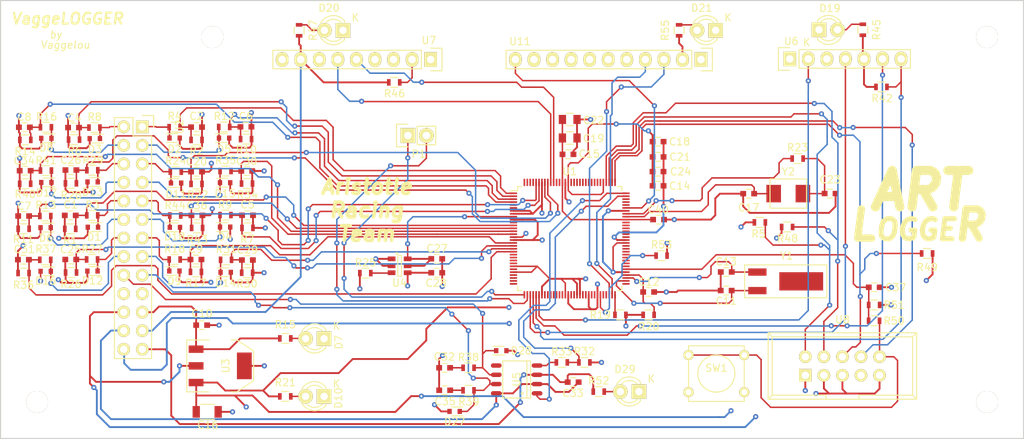
<source format=kicad_pcb>
(kicad_pcb (version 4) (host pcbnew 4.0.2-stable)
  (layers (0 Up.Layer signal) (1 Ground.Layer power) (2 Power.Layer power) (31 Down.Layer signal) (34 B.Paste user) (35 F.Paste user) (36 B.SilkS user) (37 F.SilkS user) (38 B.Mask user) (39 F.Mask user) (44 Edge.Cuts user))
  (net 0 "")
  (net 1 AIN10/PE3)
  (net 2 GND)
  (net 3 AIN1/PD0)
  (net 4 AIN2/PD1)
  (net 5 AIN11/PE4)
  (net 6 AIN3/PD2)
  (net 7 AIN12/PE5)
  (net 8 AIN4/PD3)
  (net 9 AIN13/PK0)
  (net 10 +5V)
  (net 11 "Net-(C11-Pad1)")
  (net 12 "Net-(C12-Pad1)")
  (net 13 "Net-(C13-Pad1)")
  (net 14 +3V3)
  (net 15 "Net-(C15-Pad1)")
  (net 16 "Net-(C17-Pad1)")
  (net 17 AIN5/PB4)
  (net 18 "Net-(C23-Pad1)")
  (net 19 AIN14/PK1)
  (net 20 AIN6/PB5)
  (net 21 3V_REF)
  (net 22 AIN15/PK2)
  (net 23 AIN7/PE0)
  (net 24 AIN16/PK3)
  (net 25 "Net-(C32-Pad1)")
  (net 26 AIN8/PE1)
  (net 27 "Net-(C35-Pad1)")
  (net 28 AIN9/PE2)
  (net 29 ANALOG10)
  (net 30 ANALOG1)
  (net 31 ANALOG2)
  (net 32 ANALOG11)
  (net 33 ANALOG3)
  (net 34 ANALOG12)
  (net 35 "Net-(D7-Pad2)")
  (net 36 ANALOG4)
  (net 37 ANALOG13)
  (net 38 "Net-(D10-Pad2)")
  (net 39 ANALOG5)
  (net 40 ANALOG14)
  (net 41 ANALOG6)
  (net 42 ANALOG15)
  (net 43 ANALOG7)
  (net 44 ANALOG16)
  (net 45 ANALOG8)
  (net 46 ANALOG9)
  (net 47 "Net-(D19-Pad2)")
  (net 48 "Net-(D20-Pad2)")
  (net 49 "Net-(D21-Pad2)")
  (net 50 "Net-(R19-Pad1)")
  (net 51 "Net-(R23-Pad2)")
  (net 52 "Net-(R25-Pad2)")
  (net 53 "Net-(R33-Pad1)")
  (net 54 CAN_L)
  (net 55 CAN_H)
  (net 56 SSI0Fss/PA3)
  (net 57 "Net-(R46-Pad1)")
  (net 58 "Net-(R50-Pad2)")
  (net 59 "Net-(U1-Pad5)")
  (net 60 "Net-(U1-Pad6)")
  (net 61 "Net-(U1-Pad11)")
  (net 62 "Net-(U1-Pad22)")
  (net 63 "Net-(U1-Pad23)")
  (net 64 "Net-(U1-Pad24)")
  (net 65 "Net-(U1-Pad25)")
  (net 66 "Net-(U1-Pad27)")
  (net 67 "Net-(U1-Pad29)")
  (net 68 "Net-(U1-Pad30)")
  (net 69 "Net-(U1-Pad31)")
  (net 70 "Net-(U1-Pad32)")
  (net 71 SSI0Clk/PA2)
  (net 72 SSI0XDAT0/PA4)
  (net 73 SSI0XDAT1/PA5)
  (net 74 "Net-(U1-Pad42)")
  (net 75 "Net-(U1-Pad43)")
  (net 76 "Net-(U1-Pad44)")
  (net 77 "Net-(U1-Pad45)")
  (net 78 "Net-(U1-Pad46)")
  (net 79 "Net-(U1-Pad49)")
  (net 80 "Net-(U1-Pad50)")
  (net 81 "Net-(U1-Pad53)")
  (net 82 "Net-(U1-Pad54)")
  (net 83 "Net-(U1-Pad56)")
  (net 84 "Net-(U1-Pad57)")
  (net 85 "Net-(U1-Pad60)")
  (net 86 "Net-(U1-Pad61)")
  (net 87 I2C3SDA/PK5)
  (net 88 I2C3SCL/PK4)
  (net 89 "Net-(U1-Pad65)")
  (net 90 "Net-(U1-Pad71)")
  (net 91 "Net-(U1-Pad72)")
  (net 92 "Net-(U1-Pad73)")
  (net 93 "Net-(U1-Pad74)")
  (net 94 "Net-(U1-Pad75)")
  (net 95 "Net-(U1-Pad76)")
  (net 96 "Net-(U1-Pad77)")
  (net 97 "Net-(U1-Pad78)")
  (net 98 "Net-(U1-Pad81)")
  (net 99 "Net-(U1-Pad82)")
  (net 100 "Net-(U1-Pad83)")
  (net 101 "Net-(U1-Pad84)")
  (net 102 "Net-(U1-Pad85)")
  (net 103 "Net-(U1-Pad86)")
  (net 104 ACC_INT/PB2)
  (net 105 "Net-(U1-Pad92)")
  (net 106 TDO/PC3)
  (net 107 TDI/PC2)
  (net 108 TMS/PC1)
  (net 109 TCK/PC0)
  (net 110 "Net-(U1-Pad102)")
  (net 111 "Net-(U1-Pad103)")
  (net 112 "Net-(U1-Pad104)")
  (net 113 "Net-(U1-Pad105)")
  (net 114 "Net-(U1-Pad106)")
  (net 115 "Net-(U1-Pad107)")
  (net 116 "Net-(U1-Pad108)")
  (net 117 "Net-(U1-Pad109)")
  (net 118 "Net-(U1-Pad110)")
  (net 119 "Net-(U1-Pad111)")
  (net 120 "Net-(U1-Pad112)")
  (net 121 "Net-(U1-Pad116)")
  (net 122 "Net-(U1-Pad117)")
  (net 123 U6RX/PP0)
  (net 124 U6TX/PP1)
  (net 125 "Net-(U1-Pad125)")
  (net 126 "Net-(U1-Pad126)")
  (net 127 "Net-(U5-Pad5)")
  (net 128 "Net-(U6-Pad1)")
  (net 129 "Net-(U7-Pad1)")
  (net 130 "Net-(U7-Pad3)")
  (net 131 "Net-(U7-Pad4)")
  (net 132 "Net-(U7-Pad9)")
  (net 133 "Net-(U11-Pad5)")
  (net 134 "Net-(U11-Pad6)")
  (net 135 "Net-(U11-Pad7)")
  (net 136 "Net-(U11-Pad8)")
  (net 137 "Net-(U11-Pad9)")
  (net 138 "Net-(U11-Pad10)")
  (net 139 TM4C/~RESET)
  (net 140 "Net-(U8-Pad7)")
  (net 141 "Net-(D29-Pad2)")
  (net 142 "Net-(R53-Pad1)")
  (net 143 U0RX/PA0)
  (net 144 U0TX/PA1)
  (net 145 CAN1RX/PB0)
  (net 146 "Net-(U1-Pad40)")
  (net 147 "Net-(U1-Pad41)")
  (net 148 "Net-(U1-Pad93)")
  (net 149 "Net-(U1-Pad94)")
  (net 150 CAN1TX/PB1)
  (net 151 "Net-(U1-Pad127)")
  (net 152 "Net-(U1-Pad128)")
  (module Capacitors_SMD:C_0603 (layer Up.Layer) (at 87.68 105.35 180)
    (fp_text reference C1 (at -0.05 1.45 180) (layer F.SilkS))
    (fp_text value 100p)
    (pad 1 smd rect (at -0.75 0 180) (size 0.8 0.75) (layers Up.Layer F.Paste F.Mask) (net 1 AIN10/PE3))
    (pad 2 smd rect (at 0.75 0 180) (size 0.8 0.75) (layers Up.Layer F.Paste F.Mask) (net 2 GND))
  )
  (module Capacitors_SMD:C_0603 (layer Up.Layer) (at 104.96 93.26)
    (fp_text reference C2 (at 0 -1.5) (layer F.SilkS))
    (fp_text value 100p)
    (pad 1 smd rect (at -0.75 0) (size 0.8 0.75) (layers Up.Layer F.Paste F.Mask) (net 3 AIN1/PD0))
    (pad 2 smd rect (at 0.75 0) (size 0.8 0.75) (layers Up.Layer F.Paste F.Mask) (net 2 GND))
  )
  (module Capacitors_SMD:C_0603 (layer Up.Layer) (at 88.13 93.32 180)
    (fp_text reference C4 (at -0.12 1.31 180) (layer F.SilkS))
    (fp_text value 100p)
    (pad 1 smd rect (at -0.75 0 180) (size 0.8 0.75) (layers Up.Layer F.Paste F.Mask) (net 4 AIN2/PD1))
    (pad 2 smd rect (at 0.75 0 180) (size 0.8 0.75) (layers Up.Layer F.Paste F.Mask) (net 2 GND))
  )
  (module Capacitors_SMD:C_0603 (layer Up.Layer) (at 111.94 105.34)
    (fp_text reference C5 (at 0 -1.44) (layer F.SilkS))
    (fp_text value 100p)
    (pad 1 smd rect (at -0.75 0) (size 0.8 0.75) (layers Up.Layer F.Paste F.Mask) (net 5 AIN11/PE4))
    (pad 2 smd rect (at 0.75 0) (size 0.8 0.75) (layers Up.Layer F.Paste F.Mask) (net 2 GND))
  )
  (module Capacitors_SMD:C_0603 (layer Up.Layer) (at 111.72 93.22)
    (fp_text reference C6 (at -0.01 -1.44) (layer F.SilkS))
    (fp_text value 100p)
    (pad 1 smd rect (at -0.75 0) (size 0.8 0.75) (layers Up.Layer F.Paste F.Mask) (net 6 AIN3/PD2))
    (pad 2 smd rect (at 0.75 0) (size 0.8 0.75) (layers Up.Layer F.Paste F.Mask) (net 2 GND))
  )
  (module Capacitors_SMD:C_0603 (layer Up.Layer) (at 81.3 105.44 180)
    (fp_text reference C7 (at -0.08 1.36 180) (layer F.SilkS))
    (fp_text value 100p)
    (pad 1 smd rect (at -0.75 0 180) (size 0.8 0.75) (layers Up.Layer F.Paste F.Mask) (net 7 AIN12/PE5))
    (pad 2 smd rect (at 0.75 0 180) (size 0.8 0.75) (layers Up.Layer F.Paste F.Mask) (net 2 GND))
  )
  (module Capacitors_SMD:C_0603 (layer Up.Layer) (at 81.4 93.28 180)
    (fp_text reference C8 (at 0.01 1.4 180) (layer F.SilkS))
    (fp_text value 100p)
    (pad 1 smd rect (at -0.75 0 180) (size 0.8 0.75) (layers Up.Layer F.Paste F.Mask) (net 8 AIN4/PD3))
    (pad 2 smd rect (at 0.75 0 180) (size 0.8 0.75) (layers Up.Layer F.Paste F.Mask) (net 2 GND))
  )
  (module Capacitors_SMD:C_0603 (layer Up.Layer) (at 104.88 111.4)
    (fp_text reference C9 (at -0.01 -1.42) (layer F.SilkS))
    (fp_text value 100p)
    (pad 1 smd rect (at -0.75 0) (size 0.8 0.75) (layers Up.Layer F.Paste F.Mask) (net 9 AIN13/PK0))
    (pad 2 smd rect (at 0.75 0) (size 0.8 0.75) (layers Up.Layer F.Paste F.Mask) (net 2 GND))
  )
  (module Capacitors_SMD:C_0603 (layer Up.Layer) (at 105.66 120.39)
    (fp_text reference C10 (at 0.06 -1.59) (layer F.SilkS))
    (fp_text value 0.1u)
    (pad 1 smd rect (at -0.75 0) (size 0.8 0.75) (layers Up.Layer F.Paste F.Mask) (net 10 +5V))
    (pad 2 smd rect (at 0.75 0) (size 0.8 0.75) (layers Up.Layer F.Paste F.Mask) (net 2 GND))
  )
  (module Capacitors_SMD:C_0603 (layer Up.Layer) (at 177.44 115.65 180)
    (fp_text reference C11 (at -0.01 -1.43 180) (layer F.SilkS))
    (fp_text value 12p)
    (pad 1 smd rect (at -0.75 0 180) (size 0.8 0.75) (layers Up.Layer F.Paste F.Mask) (net 11 "Net-(C11-Pad1)"))
    (pad 2 smd rect (at 0.75 0 180) (size 0.8 0.75) (layers Up.Layer F.Paste F.Mask) (net 2 GND))
  )
  (module Capacitors_SMD:C_0603 (layer Up.Layer) (at 166.83 115.85)
    (fp_text reference C12 (at 0.03 -1.37) (layer F.SilkS))
    (fp_text value 0.1u)
    (pad 1 smd rect (at -0.75 0) (size 0.8 0.75) (layers Up.Layer F.Paste F.Mask) (net 12 "Net-(C12-Pad1)"))
    (pad 2 smd rect (at 0.75 0) (size 0.8 0.75) (layers Up.Layer F.Paste F.Mask) (net 2 GND))
  )
  (module Capacitors_SMD:C_0603 (layer Up.Layer) (at 177.45 113.11 180)
    (fp_text reference C13 (at 0 1.4 180) (layer F.SilkS))
    (fp_text value 12p)
    (pad 1 smd rect (at -0.75 0 180) (size 0.8 0.75) (layers Up.Layer F.Paste F.Mask) (net 13 "Net-(C13-Pad1)"))
    (pad 2 smd rect (at 0.75 0 180) (size 0.8 0.75) (layers Up.Layer F.Paste F.Mask) (net 2 GND))
  )
  (module Capacitors_SMD:C_0603 (layer Up.Layer) (at 168.12 101.3)
    (fp_text reference C14 (at 2.96 0.02) (layer F.SilkS))
    (fp_text value 0.1u)
    (pad 1 smd rect (at -0.75 0) (size 0.8 0.75) (layers Up.Layer F.Paste F.Mask) (net 14 +3V3))
    (pad 2 smd rect (at 0.75 0) (size 0.8 0.75) (layers Up.Layer F.Paste F.Mask) (net 2 GND))
  )
  (module Capacitors_SMD:C_0603 (layer Up.Layer) (at 155.79 96.99)
    (fp_text reference C15 (at 2.92 -0.05) (layer F.SilkS))
    (fp_text value 0.1u)
    (pad 1 smd rect (at -0.75 0) (size 0.8 0.75) (layers Up.Layer F.Paste F.Mask) (net 15 "Net-(C15-Pad1)"))
    (pad 2 smd rect (at 0.75 0) (size 0.8 0.75) (layers Up.Layer F.Paste F.Mask) (net 2 GND))
  )
  (module Capacitors_SMD:C_1206 (layer Up.Layer) (at 106.42 132.27)
    (fp_text reference C16 (at 0.08 1.81) (layer F.SilkS))
    (fp_text value 10u)
    (pad 1 smd rect (at -1.5 0) (size 1 1.6) (layers Up.Layer F.Paste F.Mask) (net 14 +3V3))
    (pad 2 smd rect (at 1.5 0) (size 1 1.6) (layers Up.Layer F.Paste F.Mask) (net 2 GND))
  )
  (module Capacitors_SMD:C_0603 (layer Up.Layer) (at 180.52 102.38 180)
    (fp_text reference C17 (at 0 -1.9 180) (layer F.SilkS))
    (fp_text value 12p)
    (pad 1 smd rect (at -0.75 0 180) (size 0.8 0.75) (layers Up.Layer F.Paste F.Mask) (net 16 "Net-(C17-Pad1)"))
    (pad 2 smd rect (at 0.75 0 180) (size 0.8 0.75) (layers Up.Layer F.Paste F.Mask) (net 2 GND))
  )
  (module Capacitors_SMD:C_0603 (layer Up.Layer) (at 168.12 95.25)
    (fp_text reference C18 (at 2.94 0.01) (layer F.SilkS))
    (fp_text value 0.1u)
    (pad 1 smd rect (at -0.75 0) (size 0.8 0.75) (layers Up.Layer F.Paste F.Mask) (net 14 +3V3))
    (pad 2 smd rect (at 0.75 0) (size 0.8 0.75) (layers Up.Layer F.Paste F.Mask) (net 2 GND))
  )
  (module Capacitors_SMD:C_0805 (layer Up.Layer) (at 156.03 94.75)
    (fp_text reference C19 (at 3.27 0.06) (layer F.SilkS))
    (fp_text value 1u)
    (pad 1 smd rect (at -1 0) (size 1 1.25) (layers Up.Layer F.Paste F.Mask) (net 15 "Net-(C15-Pad1)"))
    (pad 2 smd rect (at 1 0) (size 1 1.25) (layers Up.Layer F.Paste F.Mask) (net 2 GND))
  )
  (module Capacitors_SMD:C_0603 (layer Up.Layer) (at 104.96 99.37)
    (fp_text reference C20 (at 0 -1.38) (layer F.SilkS))
    (fp_text value 100p)
    (pad 1 smd rect (at -0.75 0) (size 0.8 0.75) (layers Up.Layer F.Paste F.Mask) (net 17 AIN5/PB4))
    (pad 2 smd rect (at 0.75 0) (size 0.8 0.75) (layers Up.Layer F.Paste F.Mask) (net 2 GND))
  )
  (module Capacitors_SMD:C_0603 (layer Up.Layer) (at 168.12 97.34)
    (fp_text reference C21 (at 2.99 0.01) (layer F.SilkS))
    (fp_text value 0.1u)
    (pad 1 smd rect (at -0.75 0) (size 0.8 0.75) (layers Up.Layer F.Paste F.Mask) (net 14 +3V3))
    (pad 2 smd rect (at 0.75 0) (size 0.8 0.75) (layers Up.Layer F.Paste F.Mask) (net 2 GND))
  )
  (module Capacitors_SMD:C_0805 (layer Up.Layer) (at 156.03 92.21)
    (fp_text reference C22 (at 3.27 0.12) (layer F.SilkS))
    (fp_text value 2.2u)
    (pad 1 smd rect (at -1 0) (size 1 1.25) (layers Up.Layer F.Paste F.Mask) (net 15 "Net-(C15-Pad1)"))
    (pad 2 smd rect (at 1 0) (size 1 1.25) (layers Up.Layer F.Paste F.Mask) (net 2 GND))
  )
  (module Capacitors_SMD:C_0603 (layer Up.Layer) (at 191.66 102.36)
    (fp_text reference C23 (at 0 -1.9) (layer F.SilkS))
    (fp_text value 12p)
    (pad 1 smd rect (at -0.75 0) (size 0.8 0.75) (layers Up.Layer F.Paste F.Mask) (net 18 "Net-(C23-Pad1)"))
    (pad 2 smd rect (at 0.75 0) (size 0.8 0.75) (layers Up.Layer F.Paste F.Mask) (net 2 GND))
  )
  (module Capacitors_SMD:C_0603 (layer Up.Layer) (at 168.11 99.36)
    (fp_text reference C24 (at 3.1 0) (layer F.SilkS))
    (fp_text value 0.1u)
    (pad 1 smd rect (at -0.75 0) (size 0.8 0.75) (layers Up.Layer F.Paste F.Mask) (net 14 +3V3))
    (pad 2 smd rect (at 0.75 0) (size 0.8 0.75) (layers Up.Layer F.Paste F.Mask) (net 2 GND))
  )
  (module Capacitors_SMD:C_0603 (layer Up.Layer) (at 87.75 111.39 180)
    (fp_text reference C25 (at 0.02 1.36 180) (layer F.SilkS))
    (fp_text value 100p)
    (pad 1 smd rect (at -0.75 0 180) (size 0.8 0.75) (layers Up.Layer F.Paste F.Mask) (net 19 AIN14/PK1))
    (pad 2 smd rect (at 0.75 0 180) (size 0.8 0.75) (layers Up.Layer F.Paste F.Mask) (net 2 GND))
  )
  (module Capacitors_SMD:C_0603 (layer Up.Layer) (at 87.77 99.14 180)
    (fp_text reference C26 (at 0.01 1.36 180) (layer F.SilkS))
    (fp_text value 100p)
    (pad 1 smd rect (at -0.75 0 180) (size 0.8 0.75) (layers Up.Layer F.Paste F.Mask) (net 20 AIN6/PB5))
    (pad 2 smd rect (at 0.75 0 180) (size 0.8 0.75) (layers Up.Layer F.Paste F.Mask) (net 2 GND))
  )
  (module Capacitors_SMD:C_0603 (layer Up.Layer) (at 137.83 111.3)
    (fp_text reference C27 (at 0.04 -1.42) (layer F.SilkS))
    (fp_text value 0.1u)
    (pad 1 smd rect (at -0.75 0) (size 0.8 0.75) (layers Up.Layer F.Paste F.Mask) (net 21 3V_REF))
    (pad 2 smd rect (at 0.75 0) (size 0.8 0.75) (layers Up.Layer F.Paste F.Mask) (net 2 GND))
  )
  (module Capacitors_SMD:C_0603 (layer Up.Layer) (at 137.83 113.21)
    (fp_text reference C28 (at -0.09 1.41) (layer F.SilkS))
    (fp_text value 0.1u)
    (pad 1 smd rect (at -0.75 0) (size 0.8 0.75) (layers Up.Layer F.Paste F.Mask) (net 14 +3V3))
    (pad 2 smd rect (at 0.75 0) (size 0.8 0.75) (layers Up.Layer F.Paste F.Mask) (net 2 GND))
  )
  (module Capacitors_SMD:C_0603 (layer Up.Layer) (at 111.92 111.47)
    (fp_text reference C29 (at 0 -1.38) (layer F.SilkS))
    (fp_text value 100p)
    (pad 1 smd rect (at -0.75 0) (size 0.8 0.75) (layers Up.Layer F.Paste F.Mask) (net 22 AIN15/PK2))
    (pad 2 smd rect (at 0.75 0) (size 0.8 0.75) (layers Up.Layer F.Paste F.Mask) (net 2 GND))
  )
  (module Capacitors_SMD:C_0603 (layer Up.Layer) (at 111.83 99.27)
    (fp_text reference C30 (at 0 -1.34) (layer F.SilkS))
    (fp_text value 100p)
    (pad 1 smd rect (at -0.75 0) (size 0.8 0.75) (layers Up.Layer F.Paste F.Mask) (net 23 AIN7/PE0))
    (pad 2 smd rect (at 0.75 0) (size 0.8 0.75) (layers Up.Layer F.Paste F.Mask) (net 2 GND))
  )
  (module Capacitors_SMD:C_0603 (layer Up.Layer) (at 81.27 111.42 180)
    (fp_text reference C31 (at -0.12 1.42 180) (layer F.SilkS))
    (fp_text value 100p)
    (pad 1 smd rect (at -0.75 0 180) (size 0.8 0.75) (layers Up.Layer F.Paste F.Mask) (net 24 AIN16/PK3))
    (pad 2 smd rect (at 0.75 0 180) (size 0.8 0.75) (layers Up.Layer F.Paste F.Mask) (net 2 GND))
  )
  (module Capacitors_SMD:C_0603 (layer Up.Layer) (at 138.91 126.23 180)
    (fp_text reference C32 (at 0.04 1.5 180) (layer F.SilkS))
    (fp_text value 560p)
    (pad 1 smd rect (at -0.75 0 180) (size 0.8 0.75) (layers Up.Layer F.Paste F.Mask) (net 25 "Net-(C32-Pad1)"))
    (pad 2 smd rect (at 0.75 0 180) (size 0.8 0.75) (layers Up.Layer F.Paste F.Mask) (net 2 GND))
  )
  (module Capacitors_SMD:C_0603 (layer Up.Layer) (at 156.5 128.2)
    (fp_text reference C33 (at -0.02 1.51) (layer F.SilkS))
    (fp_text value 0.1u)
    (pad 1 smd rect (at -0.75 0) (size 0.8 0.75) (layers Up.Layer F.Paste F.Mask) (net 10 +5V))
    (pad 2 smd rect (at 0.75 0) (size 0.8 0.75) (layers Up.Layer F.Paste F.Mask) (net 2 GND))
  )
  (module Capacitors_SMD:C_0603 (layer Up.Layer) (at 81.51 99.23 180)
    (fp_text reference C34 (at 0.14 1.36 180) (layer F.SilkS))
    (fp_text value 100p)
    (pad 1 smd rect (at -0.75 0 180) (size 0.8 0.75) (layers Up.Layer F.Paste F.Mask) (net 26 AIN8/PE1))
    (pad 2 smd rect (at 0.75 0 180) (size 0.8 0.75) (layers Up.Layer F.Paste F.Mask) (net 2 GND))
  )
  (module Capacitors_SMD:C_0603 (layer Up.Layer) (at 138.92 129.31 180)
    (fp_text reference C35 (at -0.06 -1.53 180) (layer F.SilkS))
    (fp_text value 560p)
    (pad 1 smd rect (at -0.75 0 180) (size 0.8 0.75) (layers Up.Layer F.Paste F.Mask) (net 27 "Net-(C35-Pad1)"))
    (pad 2 smd rect (at 0.75 0 180) (size 0.8 0.75) (layers Up.Layer F.Paste F.Mask) (net 2 GND))
  )
  (module Capacitors_SMD:C_0603 (layer Up.Layer) (at 105.01 105.35)
    (fp_text reference C36 (at 0 -1.34) (layer F.SilkS))
    (fp_text value 100p)
    (pad 1 smd rect (at -0.75 0) (size 0.8 0.75) (layers Up.Layer F.Paste F.Mask) (net 28 AIN9/PE2))
    (pad 2 smd rect (at 0.75 0) (size 0.8 0.75) (layers Up.Layer F.Paste F.Mask) (net 2 GND))
  )
  (module Capacitors_SMD:C_0603 (layer Up.Layer) (at 197.7 115.2)
    (fp_text reference C37 (at 2.94 0.03) (layer F.SilkS))
    (fp_text value 0.1u)
    (pad 1 smd rect (at -0.75 0) (size 0.8 0.75) (layers Up.Layer F.Paste F.Mask) (net 139 TM4C/~RESET))
    (pad 2 smd rect (at 0.75 0) (size 0.8 0.75) (layers Up.Layer F.Paste F.Mask) (net 2 GND))
  )
  (module Diodes_SMD:SOD-523 (layer Up.Layer) (at 90.78 106.97)
    (fp_text reference D1 (at 0.17 1.34) (layer F.SilkS))
    (fp_text value TVS)
    (pad 2 smd rect (at -0.7 0) (size 0.6 0.7) (layers Up.Layer F.Paste F.Mask) (net 2 GND))
    (pad 1 smd rect (at 0.7 0) (size 0.6 0.7) (layers Up.Layer F.Paste F.Mask) (net 29 ANALOG10))
  )
  (module Diodes_SMD:SOD-523 (layer Up.Layer) (at 101.96 94.76 180)
    (fp_text reference D2 (at 0 -1.5 180) (layer F.SilkS))
    (fp_text value TVS)
    (pad 2 smd rect (at -0.7 0 180) (size 0.6 0.7) (layers Up.Layer F.Paste F.Mask) (net 2 GND))
    (pad 1 smd rect (at 0.7 0 180) (size 0.6 0.7) (layers Up.Layer F.Paste F.Mask) (net 30 ANALOG1))
  )
  (module Diodes_SMD:SOD-523 (layer Up.Layer) (at 91.04 94.83)
    (fp_text reference D3 (at 0.01 1.45) (layer F.SilkS))
    (fp_text value TVS)
    (pad 2 smd rect (at -0.7 0) (size 0.6 0.7) (layers Up.Layer F.Paste F.Mask) (net 2 GND))
    (pad 1 smd rect (at 0.7 0) (size 0.6 0.7) (layers Up.Layer F.Paste F.Mask) (net 31 ANALOG2))
  )
  (module Diodes_SMD:SOD-523 (layer Up.Layer) (at 108.87 106.95 180)
    (fp_text reference D4 (at 0 -1.36 180) (layer F.SilkS))
    (fp_text value TVS)
    (pad 2 smd rect (at -0.7 0 180) (size 0.6 0.7) (layers Up.Layer F.Paste F.Mask) (net 2 GND))
    (pad 1 smd rect (at 0.7 0 180) (size 0.6 0.7) (layers Up.Layer F.Paste F.Mask) (net 32 ANALOG11))
  )
  (module Diodes_SMD:SOD-523 (layer Up.Layer) (at 108.73 94.76 180)
    (fp_text reference D5 (at 0 -1.5 180) (layer F.SilkS))
    (fp_text value TVS)
    (pad 2 smd rect (at -0.7 0 180) (size 0.6 0.7) (layers Up.Layer F.Paste F.Mask) (net 2 GND))
    (pad 1 smd rect (at 0.7 0 180) (size 0.6 0.7) (layers Up.Layer F.Paste F.Mask) (net 33 ANALOG3))
  )
  (module Diodes_SMD:SOD-523 (layer Up.Layer) (at 84.31 107.03)
    (fp_text reference D6 (at 0.06 1.42) (layer F.SilkS))
    (fp_text value TVS)
    (pad 2 smd rect (at -0.7 0) (size 0.6 0.7) (layers Up.Layer F.Paste F.Mask) (net 2 GND))
    (pad 1 smd rect (at 0.7 0) (size 0.6 0.7) (layers Up.Layer F.Paste F.Mask) (net 34 ANALOG12))
  )
  (module LEDs:LED-3MM (layer Up.Layer) (at 122.42 122.24 180)
    (fp_text reference D7 (at -2.01 -0.49 270) (layer F.SilkS))
    (fp_text value Led_Small)
    (fp_text user K (at -1.69 1.74 180) (layer F.SilkS))
    (pad 1 thru_hole rect (at 0 0 270) (size 2 2) (drill 1.00076) (layers *.Cu *.Mask F.SilkS) (net 2 GND))
    (pad 2 thru_hole circle (at 2.54 0 180) (size 2 2) (drill 1.00076) (layers *.Cu *.Mask F.SilkS) (net 35 "Net-(D7-Pad2)"))
  )
  (module Diodes_SMD:SOD-523 (layer Up.Layer) (at 84.41 94.79)
    (fp_text reference D8 (at 0 1.3) (layer F.SilkS))
    (fp_text value TVS)
    (pad 2 smd rect (at -0.7 0) (size 0.6 0.7) (layers Up.Layer F.Paste F.Mask) (net 2 GND))
    (pad 1 smd rect (at 0.7 0) (size 0.6 0.7) (layers Up.Layer F.Paste F.Mask) (net 36 ANALOG4))
  )
  (module Diodes_SMD:SOD-523 (layer Up.Layer) (at 101.93 112.97 180)
    (fp_text reference D9 (at 0 -1.38 180) (layer F.SilkS))
    (fp_text value TVS)
    (pad 2 smd rect (at -0.7 0 180) (size 0.6 0.7) (layers Up.Layer F.Paste F.Mask) (net 2 GND))
    (pad 1 smd rect (at 0.7 0 180) (size 0.6 0.7) (layers Up.Layer F.Paste F.Mask) (net 37 ANALOG13))
  )
  (module LEDs:LED-3MM (layer Up.Layer) (at 122.42 130.15 180)
    (fp_text reference D10 (at -1.96 -0.23 270) (layer F.SilkS))
    (fp_text value Led_Small)
    (fp_text user K (at -1.69 1.74 180) (layer F.SilkS))
    (pad 1 thru_hole rect (at 0 0 270) (size 2 2) (drill 1.00076) (layers *.Cu *.Mask F.SilkS) (net 2 GND))
    (pad 2 thru_hole circle (at 2.54 0 180) (size 2 2) (drill 1.00076) (layers *.Cu *.Mask F.SilkS) (net 38 "Net-(D10-Pad2)"))
  )
  (module Diodes_SMD:SOD-523 (layer Up.Layer) (at 102.16 100.92 180)
    (fp_text reference D11 (at 0 -1.5 180) (layer F.SilkS))
    (fp_text value TVS)
    (pad 2 smd rect (at -0.7 0 180) (size 0.6 0.7) (layers Up.Layer F.Paste F.Mask) (net 2 GND))
    (pad 1 smd rect (at 0.7 0 180) (size 0.6 0.7) (layers Up.Layer F.Paste F.Mask) (net 39 ANALOG5))
  )
  (module Diodes_SMD:SOD-523 (layer Up.Layer) (at 90.72 112.98)
    (fp_text reference D12 (at -0.01 1.33) (layer F.SilkS))
    (fp_text value TVS)
    (pad 2 smd rect (at -0.7 0) (size 0.6 0.7) (layers Up.Layer F.Paste F.Mask) (net 2 GND))
    (pad 1 smd rect (at 0.7 0) (size 0.6 0.7) (layers Up.Layer F.Paste F.Mask) (net 40 ANALOG14))
  )
  (module Diodes_SMD:SOD-523 (layer Up.Layer) (at 90.74 100.77)
    (fp_text reference D13 (at -0.005 1.395) (layer F.SilkS))
    (fp_text value TVS)
    (pad 2 smd rect (at -0.7 0) (size 0.6 0.7) (layers Up.Layer F.Paste F.Mask) (net 2 GND))
    (pad 1 smd rect (at 0.7 0) (size 0.6 0.7) (layers Up.Layer F.Paste F.Mask) (net 41 ANALOG6))
  )
  (module Diodes_SMD:SOD-523 (layer Up.Layer) (at 108.95 113.15 180)
    (fp_text reference D14 (at 0 -1.45 180) (layer F.SilkS))
    (fp_text value TVS)
    (pad 2 smd rect (at -0.7 0 180) (size 0.6 0.7) (layers Up.Layer F.Paste F.Mask) (net 2 GND))
    (pad 1 smd rect (at 0.7 0 180) (size 0.6 0.7) (layers Up.Layer F.Paste F.Mask) (net 42 ANALOG15))
  )
  (module Diodes_SMD:SOD-523 (layer Up.Layer) (at 108.87 100.87 180)
    (fp_text reference D15 (at 0 -1.5 180) (layer F.SilkS))
    (fp_text value TVS)
    (pad 2 smd rect (at -0.7 0 180) (size 0.6 0.7) (layers Up.Layer F.Paste F.Mask) (net 2 GND))
    (pad 1 smd rect (at 0.7 0 180) (size 0.6 0.7) (layers Up.Layer F.Paste F.Mask) (net 43 ANALOG7))
  )
  (module Diodes_SMD:SOD-523 (layer Up.Layer) (at 84.32 113.01)
    (fp_text reference D16 (at 0 1.33) (layer F.SilkS))
    (fp_text value TVS)
    (pad 2 smd rect (at -0.7 0) (size 0.6 0.7) (layers Up.Layer F.Paste F.Mask) (net 2 GND))
    (pad 1 smd rect (at 0.7 0) (size 0.6 0.7) (layers Up.Layer F.Paste F.Mask) (net 44 ANALOG16))
  )
  (module Diodes_SMD:SOD-523 (layer Up.Layer) (at 84.41 100.84)
    (fp_text reference D17 (at 0.02 1.42) (layer F.SilkS))
    (fp_text value TVS)
    (pad 2 smd rect (at -0.7 0) (size 0.6 0.7) (layers Up.Layer F.Paste F.Mask) (net 2 GND))
    (pad 1 smd rect (at 0.7 0) (size 0.6 0.7) (layers Up.Layer F.Paste F.Mask) (net 45 ANALOG8))
  )
  (module Diodes_SMD:SOD-523 (layer Up.Layer) (at 102 106.99 180)
    (fp_text reference D18 (at 0.03 -1.27 180) (layer F.SilkS))
    (fp_text value TVS)
    (pad 2 smd rect (at -0.7 0 180) (size 0.6 0.7) (layers Up.Layer F.Paste F.Mask) (net 2 GND))
    (pad 1 smd rect (at 0.7 0 180) (size 0.6 0.7) (layers Up.Layer F.Paste F.Mask) (net 46 ANALOG9))
  )
  (module LEDs:LED-3MM (layer Up.Layer) (at 190.14 79.92)
    (fp_text reference D19 (at 1.5 -2.94) (layer F.SilkS))
    (fp_text value Led_Small)
    (fp_text user K (at -1.69 1.74) (layer F.SilkS))
    (pad 1 thru_hole rect (at 0 0 90) (size 2 2) (drill 1.00076) (layers *.Cu *.Mask F.SilkS) (net 2 GND))
    (pad 2 thru_hole circle (at 2.54 0) (size 2 2) (drill 1.00076) (layers *.Cu *.Mask F.SilkS) (net 47 "Net-(D19-Pad2)"))
  )
  (module LEDs:LED-3MM (layer Up.Layer) (at 125 80 180)
    (fp_text reference D20 (at 1.91 3.06 180) (layer F.SilkS))
    (fp_text value Led_Small)
    (fp_text user K (at -1.69 1.74 180) (layer F.SilkS))
    (pad 1 thru_hole rect (at 0 0 270) (size 2 2) (drill 1.00076) (layers *.Cu *.Mask F.SilkS) (net 2 GND))
    (pad 2 thru_hole circle (at 2.54 0 180) (size 2 2) (drill 1.00076) (layers *.Cu *.Mask F.SilkS) (net 48 "Net-(D20-Pad2)"))
  )
  (module LEDs:LED-3MM (layer Up.Layer) (at 176 80 180)
    (fp_text reference D21 (at 1.91 3.06 180) (layer F.SilkS))
    (fp_text value Led_Small)
    (fp_text user K (at -1.69 1.74 180) (layer F.SilkS))
    (pad 1 thru_hole rect (at 0 0 270) (size 2 2) (drill 1.00076) (layers *.Cu *.Mask F.SilkS) (net 2 GND))
    (pad 2 thru_hole circle (at 2.54 0 180) (size 2 2) (drill 1.00076) (layers *.Cu *.Mask F.SilkS) (net 49 "Net-(D21-Pad2)"))
  )
  (module Resistors_SMD:R_0603 (layer Up.Layer) (at 87.68 107.2 180)
    (fp_text reference R1 (at 0 -1.56 180) (layer F.SilkS))
    (fp_text value 150)
    (pad 1 smd rect (at -0.75 0 180) (size 0.5 0.9) (layers Up.Layer F.Paste F.Mask) (net 1 AIN10/PE3))
    (pad 2 smd rect (at 0.75 0 180) (size 0.5 0.9) (layers Up.Layer F.Paste F.Mask) (net 2 GND))
  )
  (module Resistors_SMD:R_0603 (layer Up.Layer) (at 104.96 95.01)
    (fp_text reference R2 (at 0 1.5) (layer F.SilkS))
    (fp_text value 150)
    (pad 1 smd rect (at -0.75 0) (size 0.5 0.9) (layers Up.Layer F.Paste F.Mask) (net 3 AIN1/PD0))
    (pad 2 smd rect (at 0.75 0) (size 0.5 0.9) (layers Up.Layer F.Paste F.Mask) (net 2 GND))
  )
  (module Resistors_SMD:R_0603 (layer Up.Layer) (at 90.69 105.35 180)
    (fp_text reference R3 (at -0.03 1.42 180) (layer F.SilkS))
    (fp_text value 100)
    (pad 1 smd rect (at -0.75 0 180) (size 0.5 0.9) (layers Up.Layer F.Paste F.Mask) (net 29 ANALOG10))
    (pad 2 smd rect (at 0.75 0 180) (size 0.5 0.9) (layers Up.Layer F.Paste F.Mask) (net 1 AIN10/PE3))
  )
  (module Resistors_SMD:R_0603 (layer Up.Layer) (at 101.96 93.26)
    (fp_text reference R4 (at 0 -1.5) (layer F.SilkS))
    (fp_text value 100)
    (pad 1 smd rect (at -0.75 0) (size 0.5 0.9) (layers Up.Layer F.Paste F.Mask) (net 30 ANALOG1))
    (pad 2 smd rect (at 0.75 0) (size 0.5 0.9) (layers Up.Layer F.Paste F.Mask) (net 3 AIN1/PD0))
  )
  (module Resistors_SMD:R_0603 (layer Up.Layer) (at 88.2 94.98 180)
    (fp_text reference R6 (at -0.09 -1.51 180) (layer F.SilkS))
    (fp_text value 150)
    (pad 1 smd rect (at -0.75 0 180) (size 0.5 0.9) (layers Up.Layer F.Paste F.Mask) (net 4 AIN2/PD1))
    (pad 2 smd rect (at 0.75 0 180) (size 0.5 0.9) (layers Up.Layer F.Paste F.Mask) (net 2 GND))
  )
  (module Resistors_SMD:R_0603 (layer Up.Layer) (at 111.93 107.07)
    (fp_text reference R7 (at -0.01 1.53) (layer F.SilkS))
    (fp_text value 150)
    (pad 1 smd rect (at -0.75 0) (size 0.5 0.9) (layers Up.Layer F.Paste F.Mask) (net 5 AIN11/PE4))
    (pad 2 smd rect (at 0.75 0) (size 0.5 0.9) (layers Up.Layer F.Paste F.Mask) (net 2 GND))
  )
  (module Resistors_SMD:R_0603 (layer Up.Layer) (at 90.99 93.32 180)
    (fp_text reference R8 (at -0.02 1.46 180) (layer F.SilkS))
    (fp_text value 100)
    (pad 1 smd rect (at -0.75 0 180) (size 0.5 0.9) (layers Up.Layer F.Paste F.Mask) (net 31 ANALOG2))
    (pad 2 smd rect (at 0.75 0 180) (size 0.5 0.9) (layers Up.Layer F.Paste F.Mask) (net 4 AIN2/PD1))
  )
  (module Resistors_SMD:R_0603 (layer Up.Layer) (at 108.92 105.31)
    (fp_text reference R9 (at -0.05 -1.41) (layer F.SilkS))
    (fp_text value 100)
    (pad 1 smd rect (at -0.75 0) (size 0.5 0.9) (layers Up.Layer F.Paste F.Mask) (net 32 ANALOG11))
    (pad 2 smd rect (at 0.75 0) (size 0.5 0.9) (layers Up.Layer F.Paste F.Mask) (net 5 AIN11/PE4))
  )
  (module Resistors_SMD:R_0603 (layer Up.Layer) (at 111.74 94.9)
    (fp_text reference R10 (at 0.04 1.45) (layer F.SilkS))
    (fp_text value 150)
    (pad 1 smd rect (at -0.75 0) (size 0.5 0.9) (layers Up.Layer F.Paste F.Mask) (net 6 AIN3/PD2))
    (pad 2 smd rect (at 0.75 0) (size 0.5 0.9) (layers Up.Layer F.Paste F.Mask) (net 2 GND))
  )
  (module Resistors_SMD:R_0603 (layer Up.Layer) (at 81.3 107.19 180)
    (fp_text reference R11 (at 0.02 -1.44 180) (layer F.SilkS))
    (fp_text value 150)
    (pad 1 smd rect (at -0.75 0 180) (size 0.5 0.9) (layers Up.Layer F.Paste F.Mask) (net 7 AIN12/PE5))
    (pad 2 smd rect (at 0.75 0 180) (size 0.5 0.9) (layers Up.Layer F.Paste F.Mask) (net 2 GND))
  )
  (module Resistors_SMD:R_0603 (layer Up.Layer) (at 108.75 93.24)
    (fp_text reference R12 (at 0 -1.47) (layer F.SilkS))
    (fp_text value 100)
    (pad 1 smd rect (at -0.75 0) (size 0.5 0.9) (layers Up.Layer F.Paste F.Mask) (net 33 ANALOG3))
    (pad 2 smd rect (at 0.75 0) (size 0.5 0.9) (layers Up.Layer F.Paste F.Mask) (net 6 AIN3/PD2))
  )
  (module Resistors_SMD:R_0603 (layer Up.Layer) (at 84.27 105.44 180)
    (fp_text reference R13 (at -0.06 1.5 180) (layer F.SilkS))
    (fp_text value 100)
    (pad 1 smd rect (at -0.75 0 180) (size 0.5 0.9) (layers Up.Layer F.Paste F.Mask) (net 34 ANALOG12))
    (pad 2 smd rect (at 0.75 0 180) (size 0.5 0.9) (layers Up.Layer F.Paste F.Mask) (net 7 AIN12/PE5))
  )
  (module Resistors_SMD:R_0603 (layer Up.Layer) (at 81.53 95.01 180)
    (fp_text reference R14 (at 0.04 -1.57 180) (layer F.SilkS))
    (fp_text value 150)
    (pad 1 smd rect (at -0.75 0 180) (size 0.5 0.9) (layers Up.Layer F.Paste F.Mask) (net 8 AIN4/PD3))
    (pad 2 smd rect (at 0.75 0 180) (size 0.5 0.9) (layers Up.Layer F.Paste F.Mask) (net 2 GND))
  )
  (module Resistors_SMD:R_0603 (layer Up.Layer) (at 117.11 122.21)
    (fp_text reference R15 (at 0 -1.9) (layer F.SilkS))
    (fp_text value 1k)
    (pad 1 smd rect (at -0.75 0) (size 0.5 0.9) (layers Up.Layer F.Paste F.Mask) (net 10 +5V))
    (pad 2 smd rect (at 0.75 0) (size 0.5 0.9) (layers Up.Layer F.Paste F.Mask) (net 35 "Net-(D7-Pad2)"))
  )
  (module Resistors_SMD:R_0603 (layer Up.Layer) (at 84.35 93.28 180)
    (fp_text reference R16 (at -0.08 1.44 180) (layer F.SilkS))
    (fp_text value 100)
    (pad 1 smd rect (at -0.75 0 180) (size 0.5 0.9) (layers Up.Layer F.Paste F.Mask) (net 36 ANALOG4))
    (pad 2 smd rect (at 0.75 0 180) (size 0.5 0.9) (layers Up.Layer F.Paste F.Mask) (net 8 AIN4/PD3))
  )
  (module Resistors_SMD:R_0603 (layer Up.Layer) (at 104.88 113.09)
    (fp_text reference R17 (at -0.03 1.54) (layer F.SilkS))
    (fp_text value 150)
    (pad 1 smd rect (at -0.75 0) (size 0.5 0.9) (layers Up.Layer F.Paste F.Mask) (net 9 AIN13/PK0))
    (pad 2 smd rect (at 0.75 0) (size 0.5 0.9) (layers Up.Layer F.Paste F.Mask) (net 2 GND))
  )
  (module Resistors_SMD:R_0603 (layer Up.Layer) (at 101.97 111.4)
    (fp_text reference R18 (at 0 -1.45) (layer F.SilkS))
    (fp_text value 100)
    (pad 1 smd rect (at -0.75 0) (size 0.5 0.9) (layers Up.Layer F.Paste F.Mask) (net 37 ANALOG13))
    (pad 2 smd rect (at 0.75 0) (size 0.5 0.9) (layers Up.Layer F.Paste F.Mask) (net 9 AIN13/PK0))
  )
  (module Resistors_SMD:R_0603 (layer Up.Layer) (at 162.97 118.98)
    (fp_text reference R19 (at -2.76 0) (layer F.SilkS))
    (fp_text value 1M)
    (pad 1 smd rect (at -0.75 0) (size 0.5 0.9) (layers Up.Layer F.Paste F.Mask) (net 50 "Net-(R19-Pad1)"))
    (pad 2 smd rect (at 0.75 0) (size 0.5 0.9) (layers Up.Layer F.Paste F.Mask) (net 14 +3V3))
  )
  (module Resistors_SMD:R_0603 (layer Up.Layer) (at 166.83 118.98 180)
    (fp_text reference R20 (at -0.03 -1.6 180) (layer F.SilkS))
    (fp_text value 51)
    (pad 1 smd rect (at -0.75 0 180) (size 0.5 0.9) (layers Up.Layer F.Paste F.Mask) (net 12 "Net-(C12-Pad1)"))
    (pad 2 smd rect (at 0.75 0 180) (size 0.5 0.9) (layers Up.Layer F.Paste F.Mask) (net 14 +3V3))
  )
  (module Resistors_SMD:R_0603 (layer Up.Layer) (at 117.11 130.15)
    (fp_text reference R21 (at 0 -1.9) (layer F.SilkS))
    (fp_text value 1k)
    (pad 1 smd rect (at -0.75 0) (size 0.5 0.9) (layers Up.Layer F.Paste F.Mask) (net 14 +3V3))
    (pad 2 smd rect (at 0.75 0) (size 0.5 0.9) (layers Up.Layer F.Paste F.Mask) (net 38 "Net-(D10-Pad2)"))
  )
  (module Resistors_SMD:R_0603 (layer Up.Layer) (at 104.96 101.04)
    (fp_text reference R22 (at 0.17 1.48) (layer F.SilkS))
    (fp_text value 150)
    (pad 1 smd rect (at -0.75 0) (size 0.5 0.9) (layers Up.Layer F.Paste F.Mask) (net 17 AIN5/PB4))
    (pad 2 smd rect (at 0.75 0) (size 0.5 0.9) (layers Up.Layer F.Paste F.Mask) (net 2 GND))
  )
  (module Resistors_SMD:R_0603 (layer Up.Layer) (at 187.22 97.57 180)
    (fp_text reference R23 (at 0 1.51 180) (layer F.SilkS))
    (fp_text value 2k)
    (pad 1 smd rect (at -0.75 0 180) (size 0.5 0.9) (layers Up.Layer F.Paste F.Mask) (net 18 "Net-(C23-Pad1)"))
    (pad 2 smd rect (at 0.75 0 180) (size 0.5 0.9) (layers Up.Layer F.Paste F.Mask) (net 51 "Net-(R23-Pad2)"))
  )
  (module Resistors_SMD:R_0603 (layer Up.Layer) (at 102.12 99.37)
    (fp_text reference R24 (at 0 -1.5) (layer F.SilkS))
    (fp_text value 100)
    (pad 1 smd rect (at -0.75 0) (size 0.5 0.9) (layers Up.Layer F.Paste F.Mask) (net 39 ANALOG5))
    (pad 2 smd rect (at 0.75 0) (size 0.5 0.9) (layers Up.Layer F.Paste F.Mask) (net 17 AIN5/PB4))
  )
  (module Resistors_SMD:R_0603 (layer Up.Layer) (at 128.06 113.26)
    (fp_text reference R25 (at 0.02 -1.44) (layer F.SilkS))
    (fp_text value 10k)
    (pad 1 smd rect (at -0.75 0) (size 0.5 0.9) (layers Up.Layer F.Paste F.Mask) (net 14 +3V3))
    (pad 2 smd rect (at 0.75 0) (size 0.5 0.9) (layers Up.Layer F.Paste F.Mask) (net 52 "Net-(R25-Pad2)"))
  )
  (module Resistors_SMD:R_0603 (layer Up.Layer) (at 87.79 113.18 180)
    (fp_text reference R26 (at 0.02 -1.6 180) (layer F.SilkS))
    (fp_text value 150)
    (pad 1 smd rect (at -0.75 0 180) (size 0.5 0.9) (layers Up.Layer F.Paste F.Mask) (net 19 AIN14/PK1))
    (pad 2 smd rect (at 0.75 0 180) (size 0.5 0.9) (layers Up.Layer F.Paste F.Mask) (net 2 GND))
  )
  (module Resistors_SMD:R_0603 (layer Up.Layer) (at 90.67 111.39 180)
    (fp_text reference R27 (at 0 1.42 180) (layer F.SilkS))
    (fp_text value 100)
    (pad 1 smd rect (at -0.75 0 180) (size 0.5 0.9) (layers Up.Layer F.Paste F.Mask) (net 40 ANALOG14))
    (pad 2 smd rect (at 0.75 0 180) (size 0.5 0.9) (layers Up.Layer F.Paste F.Mask) (net 19 AIN14/PK1))
  )
  (module Resistors_SMD:R_0603 (layer Up.Layer) (at 87.77 100.96 180)
    (fp_text reference R28 (at -0.035 -1.625 180) (layer F.SilkS))
    (fp_text value 150)
    (pad 1 smd rect (at -0.75 0 180) (size 0.5 0.9) (layers Up.Layer F.Paste F.Mask) (net 20 AIN6/PB5))
    (pad 2 smd rect (at 0.75 0 180) (size 0.5 0.9) (layers Up.Layer F.Paste F.Mask) (net 2 GND))
  )
  (module Resistors_SMD:R_0603 (layer Up.Layer) (at 90.7 99.17 180)
    (fp_text reference R29 (at -0.09 1.39 180) (layer F.SilkS))
    (fp_text value 100)
    (pad 1 smd rect (at -0.75 0 180) (size 0.5 0.9) (layers Up.Layer F.Paste F.Mask) (net 41 ANALOG6))
    (pad 2 smd rect (at 0.75 0 180) (size 0.5 0.9) (layers Up.Layer F.Paste F.Mask) (net 20 AIN6/PB5))
  )
  (module Resistors_SMD:R_0603 (layer Up.Layer) (at 111.89 113.21)
    (fp_text reference R30 (at -0.03 1.52) (layer F.SilkS))
    (fp_text value 150)
    (pad 1 smd rect (at -0.75 0) (size 0.5 0.9) (layers Up.Layer F.Paste F.Mask) (net 22 AIN15/PK2))
    (pad 2 smd rect (at 0.75 0) (size 0.5 0.9) (layers Up.Layer F.Paste F.Mask) (net 2 GND))
  )
  (module Resistors_SMD:R_0603 (layer Up.Layer) (at 109 111.44)
    (fp_text reference R31 (at 0.04 -1.44) (layer F.SilkS))
    (fp_text value 100)
    (pad 1 smd rect (at -0.75 0) (size 0.5 0.9) (layers Up.Layer F.Paste F.Mask) (net 42 ANALOG15))
    (pad 2 smd rect (at 0.75 0) (size 0.5 0.9) (layers Up.Layer F.Paste F.Mask) (net 22 AIN15/PK2))
  )
  (module Resistors_SMD:R_0603 (layer Up.Layer) (at 158.04 125.5)
    (fp_text reference R32 (at 0 -1.52) (layer F.SilkS))
    (fp_text value 1k)
    (pad 1 smd rect (at -0.75 0) (size 0.5 0.9) (layers Up.Layer F.Paste F.Mask) (net 145 CAN1RX/PB0))
    (pad 2 smd rect (at 0.75 0) (size 0.5 0.9) (layers Up.Layer F.Paste F.Mask) (net 2 GND))
  )
  (module Resistors_SMD:R_0603 (layer Up.Layer) (at 154.95 125.5)
    (fp_text reference R33 (at 0 -1.48) (layer F.SilkS))
    (fp_text value 510)
    (pad 1 smd rect (at -0.75 0) (size 0.5 0.9) (layers Up.Layer F.Paste F.Mask) (net 53 "Net-(R33-Pad1)"))
    (pad 2 smd rect (at 0.75 0) (size 0.5 0.9) (layers Up.Layer F.Paste F.Mask) (net 145 CAN1RX/PB0))
  )
  (module Resistors_SMD:R_0603 (layer Up.Layer) (at 111.87 101)
    (fp_text reference R34 (at 0.06 1.56) (layer F.SilkS))
    (fp_text value 150)
    (pad 1 smd rect (at -0.75 0) (size 0.5 0.9) (layers Up.Layer F.Paste F.Mask) (net 23 AIN7/PE0))
    (pad 2 smd rect (at 0.75 0) (size 0.5 0.9) (layers Up.Layer F.Paste F.Mask) (net 2 GND))
  )
  (module Resistors_SMD:R_0603 (layer Up.Layer) (at 108.93 99.28)
    (fp_text reference R35 (at 0.02 -1.47) (layer F.SilkS))
    (fp_text value 100)
    (pad 1 smd rect (at -0.75 0) (size 0.5 0.9) (layers Up.Layer F.Paste F.Mask) (net 43 ANALOG7))
    (pad 2 smd rect (at 0.75 0) (size 0.5 0.9) (layers Up.Layer F.Paste F.Mask) (net 23 AIN7/PE0))
  )
  (module Resistors_SMD:R_0603 (layer Up.Layer) (at 81.29 113.25 180)
    (fp_text reference R36 (at 0.01 -1.65 180) (layer F.SilkS))
    (fp_text value 150)
    (pad 1 smd rect (at -0.75 0 180) (size 0.5 0.9) (layers Up.Layer F.Paste F.Mask) (net 24 AIN16/PK3))
    (pad 2 smd rect (at 0.75 0 180) (size 0.5 0.9) (layers Up.Layer F.Paste F.Mask) (net 2 GND))
  )
  (module Resistors_SMD:R_0603 (layer Up.Layer) (at 84.26 111.44 180)
    (fp_text reference R37 (at -0.08 1.48 180) (layer F.SilkS))
    (fp_text value 100)
    (pad 1 smd rect (at -0.75 0 180) (size 0.5 0.9) (layers Up.Layer F.Paste F.Mask) (net 44 ANALOG16))
    (pad 2 smd rect (at 0.75 0 180) (size 0.5 0.9) (layers Up.Layer F.Paste F.Mask) (net 24 AIN16/PK3))
  )
  (module Resistors_SMD:R_0603 (layer Up.Layer) (at 142.19 126.23 180)
    (fp_text reference R38 (at 0.02 1.43 180) (layer F.SilkS))
    (fp_text value 120)
    (pad 1 smd rect (at -0.75 0 180) (size 0.5 0.9) (layers Up.Layer F.Paste F.Mask) (net 54 CAN_L))
    (pad 2 smd rect (at 0.75 0 180) (size 0.5 0.9) (layers Up.Layer F.Paste F.Mask) (net 25 "Net-(C32-Pad1)"))
  )
  (module Resistors_SMD:R_0603 (layer Up.Layer) (at 142.18 129.32 180)
    (fp_text reference R39 (at -0.03 -1.57 180) (layer F.SilkS))
    (fp_text value 120)
    (pad 1 smd rect (at -0.75 0 180) (size 0.5 0.9) (layers Up.Layer F.Paste F.Mask) (net 55 CAN_H))
    (pad 2 smd rect (at 0.75 0 180) (size 0.5 0.9) (layers Up.Layer F.Paste F.Mask) (net 27 "Net-(C35-Pad1)"))
  )
  (module Resistors_SMD:R_0603 (layer Up.Layer) (at 81.51 101.02 180)
    (fp_text reference R40 (at 0 -1.44 180) (layer F.SilkS))
    (fp_text value 150)
    (pad 1 smd rect (at -0.75 0 180) (size 0.5 0.9) (layers Up.Layer F.Paste F.Mask) (net 26 AIN8/PE1))
    (pad 2 smd rect (at 0.75 0 180) (size 0.5 0.9) (layers Up.Layer F.Paste F.Mask) (net 2 GND))
  )
  (module Resistors_SMD:R_0603 (layer Up.Layer) (at 84.35 99.21 180)
    (fp_text reference R41 (at -0.02 1.4 180) (layer F.SilkS))
    (fp_text value 100)
    (pad 1 smd rect (at -0.75 0 180) (size 0.5 0.9) (layers Up.Layer F.Paste F.Mask) (net 45 ANALOG8))
    (pad 2 smd rect (at 0.75 0 180) (size 0.5 0.9) (layers Up.Layer F.Paste F.Mask) (net 26 AIN8/PE1))
  )
  (module Resistors_SMD:R_0603 (layer Up.Layer) (at 198.69 87.75)
    (fp_text reference R42 (at 0.08 1.57) (layer F.SilkS))
    (fp_text value 10k)
    (pad 1 smd rect (at -0.75 0) (size 0.5 0.9) (layers Up.Layer F.Paste F.Mask) (net 14 +3V3))
    (pad 2 smd rect (at 0.75 0) (size 0.5 0.9) (layers Up.Layer F.Paste F.Mask) (net 56 SSI0Fss/PA3))
  )
  (module Resistors_SMD:R_0603 (layer Up.Layer) (at 105.04 107.07)
    (fp_text reference R43 (at 0.01 1.58) (layer F.SilkS))
    (fp_text value 150)
    (pad 1 smd rect (at -0.75 0) (size 0.5 0.9) (layers Up.Layer F.Paste F.Mask) (net 28 AIN9/PE2))
    (pad 2 smd rect (at 0.75 0) (size 0.5 0.9) (layers Up.Layer F.Paste F.Mask) (net 2 GND))
  )
  (module Resistors_SMD:R_0603 (layer Up.Layer) (at 102.05 105.37)
    (fp_text reference R44 (at -0.02 -1.38) (layer F.SilkS))
    (fp_text value 100)
    (pad 1 smd rect (at -0.75 0) (size 0.5 0.9) (layers Up.Layer F.Paste F.Mask) (net 46 ANALOG9))
    (pad 2 smd rect (at 0.75 0) (size 0.5 0.9) (layers Up.Layer F.Paste F.Mask) (net 28 AIN9/PE2))
  )
  (module Resistors_SMD:R_0603 (layer Up.Layer) (at 196.14 79.92 270)
    (fp_text reference R45 (at 0 -1.9 270) (layer F.SilkS))
    (fp_text value 1k)
    (pad 1 smd rect (at -0.75 0 270) (size 0.5 0.9) (layers Up.Layer F.Paste F.Mask) (net 47 "Net-(D19-Pad2)"))
    (pad 2 smd rect (at 0.75 0 270) (size 0.5 0.9) (layers Up.Layer F.Paste F.Mask) (net 14 +3V3))
  )
  (module Resistors_SMD:R_0603 (layer Up.Layer) (at 132.02 87.13 180)
    (fp_text reference R46 (at -0.03 -1.54 180) (layer F.SilkS))
    (fp_text value 10k)
    (pad 1 smd rect (at -0.75 0 180) (size 0.5 0.9) (layers Up.Layer F.Paste F.Mask) (net 57 "Net-(R46-Pad1)"))
    (pad 2 smd rect (at 0.75 0 180) (size 0.5 0.9) (layers Up.Layer F.Paste F.Mask) (net 10 +5V))
  )
  (module Resistors_SMD:R_0603 (layer Up.Layer) (at 119 80 270)
    (fp_text reference R47 (at 0 -1.9 270) (layer F.SilkS))
    (fp_text value 1k)
    (pad 1 smd rect (at -0.75 0 270) (size 0.5 0.9) (layers Up.Layer F.Paste F.Mask) (net 48 "Net-(D20-Pad2)"))
    (pad 2 smd rect (at 0.75 0 270) (size 0.5 0.9) (layers Up.Layer F.Paste F.Mask) (net 10 +5V))
  )
  (module Resistors_SMD:R_0603 (layer Up.Layer) (at 197.68 119.79)
    (fp_text reference R50 (at 2.73 0.02) (layer F.SilkS))
    (fp_text value 100)
    (pad 1 smd rect (at -0.75 0) (size 0.5 0.9) (layers Up.Layer F.Paste F.Mask) (net 139 TM4C/~RESET))
    (pad 2 smd rect (at 0.75 0) (size 0.5 0.9) (layers Up.Layer F.Paste F.Mask) (net 58 "Net-(R50-Pad2)"))
  )
  (module Resistors_SMD:R_0603 (layer Up.Layer) (at 197.69 117.62 180)
    (fp_text reference R51 (at -2.74 -0.02 180) (layer F.SilkS))
    (fp_text value 10k)
    (pad 1 smd rect (at -0.75 0 180) (size 0.5 0.9) (layers Up.Layer F.Paste F.Mask) (net 14 +3V3))
    (pad 2 smd rect (at 0.75 0 180) (size 0.5 0.9) (layers Up.Layer F.Paste F.Mask) (net 139 TM4C/~RESET))
  )
  (module Resistors_SMD:R_0603 (layer Up.Layer) (at 171 80 90)
    (fp_text reference R55 (at 0 -1.9 90) (layer F.SilkS))
    (fp_text value 1k)
    (pad 1 smd rect (at -0.75 0 90) (size 0.5 0.9) (layers Up.Layer F.Paste F.Mask) (net 14 +3V3))
    (pad 2 smd rect (at 0.75 0 90) (size 0.5 0.9) (layers Up.Layer F.Paste F.Mask) (net 49 "Net-(D21-Pad2)"))
  )
  (module Buttons_Switches_ThroughHole:SW_PUSH_SMALL (layer Up.Layer) (at 176.1 127.03)
    (fp_text reference SW1 (at 0 -0.762) (layer F.SilkS))
    (fp_text value SW_PUSH)
    (pad 1 thru_hole circle (at 3.81 -2.54) (size 1.397 1.397) (drill 0.8128) (layers *.Cu *.Mask F.SilkS) (net 58 "Net-(R50-Pad2)"))
    (pad 2 thru_hole circle (at 3.81 2.54) (size 1.397 1.397) (drill 0.8128) (layers *.Cu *.Mask F.SilkS) (net 2 GND))
    (pad 1 thru_hole circle (at -3.81 -2.54) (size 1.397 1.397) (drill 0.8128) (layers *.Cu *.Mask F.SilkS) (net 58 "Net-(R50-Pad2)"))
    (pad 2 thru_hole circle (at -3.81 2.54) (size 1.397 1.397) (drill 0.8128) (layers *.Cu *.Mask F.SilkS) (net 2 GND))
  )
  (module TO_SOT_Packages_SMD:SOT-223 (layer Up.Layer) (at 108.2 125.97 270)
    (fp_text reference U3 (at 0 -0.762 270) (layer F.SilkS))
    (fp_text value LM2937ET-3.3)
    (pad 4 smd rect (at 0 -3.302 270) (size 3.6576 2.032) (layers Up.Layer F.Paste F.Mask) (net 2 GND))
    (pad 2 smd rect (at 0 3.302 270) (size 1.016 2.032) (layers Up.Layer F.Paste F.Mask) (net 2 GND))
    (pad 3 smd rect (at 2.286 3.302 270) (size 1.016 2.032) (layers Up.Layer F.Paste F.Mask) (net 14 +3V3))
    (pad 1 smd rect (at -2.286 3.302 270) (size 1.016 2.032) (layers Up.Layer F.Paste F.Mask) (net 10 +5V))
  )
  (module TO_SOT_Packages_SMD:SOT-23-6 (layer Up.Layer) (at 132.75 112.26)
    (fp_text reference U4 (at -0.01 2.35) (layer F.SilkS))
    (fp_text value REF3230)
    (pad 1 smd rect (at -1.1 -0.95) (size 1.06 0.65) (layers Up.Layer F.Paste F.Mask) (net 2 GND))
    (pad 2 smd rect (at -1.1 0) (size 1.06 0.65) (layers Up.Layer F.Paste F.Mask) (net 2 GND))
    (pad 3 smd rect (at -1.1 0.95) (size 1.06 0.65) (layers Up.Layer F.Paste F.Mask) (net 52 "Net-(R25-Pad2)"))
    (pad 4 smd rect (at 1.1 0.95) (size 1.06 0.65) (layers Up.Layer F.Paste F.Mask) (net 14 +3V3))
    (pad 6 smd rect (at 1.1 -0.95) (size 1.06 0.65) (layers Up.Layer F.Paste F.Mask) (net 21 3V_REF))
    (pad 5 smd rect (at 1.1 0) (size 1.06 0.65) (layers Up.Layer F.Paste F.Mask) (net 21 3V_REF))
  )
  (module Power_Integrations:SO-8 (layer Up.Layer) (at 148.77 127.83 90)
    (fp_text reference U5 (at 0 0 90) (layer F.SilkS))
    (fp_text value MCP2551-I/SN)
    (pad 1 smd oval (at -1.905 2.794 90) (size 0.6096 1.4732) (layers Up.Layer F.Paste F.Mask) (net 150 CAN1TX/PB1))
    (pad 2 smd oval (at -0.635 2.794 90) (size 0.6096 1.4732) (layers Up.Layer F.Paste F.Mask) (net 2 GND))
    (pad 3 smd oval (at 0.635 2.794 90) (size 0.6096 1.4732) (layers Up.Layer F.Paste F.Mask) (net 10 +5V))
    (pad 4 smd oval (at 1.905 2.794 90) (size 0.6096 1.4732) (layers Up.Layer F.Paste F.Mask) (net 53 "Net-(R33-Pad1)"))
    (pad 5 smd oval (at 1.905 -2.794 90) (size 0.6096 1.4732) (layers Up.Layer F.Paste F.Mask) (net 127 "Net-(U5-Pad5)"))
    (pad 6 smd oval (at 0.635 -2.794 90) (size 0.6096 1.4732) (layers Up.Layer F.Paste F.Mask) (net 54 CAN_L))
    (pad 7 smd oval (at -0.635 -2.794 90) (size 0.6096 1.4732) (layers Up.Layer F.Paste F.Mask) (net 55 CAN_H))
    (pad 8 smd oval (at -1.905 -2.794 90) (size 0.6096 1.4732) (layers Up.Layer F.Paste F.Mask) (net 2 GND))
  )
  (module Socket_Strips:Socket_Strip_Straight_1x07 (layer Up.Layer) (at 186.14 83.92)
    (fp_text reference U6 (at 0.21 -2.42) (layer F.SilkS))
    (fp_text value microSD)
    (pad 1 thru_hole rect (at 0 0) (size 1.7272 2.032) (drill 1.016) (layers *.Cu *.Mask F.SilkS) (net 128 "Net-(U6-Pad1)"))
    (pad 2 thru_hole oval (at 2.54 0) (size 1.7272 2.032) (drill 1.016) (layers *.Cu *.Mask F.SilkS) (net 73 SSI0XDAT1/PA5))
    (pad 3 thru_hole oval (at 5.08 0) (size 1.7272 2.032) (drill 1.016) (layers *.Cu *.Mask F.SilkS) (net 2 GND))
    (pad 4 thru_hole oval (at 7.62 0) (size 1.7272 2.032) (drill 1.016) (layers *.Cu *.Mask F.SilkS) (net 71 SSI0Clk/PA2))
    (pad 5 thru_hole oval (at 10.16 0) (size 1.7272 2.032) (drill 1.016) (layers *.Cu *.Mask F.SilkS) (net 14 +3V3))
    (pad 6 thru_hole oval (at 12.7 0) (size 1.7272 2.032) (drill 1.016) (layers *.Cu *.Mask F.SilkS) (net 72 SSI0XDAT0/PA4))
    (pad 7 thru_hole oval (at 15.24 0) (size 1.7272 2.032) (drill 1.016) (layers *.Cu *.Mask F.SilkS) (net 56 SSI0Fss/PA3))
  )
  (module Socket_Strips:Socket_Strip_Straight_1x09 (layer Up.Layer) (at 137 84 180)
    (fp_text reference U7 (at 0.24 2.63 180) (layer F.SilkS))
    (fp_text value ULT_GPS)
    (pad 1 thru_hole rect (at 0 0 180) (size 1.7272 2.032) (drill 1.016) (layers *.Cu *.Mask F.SilkS) (net 129 "Net-(U7-Pad1)"))
    (pad 2 thru_hole oval (at 2.54 0 180) (size 1.7272 2.032) (drill 1.016) (layers *.Cu *.Mask F.SilkS) (net 57 "Net-(R46-Pad1)"))
    (pad 3 thru_hole oval (at 5.08 0 180) (size 1.7272 2.032) (drill 1.016) (layers *.Cu *.Mask F.SilkS) (net 130 "Net-(U7-Pad3)"))
    (pad 4 thru_hole oval (at 7.62 0 180) (size 1.7272 2.032) (drill 1.016) (layers *.Cu *.Mask F.SilkS) (net 131 "Net-(U7-Pad4)"))
    (pad 5 thru_hole oval (at 10.16 0 180) (size 1.7272 2.032) (drill 1.016) (layers *.Cu *.Mask F.SilkS) (net 123 U6RX/PP0))
    (pad 6 thru_hole oval (at 12.7 0 180) (size 1.7272 2.032) (drill 1.016) (layers *.Cu *.Mask F.SilkS) (net 124 U6TX/PP1))
    (pad 7 thru_hole oval (at 15.24 0 180) (size 1.7272 2.032) (drill 1.016) (layers *.Cu *.Mask F.SilkS) (net 2 GND))
    (pad 8 thru_hole oval (at 17.78 0 180) (size 1.7272 2.032) (drill 1.016) (layers *.Cu *.Mask F.SilkS) (net 10 +5V))
    (pad 9 thru_hole oval (at 20.32 0 180) (size 1.7272 2.032) (drill 1.016) (layers *.Cu *.Mask F.SilkS) (net 132 "Net-(U7-Pad9)"))
  )
  (module Socket_Strips:Socket_Strip_Straight_1x11 (layer Up.Layer) (at 174 84 180)
    (fp_text reference U11 (at 24.78 2.48 180) (layer F.SilkS))
    (fp_text value MPU9150-Breakout)
    (pad 1 thru_hole rect (at 0 0 180) (size 1.7272 2.032) (drill 1.016) (layers *.Cu *.Mask F.SilkS) (net 2 GND))
    (pad 2 thru_hole oval (at 2.54 0 180) (size 1.7272 2.032) (drill 1.016) (layers *.Cu *.Mask F.SilkS) (net 14 +3V3))
    (pad 3 thru_hole oval (at 5.08 0 180) (size 1.7272 2.032) (drill 1.016) (layers *.Cu *.Mask F.SilkS) (net 87 I2C3SDA/PK5))
    (pad 4 thru_hole oval (at 7.62 0 180) (size 1.7272 2.032) (drill 1.016) (layers *.Cu *.Mask F.SilkS) (net 88 I2C3SCL/PK4))
    (pad 5 thru_hole oval (at 10.16 0 180) (size 1.7272 2.032) (drill 1.016) (layers *.Cu *.Mask F.SilkS) (net 133 "Net-(U11-Pad5)"))
    (pad 6 thru_hole oval (at 12.7 0 180) (size 1.7272 2.032) (drill 1.016) (layers *.Cu *.Mask F.SilkS) (net 134 "Net-(U11-Pad6)"))
    (pad 7 thru_hole oval (at 15.24 0 180) (size 1.7272 2.032) (drill 1.016) (layers *.Cu *.Mask F.SilkS) (net 135 "Net-(U11-Pad7)"))
    (pad 8 thru_hole oval (at 17.78 0 180) (size 1.7272 2.032) (drill 1.016) (layers *.Cu *.Mask F.SilkS) (net 136 "Net-(U11-Pad8)"))
    (pad 9 thru_hole oval (at 20.32 0 180) (size 1.7272 2.032) (drill 1.016) (layers *.Cu *.Mask F.SilkS) (net 137 "Net-(U11-Pad9)"))
    (pad 10 thru_hole oval (at 22.86 0 180) (size 1.7272 2.032) (drill 1.016) (layers *.Cu *.Mask F.SilkS) (net 138 "Net-(U11-Pad10)"))
    (pad 11 thru_hole oval (at 25.4 0 180) (size 1.7272 2.032) (drill 1.016) (layers *.Cu *.Mask F.SilkS) (net 104 ACC_INT/PB2))
  )
  (module Aleph-IC:CMR200T (layer Up.Layer) (at 185.71 114.39 180)
    (fp_text reference Y1 (at 0 3.5 180) (layer F.SilkS))
    (fp_text value 32.768kHz)
    (pad 3 smd rect (at -2 0 180) (size 6 2.5) (layers Up.Layer F.Paste F.Mask) (clearance 0.3))
    (pad 2 smd rect (at 4 1.27 180) (size 2.5 1) (layers Up.Layer F.Paste F.Mask) (net 13 "Net-(C13-Pad1)") (clearance 0.25))
    (pad 1 smd rect (at 4 -1.27 180) (size 2.5 1) (layers Up.Layer F.Paste F.Mask) (net 11 "Net-(C11-Pad1)") (clearance 0.25))
  )
  (module Aleph-IC:NX5032GA (layer Up.Layer) (at 185.94 102.37 180)
    (fp_text reference Y2 (at 0 3 180) (layer F.SilkS))
    (fp_text value 25MHz)
    (pad 1 smd rect (at 2 0 180) (size 2 2.4) (layers Up.Layer F.Paste F.Mask) (net 16 "Net-(C17-Pad1)") (clearance 0.25))
    (pad 2 smd rect (at -2 0 180) (size 2 2.4) (layers Up.Layer F.Paste F.Mask) (net 18 "Net-(C23-Pad1)"))
  )
  (module Aleph-IC:3mm_screw (layer Up.Layer) (at 107.14 80.92)
    (fp_text reference REF** hide)
    (fp_text value 3mm_screw hide)
    (pad 1 thru_hole circle (at 0 0) (size 3 3) (drill 3) (layers *.Cu *.Mask F.SilkS))
  )
  (module Aleph-IC:3mm_screw (layer Up.Layer) (at 83.14 130.92)
    (fp_text reference REF** hide)
    (fp_text value 3mm_screw hide)
    (pad 1 thru_hole circle (at 0 0) (size 3 3) (drill 3) (layers *.Cu *.Mask F.SilkS))
  )
  (module Aleph-IC:3mm_screw (layer Up.Layer) (at 213.14 130.92)
    (fp_text reference REF** hide)
    (fp_text value 3mm_screw hide)
    (pad 1 thru_hole circle (at 0 0) (size 3 3) (drill 3) (layers *.Cu *.Mask F.SilkS))
  )
  (module Aleph-IC:3mm_screw (layer Up.Layer) (at 213.14 80.92)
    (fp_text reference REF** hide)
    (fp_text value 3mm_screw hide)
    (pad 1 thru_hole circle (at 0 0) (size 3 3) (drill 3) (layers *.Cu *.Mask F.SilkS))
  )
  (module Housings_QFP:TQFP-128_14x14mm_Pitch0.4mm (layer Up.Layer) (at 156.03 108.53)
    (fp_text reference U1 (at 0 -9.2) (layer F.SilkS))
    (fp_text value TM4C1294)
    (pad 1 smd rect (at -7.7 -6.2) (size 1 0.23) (layers Up.Layer F.Paste F.Mask) (net 3 AIN1/PD0))
    (pad 2 smd rect (at -7.7 -5.8) (size 1 0.23) (layers Up.Layer F.Paste F.Mask) (net 4 AIN2/PD1))
    (pad 3 smd rect (at -7.7 -5.4) (size 1 0.23) (layers Up.Layer F.Paste F.Mask) (net 6 AIN3/PD2))
    (pad 4 smd rect (at -7.7 -5) (size 1 0.23) (layers Up.Layer F.Paste F.Mask) (net 8 AIN4/PD3))
    (pad 5 smd rect (at -7.7 -4.6) (size 1 0.23) (layers Up.Layer F.Paste F.Mask) (net 59 "Net-(U1-Pad5)"))
    (pad 6 smd rect (at -7.7 -4.2) (size 1 0.23) (layers Up.Layer F.Paste F.Mask) (net 60 "Net-(U1-Pad6)"))
    (pad 7 smd rect (at -7.7 -3.8) (size 1 0.23) (layers Up.Layer F.Paste F.Mask) (net 14 +3V3))
    (pad 8 smd rect (at -7.7 -3.4) (size 1 0.23) (layers Up.Layer F.Paste F.Mask) (net 14 +3V3))
    (pad 9 smd rect (at -7.7 -3) (size 1 0.23) (layers Up.Layer F.Paste F.Mask) (net 21 3V_REF))
    (pad 10 smd rect (at -7.7 -2.6) (size 1 0.23) (layers Up.Layer F.Paste F.Mask) (net 2 GND))
    (pad 11 smd rect (at -7.7 -2.2) (size 1 0.23) (layers Up.Layer F.Paste F.Mask) (net 61 "Net-(U1-Pad11)"))
    (pad 12 smd rect (at -7.7 -1.8) (size 1 0.23) (layers Up.Layer F.Paste F.Mask) (net 1 AIN10/PE3))
    (pad 13 smd rect (at -7.7 -1.4) (size 1 0.23) (layers Up.Layer F.Paste F.Mask) (net 28 AIN9/PE2))
    (pad 14 smd rect (at -7.7 -1) (size 1 0.23) (layers Up.Layer F.Paste F.Mask) (net 26 AIN8/PE1))
    (pad 15 smd rect (at -7.7 -0.6) (size 1 0.23) (layers Up.Layer F.Paste F.Mask) (net 23 AIN7/PE0))
    (pad 16 smd rect (at -7.7 -0.2) (size 1 0.23) (layers Up.Layer F.Paste F.Mask) (net 14 +3V3))
    (pad 17 smd rect (at -7.7 0.2) (size 1 0.23) (layers Up.Layer F.Paste F.Mask) (net 2 GND))
    (pad 18 smd rect (at -7.7 0.6) (size 1 0.23) (layers Up.Layer F.Paste F.Mask) (net 9 AIN13/PK0))
    (pad 19 smd rect (at -7.7 1) (size 1 0.23) (layers Up.Layer F.Paste F.Mask) (net 19 AIN14/PK1))
    (pad 20 smd rect (at -7.7 1.4) (size 1 0.23) (layers Up.Layer F.Paste F.Mask) (net 22 AIN15/PK2))
    (pad 21 smd rect (at -7.7 1.8) (size 1 0.23) (layers Up.Layer F.Paste F.Mask) (net 24 AIN16/PK3))
    (pad 22 smd rect (at -7.7 2.2) (size 1 0.23) (layers Up.Layer F.Paste F.Mask) (net 62 "Net-(U1-Pad22)"))
    (pad 23 smd rect (at -7.7 2.6) (size 1 0.23) (layers Up.Layer F.Paste F.Mask) (net 63 "Net-(U1-Pad23)"))
    (pad 24 smd rect (at -7.7 3) (size 1 0.23) (layers Up.Layer F.Paste F.Mask) (net 64 "Net-(U1-Pad24)"))
    (pad 25 smd rect (at -7.7 3.4) (size 1 0.23) (layers Up.Layer F.Paste F.Mask) (net 65 "Net-(U1-Pad25)"))
    (pad 26 smd rect (at -7.7 3.8) (size 1 0.23) (layers Up.Layer F.Paste F.Mask) (net 14 +3V3))
    (pad 27 smd rect (at -7.7 4.2) (size 1 0.23) (layers Up.Layer F.Paste F.Mask) (net 66 "Net-(U1-Pad27)"))
    (pad 28 smd rect (at -7.7 4.6) (size 1 0.23) (layers Up.Layer F.Paste F.Mask) (net 14 +3V3))
    (pad 29 smd rect (at -7.7 5) (size 1 0.23) (layers Up.Layer F.Paste F.Mask) (net 67 "Net-(U1-Pad29)"))
    (pad 30 smd rect (at -7.7 5.4) (size 1 0.23) (layers Up.Layer F.Paste F.Mask) (net 68 "Net-(U1-Pad30)"))
    (pad 31 smd rect (at -7.7 5.8) (size 1 0.23) (layers Up.Layer F.Paste F.Mask) (net 69 "Net-(U1-Pad31)"))
    (pad 32 smd rect (at -7.7 6.2) (size 1 0.23) (layers Up.Layer F.Paste F.Mask) (net 70 "Net-(U1-Pad32)"))
    (pad 33 smd rect (at -6.2 7.7 90) (size 1 0.23) (layers Up.Layer F.Paste F.Mask) (net 143 U0RX/PA0))
    (pad 34 smd rect (at -5.8 7.7 90) (size 1 0.23) (layers Up.Layer F.Paste F.Mask) (net 144 U0TX/PA1))
    (pad 35 smd rect (at -5.4 7.7 90) (size 1 0.23) (layers Up.Layer F.Paste F.Mask) (net 71 SSI0Clk/PA2))
    (pad 36 smd rect (at -5 7.7 90) (size 1 0.23) (layers Up.Layer F.Paste F.Mask) (net 56 SSI0Fss/PA3))
    (pad 37 smd rect (at -4.6 7.7 90) (size 1 0.23) (layers Up.Layer F.Paste F.Mask) (net 72 SSI0XDAT0/PA4))
    (pad 38 smd rect (at -4.2 7.7 90) (size 1 0.23) (layers Up.Layer F.Paste F.Mask) (net 73 SSI0XDAT1/PA5))
    (pad 39 smd rect (at -3.8 7.7 90) (size 1 0.23) (layers Up.Layer F.Paste F.Mask) (net 14 +3V3))
    (pad 40 smd rect (at -3.4 7.7 90) (size 1 0.23) (layers Up.Layer F.Paste F.Mask) (net 146 "Net-(U1-Pad40)"))
    (pad 41 smd rect (at -3 7.7 90) (size 1 0.23) (layers Up.Layer F.Paste F.Mask) (net 147 "Net-(U1-Pad41)"))
    (pad 42 smd rect (at -2.6 7.7 90) (size 1 0.23) (layers Up.Layer F.Paste F.Mask) (net 74 "Net-(U1-Pad42)"))
    (pad 43 smd rect (at -2.2 7.7 90) (size 1 0.23) (layers Up.Layer F.Paste F.Mask) (net 75 "Net-(U1-Pad43)"))
    (pad 44 smd rect (at -1.8 7.7 90) (size 1 0.23) (layers Up.Layer F.Paste F.Mask) (net 76 "Net-(U1-Pad44)"))
    (pad 45 smd rect (at -1.4 7.7 90) (size 1 0.23) (layers Up.Layer F.Paste F.Mask) (net 77 "Net-(U1-Pad45)"))
    (pad 46 smd rect (at -1 7.7 90) (size 1 0.23) (layers Up.Layer F.Paste F.Mask) (net 78 "Net-(U1-Pad46)"))
    (pad 47 smd rect (at -0.6 7.7 90) (size 1 0.23) (layers Up.Layer F.Paste F.Mask) (net 14 +3V3))
    (pad 48 smd rect (at -0.2 7.7 90) (size 1 0.23) (layers Up.Layer F.Paste F.Mask) (net 2 GND))
    (pad 49 smd rect (at 0.2 7.7 90) (size 1 0.23) (layers Up.Layer F.Paste F.Mask) (net 79 "Net-(U1-Pad49)"))
    (pad 50 smd rect (at 0.6 7.7 90) (size 1 0.23) (layers Up.Layer F.Paste F.Mask) (net 80 "Net-(U1-Pad50)"))
    (pad 51 smd rect (at 1 7.7 90) (size 1 0.23) (layers Up.Layer F.Paste F.Mask) (net 14 +3V3))
    (pad 52 smd rect (at 1.4 7.7 90) (size 1 0.23) (layers Up.Layer F.Paste F.Mask) (net 14 +3V3))
    (pad 53 smd rect (at 1.8 7.7 90) (size 1 0.23) (layers Up.Layer F.Paste F.Mask) (net 81 "Net-(U1-Pad53)"))
    (pad 54 smd rect (at 2.2 7.7 90) (size 1 0.23) (layers Up.Layer F.Paste F.Mask) (net 82 "Net-(U1-Pad54)"))
    (pad 55 smd rect (at 2.6 7.7 90) (size 1 0.23) (layers Up.Layer F.Paste F.Mask) (net 2 GND))
    (pad 56 smd rect (at 3 7.7 90) (size 1 0.23) (layers Up.Layer F.Paste F.Mask) (net 83 "Net-(U1-Pad56)"))
    (pad 57 smd rect (at 3.4 7.7 90) (size 1 0.23) (layers Up.Layer F.Paste F.Mask) (net 84 "Net-(U1-Pad57)"))
    (pad 58 smd rect (at 3.8 7.7 90) (size 1 0.23) (layers Up.Layer F.Paste F.Mask) (net 2 GND))
    (pad 59 smd rect (at 4.2 7.7 90) (size 1 0.23) (layers Up.Layer F.Paste F.Mask) (net 142 "Net-(R53-Pad1)"))
    (pad 60 smd rect (at 4.6 7.7 90) (size 1 0.23) (layers Up.Layer F.Paste F.Mask) (net 85 "Net-(U1-Pad60)"))
    (pad 61 smd rect (at 5 7.7 90) (size 1 0.23) (layers Up.Layer F.Paste F.Mask) (net 86 "Net-(U1-Pad61)"))
    (pad 62 smd rect (at 5.4 7.7 90) (size 1 0.23) (layers Up.Layer F.Paste F.Mask) (net 87 I2C3SDA/PK5))
    (pad 63 smd rect (at 5.8 7.7 90) (size 1 0.23) (layers Up.Layer F.Paste F.Mask) (net 88 I2C3SCL/PK4))
    (pad 64 smd rect (at 6.2 7.7 90) (size 1 0.23) (layers Up.Layer F.Paste F.Mask) (net 50 "Net-(R19-Pad1)"))
    (pad 65 smd rect (at 7.7 6.2) (size 1 0.23) (layers Up.Layer F.Paste F.Mask) (net 89 "Net-(U1-Pad65)"))
    (pad 66 smd rect (at 7.7 5.8) (size 1 0.23) (layers Up.Layer F.Paste F.Mask) (net 11 "Net-(C11-Pad1)"))
    (pad 67 smd rect (at 7.7 5.4) (size 1 0.23) (layers Up.Layer F.Paste F.Mask) (net 13 "Net-(C13-Pad1)"))
    (pad 68 smd rect (at 7.7 5) (size 1 0.23) (layers Up.Layer F.Paste F.Mask) (net 12 "Net-(C12-Pad1)"))
    (pad 69 smd rect (at 7.7 4.6) (size 1 0.23) (layers Up.Layer F.Paste F.Mask) (net 14 +3V3))
    (pad 70 smd rect (at 7.7 4.2) (size 1 0.23) (layers Up.Layer F.Paste F.Mask) (net 139 TM4C/~RESET))
    (pad 71 smd rect (at 7.7 3.8) (size 1 0.23) (layers Up.Layer F.Paste F.Mask) (net 90 "Net-(U1-Pad71)"))
    (pad 72 smd rect (at 7.7 3.4) (size 1 0.23) (layers Up.Layer F.Paste F.Mask) (net 91 "Net-(U1-Pad72)"))
    (pad 73 smd rect (at 7.7 3) (size 1 0.23) (layers Up.Layer F.Paste F.Mask) (net 92 "Net-(U1-Pad73)"))
    (pad 74 smd rect (at 7.7 2.6) (size 1 0.23) (layers Up.Layer F.Paste F.Mask) (net 93 "Net-(U1-Pad74)"))
    (pad 75 smd rect (at 7.7 2.2) (size 1 0.23) (layers Up.Layer F.Paste F.Mask) (net 94 "Net-(U1-Pad75)"))
    (pad 76 smd rect (at 7.7 1.8) (size 1 0.23) (layers Up.Layer F.Paste F.Mask) (net 95 "Net-(U1-Pad76)"))
    (pad 77 smd rect (at 7.7 1.4) (size 1 0.23) (layers Up.Layer F.Paste F.Mask) (net 96 "Net-(U1-Pad77)"))
    (pad 78 smd rect (at 7.7 1) (size 1 0.23) (layers Up.Layer F.Paste F.Mask) (net 97 "Net-(U1-Pad78)"))
    (pad 79 smd rect (at 7.7 0.6) (size 1 0.23) (layers Up.Layer F.Paste F.Mask) (net 14 +3V3))
    (pad 80 smd rect (at 7.7 0.2) (size 1 0.23) (layers Up.Layer F.Paste F.Mask) (net 2 GND))
    (pad 81 smd rect (at 7.7 -0.2) (size 1 0.23) (layers Up.Layer F.Paste F.Mask) (net 98 "Net-(U1-Pad81)"))
    (pad 82 smd rect (at 7.7 -0.6) (size 1 0.23) (layers Up.Layer F.Paste F.Mask) (net 99 "Net-(U1-Pad82)"))
    (pad 83 smd rect (at 7.7 -1) (size 1 0.23) (layers Up.Layer F.Paste F.Mask) (net 100 "Net-(U1-Pad83)"))
    (pad 84 smd rect (at 7.7 -1.4) (size 1 0.23) (layers Up.Layer F.Paste F.Mask) (net 101 "Net-(U1-Pad84)"))
    (pad 85 smd rect (at 7.7 -1.8) (size 1 0.23) (layers Up.Layer F.Paste F.Mask) (net 102 "Net-(U1-Pad85)"))
    (pad 86 smd rect (at 7.7 -2.2) (size 1 0.23) (layers Up.Layer F.Paste F.Mask) (net 103 "Net-(U1-Pad86)"))
    (pad 87 smd rect (at 7.7 -2.6) (size 1 0.23) (layers Up.Layer F.Paste F.Mask) (net 15 "Net-(C15-Pad1)"))
    (pad 88 smd rect (at 7.7 -3) (size 1 0.23) (layers Up.Layer F.Paste F.Mask) (net 16 "Net-(C17-Pad1)"))
    (pad 89 smd rect (at 7.7 -3.4) (size 1 0.23) (layers Up.Layer F.Paste F.Mask) (net 51 "Net-(R23-Pad2)"))
    (pad 90 smd rect (at 7.7 -3.8) (size 1 0.23) (layers Up.Layer F.Paste F.Mask) (net 14 +3V3))
    (pad 91 smd rect (at 7.7 -4.2) (size 1 0.23) (layers Up.Layer F.Paste F.Mask) (net 104 ACC_INT/PB2))
    (pad 92 smd rect (at 7.7 -4.6) (size 1 0.23) (layers Up.Layer F.Paste F.Mask) (net 105 "Net-(U1-Pad92)"))
    (pad 93 smd rect (at 7.7 -5) (size 1 0.23) (layers Up.Layer F.Paste F.Mask) (net 148 "Net-(U1-Pad93)"))
    (pad 94 smd rect (at 7.7 -5.4) (size 1 0.23) (layers Up.Layer F.Paste F.Mask) (net 149 "Net-(U1-Pad94)"))
    (pad 95 smd rect (at 7.7 -5.8) (size 1 0.23) (layers Up.Layer F.Paste F.Mask) (net 145 CAN1RX/PB0))
    (pad 96 smd rect (at 7.7 -6.2) (size 1 0.23) (layers Up.Layer F.Paste F.Mask) (net 150 CAN1TX/PB1))
    (pad 97 smd rect (at 6.2 -7.7 90) (size 1 0.23) (layers Up.Layer F.Paste F.Mask) (net 106 TDO/PC3))
    (pad 98 smd rect (at 5.8 -7.7 90) (size 1 0.23) (layers Up.Layer F.Paste F.Mask) (net 107 TDI/PC2))
    (pad 99 smd rect (at 5.4 -7.7 90) (size 1 0.23) (layers Up.Layer F.Paste F.Mask) (net 108 TMS/PC1))
    (pad 100 smd rect (at 5 -7.7 90) (size 1 0.23) (layers Up.Layer F.Paste F.Mask) (net 109 TCK/PC0))
    (pad 101 smd rect (at 4.6 -7.7 90) (size 1 0.23) (layers Up.Layer F.Paste F.Mask) (net 14 +3V3))
    (pad 102 smd rect (at 4.2 -7.7 90) (size 1 0.23) (layers Up.Layer F.Paste F.Mask) (net 110 "Net-(U1-Pad102)"))
    (pad 103 smd rect (at 3.8 -7.7 90) (size 1 0.23) (layers Up.Layer F.Paste F.Mask) (net 111 "Net-(U1-Pad103)"))
    (pad 104 smd rect (at 3.4 -7.7 90) (size 1 0.23) (layers Up.Layer F.Paste F.Mask) (net 112 "Net-(U1-Pad104)"))
    (pad 105 smd rect (at 3 -7.7 90) (size 1 0.23) (layers Up.Layer F.Paste F.Mask) (net 113 "Net-(U1-Pad105)"))
    (pad 106 smd rect (at 2.6 -7.7 90) (size 1 0.23) (layers Up.Layer F.Paste F.Mask) (net 114 "Net-(U1-Pad106)"))
    (pad 107 smd rect (at 2.2 -7.7 90) (size 1 0.23) (layers Up.Layer F.Paste F.Mask) (net 115 "Net-(U1-Pad107)"))
    (pad 108 smd rect (at 1.8 -7.7 90) (size 1 0.23) (layers Up.Layer F.Paste F.Mask) (net 116 "Net-(U1-Pad108)"))
    (pad 109 smd rect (at 1.4 -7.7 90) (size 1 0.23) (layers Up.Layer F.Paste F.Mask) (net 117 "Net-(U1-Pad109)"))
    (pad 110 smd rect (at 1 -7.7 90) (size 1 0.23) (layers Up.Layer F.Paste F.Mask) (net 118 "Net-(U1-Pad110)"))
    (pad 111 smd rect (at 0.6 -7.7 90) (size 1 0.23) (layers Up.Layer F.Paste F.Mask) (net 119 "Net-(U1-Pad111)"))
    (pad 112 smd rect (at 0.2 -7.7 90) (size 1 0.23) (layers Up.Layer F.Paste F.Mask) (net 120 "Net-(U1-Pad112)"))
    (pad 113 smd rect (at -0.2 -7.7 90) (size 1 0.23) (layers Up.Layer F.Paste F.Mask) (net 14 +3V3))
    (pad 114 smd rect (at -0.6 -7.7 90) (size 1 0.23) (layers Up.Layer F.Paste F.Mask) (net 2 GND))
    (pad 115 smd rect (at -1 -7.7 90) (size 1 0.23) (layers Up.Layer F.Paste F.Mask) (net 15 "Net-(C15-Pad1)"))
    (pad 116 smd rect (at -1.4 -7.7 90) (size 1 0.23) (layers Up.Layer F.Paste F.Mask) (net 121 "Net-(U1-Pad116)"))
    (pad 117 smd rect (at -1.8 -7.7 90) (size 1 0.23) (layers Up.Layer F.Paste F.Mask) (net 122 "Net-(U1-Pad117)"))
    (pad 118 smd rect (at -2.2 -7.7 90) (size 1 0.23) (layers Up.Layer F.Paste F.Mask) (net 123 U6RX/PP0))
    (pad 119 smd rect (at -2.6 -7.7 90) (size 1 0.23) (layers Up.Layer F.Paste F.Mask) (net 124 U6TX/PP1))
    (pad 120 smd rect (at -3 -7.7 90) (size 1 0.23) (layers Up.Layer F.Paste F.Mask) (net 20 AIN6/PB5))
    (pad 121 smd rect (at -3.4 -7.7 90) (size 1 0.23) (layers Up.Layer F.Paste F.Mask) (net 17 AIN5/PB4))
    (pad 122 smd rect (at -3.8 -7.7 90) (size 1 0.23) (layers Up.Layer F.Paste F.Mask) (net 14 +3V3))
    (pad 123 smd rect (at -4.2 -7.7 90) (size 1 0.23) (layers Up.Layer F.Paste F.Mask) (net 5 AIN11/PE4))
    (pad 124 smd rect (at -4.6 -7.7 90) (size 1 0.23) (layers Up.Layer F.Paste F.Mask) (net 7 AIN12/PE5))
    (pad 125 smd rect (at -5 -7.7 90) (size 1 0.23) (layers Up.Layer F.Paste F.Mask) (net 125 "Net-(U1-Pad125)"))
    (pad 126 smd rect (at -5.4 -7.7 90) (size 1 0.23) (layers Up.Layer F.Paste F.Mask) (net 126 "Net-(U1-Pad126)"))
    (pad 127 smd rect (at -5.8 -7.7 90) (size 1 0.23) (layers Up.Layer F.Paste F.Mask) (net 151 "Net-(U1-Pad127)"))
    (pad 128 smd rect (at -6.2 -7.7 90) (size 1 0.23) (layers Up.Layer F.Paste F.Mask) (net 152 "Net-(U1-Pad128)"))
  )
  (module Capacitors_SMD:C_0603 (layer Up.Layer) (at 168.19 105.93)
    (fp_text reference C40 (at -0.03 -1.36) (layer F.SilkS))
    (fp_text value 0.1u)
    (pad 1 smd rect (at -0.75 0) (size 0.8 0.75) (layers Up.Layer F.Paste F.Mask) (net 15 "Net-(C15-Pad1)"))
    (pad 2 smd rect (at 0.75 0) (size 0.8 0.75) (layers Up.Layer F.Paste F.Mask) (net 2 GND))
  )
  (module Socket_Strips:Socket_Strip_Straight_2x13 (layer Up.Layer) (at 97.536 93.218 270)
    (fp_text reference U2 (at 0 -5.1 270) (layer F.SilkS))
    (fp_text value 26POS_CONN)
    (pad 1 thru_hole rect (at 0 0 270) (size 1.7272 1.7272) (drill 1.016) (layers *.Cu *.Mask F.SilkS) (net 30 ANALOG1))
    (pad 2 thru_hole oval (at 0 2.54 270) (size 1.7272 1.7272) (drill 1.016) (layers *.Cu *.Mask F.SilkS) (net 31 ANALOG2))
    (pad 3 thru_hole oval (at 2.54 0 270) (size 1.7272 1.7272) (drill 1.016) (layers *.Cu *.Mask F.SilkS) (net 33 ANALOG3))
    (pad 4 thru_hole oval (at 2.54 2.54 270) (size 1.7272 1.7272) (drill 1.016) (layers *.Cu *.Mask F.SilkS) (net 36 ANALOG4))
    (pad 5 thru_hole oval (at 5.08 0 270) (size 1.7272 1.7272) (drill 1.016) (layers *.Cu *.Mask F.SilkS) (net 39 ANALOG5))
    (pad 6 thru_hole oval (at 5.08 2.54 270) (size 1.7272 1.7272) (drill 1.016) (layers *.Cu *.Mask F.SilkS) (net 41 ANALOG6))
    (pad 7 thru_hole oval (at 7.62 0 270) (size 1.7272 1.7272) (drill 1.016) (layers *.Cu *.Mask F.SilkS) (net 43 ANALOG7))
    (pad 8 thru_hole oval (at 7.62 2.54 270) (size 1.7272 1.7272) (drill 1.016) (layers *.Cu *.Mask F.SilkS) (net 45 ANALOG8))
    (pad 9 thru_hole oval (at 10.16 0 270) (size 1.7272 1.7272) (drill 1.016) (layers *.Cu *.Mask F.SilkS) (net 46 ANALOG9))
    (pad 10 thru_hole oval (at 10.16 2.54 270) (size 1.7272 1.7272) (drill 1.016) (layers *.Cu *.Mask F.SilkS) (net 29 ANALOG10))
    (pad 11 thru_hole oval (at 12.7 0 270) (size 1.7272 1.7272) (drill 1.016) (layers *.Cu *.Mask F.SilkS) (net 32 ANALOG11))
    (pad 12 thru_hole oval (at 12.7 2.54 270) (size 1.7272 1.7272) (drill 1.016) (layers *.Cu *.Mask F.SilkS) (net 34 ANALOG12))
    (pad 13 thru_hole oval (at 15.24 0 270) (size 1.7272 1.7272) (drill 1.016) (layers *.Cu *.Mask F.SilkS) (net 37 ANALOG13))
    (pad 14 thru_hole oval (at 15.24 2.54 270) (size 1.7272 1.7272) (drill 1.016) (layers *.Cu *.Mask F.SilkS) (net 40 ANALOG14))
    (pad 15 thru_hole oval (at 17.78 0 270) (size 1.7272 1.7272) (drill 1.016) (layers *.Cu *.Mask F.SilkS) (net 42 ANALOG15))
    (pad 16 thru_hole oval (at 17.78 2.54 270) (size 1.7272 1.7272) (drill 1.016) (layers *.Cu *.Mask F.SilkS) (net 44 ANALOG16))
    (pad 17 thru_hole oval (at 20.32 0 270) (size 1.7272 1.7272) (drill 1.016) (layers *.Cu *.Mask F.SilkS) (net 55 CAN_H))
    (pad 18 thru_hole oval (at 20.32 2.54 270) (size 1.7272 1.7272) (drill 1.016) (layers *.Cu *.Mask F.SilkS) (net 54 CAN_L))
    (pad 19 thru_hole oval (at 22.86 0 270) (size 1.7272 1.7272) (drill 1.016) (layers *.Cu *.Mask F.SilkS) (net 10 +5V))
    (pad 20 thru_hole oval (at 22.86 2.54 270) (size 1.7272 1.7272) (drill 1.016) (layers *.Cu *.Mask F.SilkS) (net 2 GND))
    (pad 21 thru_hole oval (at 25.4 0 270) (size 1.7272 1.7272) (drill 1.016) (layers *.Cu *.Mask F.SilkS) (net 10 +5V))
    (pad 22 thru_hole oval (at 25.4 2.54 270) (size 1.7272 1.7272) (drill 1.016) (layers *.Cu *.Mask F.SilkS) (net 2 GND))
    (pad 23 thru_hole oval (at 27.94 0 270) (size 1.7272 1.7272) (drill 1.016) (layers *.Cu *.Mask F.SilkS) (net 10 +5V))
    (pad 24 thru_hole oval (at 27.94 2.54 270) (size 1.7272 1.7272) (drill 1.016) (layers *.Cu *.Mask F.SilkS) (net 2 GND))
    (pad 25 thru_hole oval (at 30.48 0 270) (size 1.7272 1.7272) (drill 1.016) (layers *.Cu *.Mask F.SilkS) (net 10 +5V))
    (pad 26 thru_hole oval (at 30.48 2.54 270) (size 1.7272 1.7272) (drill 1.016) (layers *.Cu *.Mask F.SilkS) (net 2 GND))
  )
  (module Diodes_SMD:SOD-523 (layer Up.Layer) (at 140.28 132.21)
    (fp_text reference D27 (at 0.01 1.42) (layer F.SilkS))
    (fp_text value TVS)
    (pad 2 smd rect (at -0.7 0) (size 0.6 0.7) (layers Up.Layer F.Paste F.Mask) (net 2 GND))
    (pad 1 smd rect (at 0.7 0) (size 0.6 0.7) (layers Up.Layer F.Paste F.Mask) (net 55 CAN_H))
  )
  (module Diodes_SMD:SOD-523 (layer Up.Layer) (at 146.67 123.89 180)
    (fp_text reference D28 (at -2.72 0 180) (layer F.SilkS))
    (fp_text value TVS)
    (pad 2 smd rect (at -0.7 0 180) (size 0.6 0.7) (layers Up.Layer F.Paste F.Mask) (net 2 GND))
    (pad 1 smd rect (at 0.7 0 180) (size 0.6 0.7) (layers Up.Layer F.Paste F.Mask) (net 54 CAN_L))
  )
  (module LEDs:LED-3MM (layer Up.Layer) (at 165.5 129.5 180)
    (fp_text reference D29 (at 1.91 3.06 180) (layer F.SilkS))
    (fp_text value Led_Small)
    (fp_text user K (at -1.69 1.74 180) (layer F.SilkS))
    (pad 1 thru_hole rect (at 0 0 270) (size 2 2) (drill 1.00076) (layers *.Cu *.Mask F.SilkS) (net 2 GND))
    (pad 2 thru_hole circle (at 2.54 0 180) (size 2 2) (drill 1.00076) (layers *.Cu *.Mask F.SilkS) (net 141 "Net-(D29-Pad2)"))
  )
  (module Resistors_SMD:R_0603 (layer Up.Layer) (at 160 129.5)
    (fp_text reference R52 (at 0 -1.5) (layer F.SilkS))
    (fp_text value 1k)
    (pad 1 smd rect (at -0.75 0) (size 0.5 0.9) (layers Up.Layer F.Paste F.Mask) (net 10 +5V))
    (pad 2 smd rect (at 0.75 0) (size 0.5 0.9) (layers Up.Layer F.Paste F.Mask) (net 141 "Net-(D29-Pad2)"))
  )
  (module Connect:IDC_Header_Straight_10pins (layer Up.Layer) (at 188.27 127.26)
    (fp_text reference U8 (at 5.08 -7.62) (layer F.SilkS))
    (fp_text value CORTEX_DEBUG)
    (pad 1 thru_hole rect (at 0 0) (size 1.7272 1.7272) (drill 1.016) (layers *.Cu *.Mask F.SilkS) (net 14 +3V3))
    (pad 2 thru_hole oval (at 0 -2.54) (size 1.7272 1.7272) (drill 1.016) (layers *.Cu *.Mask F.SilkS) (net 108 TMS/PC1))
    (pad 3 thru_hole oval (at 2.54 0) (size 1.7272 1.7272) (drill 1.016) (layers *.Cu *.Mask F.SilkS) (net 2 GND))
    (pad 4 thru_hole oval (at 2.54 -2.54) (size 1.7272 1.7272) (drill 1.016) (layers *.Cu *.Mask F.SilkS) (net 109 TCK/PC0))
    (pad 5 thru_hole oval (at 5.08 0) (size 1.7272 1.7272) (drill 1.016) (layers *.Cu *.Mask F.SilkS) (net 2 GND))
    (pad 6 thru_hole oval (at 5.08 -2.54) (size 1.7272 1.7272) (drill 1.016) (layers *.Cu *.Mask F.SilkS) (net 106 TDO/PC3))
    (pad 7 thru_hole oval (at 7.62 0) (size 1.7272 1.7272) (drill 1.016) (layers *.Cu *.Mask F.SilkS) (net 140 "Net-(U8-Pad7)"))
    (pad 8 thru_hole oval (at 7.62 -2.54) (size 1.7272 1.7272) (drill 1.016) (layers *.Cu *.Mask F.SilkS) (net 107 TDI/PC2))
    (pad 9 thru_hole oval (at 10.16 0) (size 1.7272 1.7272) (drill 1.016) (layers *.Cu *.Mask F.SilkS) (net 2 GND))
    (pad 10 thru_hole oval (at 10.16 -2.54) (size 1.7272 1.7272) (drill 1.016) (layers *.Cu *.Mask F.SilkS) (net 58 "Net-(R50-Pad2)"))
  )
  (module Resistors_SMD:R_0603 (layer Up.Layer) (at 168.6 110.87)
    (fp_text reference R53 (at 0 -1.5) (layer F.SilkS))
    (fp_text value 4.7k)
    (pad 1 smd rect (at -0.75 0) (size 0.5 0.9) (layers Up.Layer F.Paste F.Mask) (net 142 "Net-(R53-Pad1)"))
    (pad 2 smd rect (at 0.75 0) (size 0.5 0.9) (layers Up.Layer F.Paste F.Mask) (net 2 GND))
  )
  (module Socket_Strips:Socket_Strip_Straight_1x02 (layer Up.Layer) (at 133.88 94.41)
    (fp_text reference P1 (at 1.49 2.55) (layer F.SilkS))
    (fp_text value DEBUG_RX/TX)
    (pad 1 thru_hole rect (at 0 0) (size 2.032 2.032) (drill 1.016) (layers *.Cu *.Mask F.SilkS) (net 143 U0RX/PA0))
    (pad 2 thru_hole oval (at 2.54 0) (size 2.032 2.032) (drill 1.016) (layers *.Cu *.Mask F.SilkS) (net 144 U0TX/PA1))
  )
  (module Resistors_SMD:R_0603 (layer Up.Layer) (at 182.05 106.31)
    (fp_text reference R5 (at -0.18 1.57) (layer F.SilkS))
    (fp_text value 10k)
    (pad 1 smd rect (at -0.75 0) (size 0.5 0.9) (layers Up.Layer F.Paste F.Mask) (net 14 +3V3))
    (pad 2 smd rect (at 0.75 0) (size 0.5 0.9) (layers Up.Layer F.Paste F.Mask) (net 108 TMS/PC1))
  )
  (module Resistors_SMD:R_0603 (layer Up.Layer) (at 185.78 106.94)
    (fp_text reference R48 (at 0.06 1.58) (layer F.SilkS))
    (fp_text value 10k)
    (pad 1 smd rect (at -0.75 0) (size 0.5 0.9) (layers Up.Layer F.Paste F.Mask) (net 14 +3V3))
    (pad 2 smd rect (at 0.75 0) (size 0.5 0.9) (layers Up.Layer F.Paste F.Mask) (net 109 TCK/PC0))
  )
  (module Resistors_SMD:R_0603 (layer Up.Layer) (at 204.94 110.57 180)
    (fp_text reference R49 (at 0 -1.9 180) (layer F.SilkS))
    (fp_text value 10k)
    (pad 1 smd rect (at -0.75 0 180) (size 0.5 0.9) (layers Up.Layer F.Paste F.Mask) (net 14 +3V3))
    (pad 2 smd rect (at 0.75 0 180) (size 0.5 0.9) (layers Up.Layer F.Paste F.Mask) (net 106 TDO/PC3))
  )
  (gr_text VaggeLOGGER (at 87.3 78.4) (layer F.SilkS) (effects (font (size 1.5 1.5) (thickness 0.3) italic)))
  (gr_text Vaggelou (at 87 82) (layer F.SilkS) (effects (font (size 1 1) (thickness 0.15) italic)))
  (gr_text by (at 85.7 80.6) (layer F.SilkS) (effects (font (size 1 1) (thickness 0.15) italic)))
  (gr_text "Aristotle\nRacing\nTeam" (at 128.27 104.648) (layer F.SilkS) (effects (font (size 2 2) (thickness 0.5) italic)))
  (gr_text R (at 210.84 106.676) (layer F.SilkS) (effects (font (size 4 4) (thickness 1) italic)))
  (gr_text OGGE (at 203.44 107.316) (layer F.SilkS) (effects (font (size 2.75 2.75) (thickness 0.6875) italic)))
  (gr_text L (at 196.13 106.666) (layer F.SilkS) (effects (font (size 4 4) (thickness 1) italic)))
  (gr_text ART (at 203.97 101.946) (layer F.SilkS) (effects (font (size 5 5) (thickness 1.25) italic)))
  (gr_line (start 78.14 135.92) (end 78.14 75.92) (angle 90) (layer Edge.Cuts) (width 0.15))
  (gr_line (start 218.14 135.92) (end 78.14 135.92) (angle 90) (layer Edge.Cuts) (width 0.15))
  (gr_line (start 218.14 75.92) (end 218.14 135.92) (angle 90) (layer Edge.Cuts) (width 0.15))
  (gr_line (start 78.14 75.92) (end 218.14 75.92) (angle 90) (layer Edge.Cuts) (width 0.15))
  (segment (start 89.94 105.35) (end 89.94 104.27) (width 0.2032) (layer Up.Layer) (net 1))
  (segment (start 146.24 106.73) (end 148.33 106.73) (width 0.2032) (layer Up.Layer) (net 1))
  (segment (start 119.65 106.73) (end 146.24 106.73) (width 0.2032) (layer Up.Layer) (net 1))
  (segment (start 118.26 105.34) (end 119.65 106.73) (width 0.2032) (layer Up.Layer) (net 1))
  (via (at 118.26 105.34) (size 0.7) (drill 0.3) (layers Up.Layer Down.Layer) (net 1))
  (segment (start 118.26 103.95) (end 118.26 105.34) (width 0.2032) (layer Down.Layer) (net 1))
  (segment (start 117.15 102.84) (end 118.26 103.95) (width 0.2032) (layer Down.Layer) (net 1))
  (segment (start 114.5 102.84) (end 117.15 102.84) (width 0.2032) (layer Down.Layer) (net 1))
  (via (at 114.5 102.84) (size 0.7) (drill 0.3) (layers Up.Layer Down.Layer) (net 1))
  (segment (start 114.1 103.24) (end 114.5 102.84) (width 0.2032) (layer Up.Layer) (net 1))
  (segment (start 100.64 103.24) (end 114.1 103.24) (width 0.2032) (layer Up.Layer) (net 1))
  (segment (start 99.46 102.06) (end 100.64 103.24) (width 0.2032) (layer Up.Layer) (net 1))
  (segment (start 93.75 102.06) (end 99.46 102.06) (width 0.2032) (layer Up.Layer) (net 1))
  (segment (start 92.15 103.66) (end 93.75 102.06) (width 0.2032) (layer Up.Layer) (net 1))
  (segment (start 90.55 103.66) (end 92.15 103.66) (width 0.2032) (layer Up.Layer) (net 1))
  (segment (start 89.94 104.27) (end 90.55 103.66) (width 0.2032) (layer Up.Layer) (net 1))
  (segment (start 88.43 107.2) (end 88.43 105.35) (width 0.2032) (layer Up.Layer) (net 1))
  (segment (start 89.94 105.35) (end 88.43 105.35) (width 0.2032) (layer Up.Layer) (net 1))
  (segment (start 169.35 110.87) (end 169.35 109.14) (width 0.254) (layer Up.Layer) (net 2))
  (via (at 169.35 109.14) (size 0.7) (drill 0.3) (layers Up.Layer Down.Layer) (net 2))
  (segment (start 191.51 129.76) (end 189.73 129.76) (width 0.254) (layer Up.Layer) (net 2))
  (via (at 189.73 129.76) (size 0.7) (drill 0.3) (layers Up.Layer Down.Layer) (net 2))
  (segment (start 193.35 127.26) (end 193.35 129.18) (width 0.254) (layer Up.Layer) (net 2))
  (segment (start 193.35 129.18) (end 193.93 129.76) (width 0.254) (layer Up.Layer) (net 2))
  (segment (start 190.81 127.26) (end 190.81 129.06) (width 0.254) (layer Up.Layer) (net 2))
  (segment (start 198.43 129.1) (end 198.43 127.26) (width 0.254) (layer Up.Layer) (net 2))
  (segment (start 197.77 129.76) (end 198.43 129.1) (width 0.254) (layer Up.Layer) (net 2))
  (segment (start 191.51 129.76) (end 193.93 129.76) (width 0.254) (layer Up.Layer) (net 2))
  (segment (start 193.93 129.76) (end 197.77 129.76) (width 0.254) (layer Up.Layer) (net 2))
  (segment (start 190.81 129.06) (end 191.51 129.76) (width 0.254) (layer Up.Layer) (net 2))
  (segment (start 179.07 134.36) (end 180.05 134.36) (width 0.254) (layer Down.Layer) (net 2))
  (segment (start 90.37 127.33) (end 90.37 128.39) (width 0.254) (layer Up.Layer) (net 2))
  (segment (start 93.09 134.36) (end 179.07 134.36) (width 0.254) (layer Down.Layer) (net 2))
  (segment (start 91.32 132.59) (end 93.09 134.36) (width 0.254) (layer Down.Layer) (net 2))
  (segment (start 91.32 129.34) (end 91.32 132.59) (width 0.254) (layer Down.Layer) (net 2))
  (segment (start 90.91 128.93) (end 91.32 129.34) (width 0.254) (layer Down.Layer) (net 2))
  (via (at 90.91 128.93) (size 0.7) (drill 0.3) (layers Up.Layer Down.Layer) (net 2))
  (segment (start 90.37 128.39) (end 90.91 128.93) (width 0.254) (layer Up.Layer) (net 2))
  (via (at 181.48 132.93) (size 0.7) (drill 0.3) (layers Up.Layer Down.Layer) (net 2))
  (segment (start 180.05 134.36) (end 181.48 132.93) (width 0.254) (layer Down.Layer) (net 2))
  (segment (start 147.37 123.89) (end 148.37 123.89) (width 0.254) (layer Up.Layer) (net 2))
  (via (at 148.91 124.43) (size 0.7) (drill 0.3) (layers Up.Layer Down.Layer) (net 2))
  (segment (start 148.37 123.89) (end 148.91 124.43) (width 0.254) (layer Up.Layer) (net 2))
  (segment (start 139.58 132.21) (end 138.45 132.21) (width 0.254) (layer Up.Layer) (net 2))
  (via (at 137.53 131.29) (size 0.7) (drill 0.3) (layers Up.Layer Down.Layer) (net 2))
  (segment (start 138.45 132.21) (end 137.53 131.29) (width 0.254) (layer Up.Layer) (net 2))
  (segment (start 137.09 120.16) (end 109.92 120.16) (width 0.254) (layer Down.Layer) (net 2))
  (segment (start 109.92 120.16) (end 109.18 119.42) (width 0.254) (layer Down.Layer) (net 2))
  (segment (start 90.37 119.18) (end 90.37 127.33) (width 0.254) (layer Up.Layer) (net 2))
  (segment (start 90.37 127.33) (end 91.2 128.16) (width 0.254) (layer Up.Layer) (net 2))
  (segment (start 91.2 128.16) (end 100.48 128.16) (width 0.254) (layer Up.Layer) (net 2))
  (via (at 100.48 128.16) (size 0.7) (drill 0.3) (layers Up.Layer Down.Layer) (net 2))
  (segment (start 100.48 128.16) (end 101.26 128.16) (width 0.254) (layer Down.Layer) (net 2))
  (segment (start 101.26 128.16) (end 102.63 126.79) (width 0.254) (layer Down.Layer) (net 2))
  (segment (start 102.63 126.79) (end 102.63 125.97) (width 0.254) (layer Down.Layer) (net 2))
  (segment (start 104.898 125.97) (end 102.63 125.97) (width 0.254) (layer Up.Layer) (net 2))
  (via (at 102.63 125.97) (size 0.7) (drill 0.3) (layers Up.Layer Down.Layer) (net 2))
  (segment (start 90.892 118.618) (end 94.996 118.618) (width 0.254) (layer Up.Layer) (net 2))
  (segment (start 90.37 119.14) (end 90.892 118.618) (width 0.254) (layer Up.Layer) (net 2))
  (via (at 147.75 120.16) (size 0.7) (drill 0.3) (layers Up.Layer Down.Layer) (net 2))
  (segment (start 95.06 123.67) (end 95.06 125.62) (width 0.254) (layer Down.Layer) (net 2))
  (segment (start 95.06 125.62) (end 95.95 126.51) (width 0.254) (layer Down.Layer) (net 2))
  (segment (start 95.95 126.51) (end 100.17 126.51) (width 0.254) (layer Down.Layer) (net 2))
  (segment (start 100.17 126.51) (end 100.89 125.79) (width 0.254) (layer Down.Layer) (net 2))
  (segment (start 100.89 125.79) (end 100.89 120.11) (width 0.254) (layer Down.Layer) (net 2))
  (segment (start 100.89 120.11) (end 101.58 119.42) (width 0.254) (layer Down.Layer) (net 2))
  (segment (start 101.58 119.42) (end 109.18 119.42) (width 0.254) (layer Down.Layer) (net 2))
  (segment (start 137.09 120.16) (end 147.75 120.16) (width 0.254) (layer Down.Layer) (net 2))
  (segment (start 87.2 108.49) (end 86.11 108.49) (width 0.254) (layer Up.Layer) (net 2))
  (via (at 86.11 108.49) (size 0.7) (drill 0.3) (layers Up.Layer Down.Layer) (net 2))
  (segment (start 90.08 106.97) (end 90.08 107.97) (width 0.254) (layer Up.Layer) (net 2))
  (segment (start 86.93 108.22) (end 86.93 107.2) (width 0.254) (layer Up.Layer) (net 2))
  (segment (start 87.2 108.49) (end 86.93 108.22) (width 0.254) (layer Up.Layer) (net 2))
  (segment (start 89.56 108.49) (end 87.2 108.49) (width 0.254) (layer Up.Layer) (net 2))
  (segment (start 90.08 107.97) (end 89.56 108.49) (width 0.254) (layer Up.Layer) (net 2))
  (segment (start 87.44 114.6) (end 86.49 114.6) (width 0.254) (layer Up.Layer) (net 2))
  (via (at 86.05 114.16) (size 0.7) (drill 0.3) (layers Up.Layer Down.Layer) (net 2))
  (segment (start 86.49 114.6) (end 86.05 114.16) (width 0.254) (layer Up.Layer) (net 2))
  (segment (start 145.976 129.735) (end 145.976 131.326) (width 0.254) (layer Up.Layer) (net 2))
  (segment (start 93.26 121.13) (end 91.87 122.52) (width 0.254) (layer Down.Layer) (net 2))
  (segment (start 91.87 122.52) (end 91.87 131.88) (width 0.254) (layer Down.Layer) (net 2))
  (segment (start 91.87 131.88) (end 93.26 133.27) (width 0.254) (layer Down.Layer) (net 2))
  (segment (start 93.26 133.27) (end 144.04 133.27) (width 0.254) (layer Down.Layer) (net 2))
  (segment (start 144.04 133.27) (end 145.98 131.33) (width 0.254) (layer Down.Layer) (net 2))
  (via (at 145.98 131.33) (size 0.7) (drill 0.3) (layers Up.Layer Down.Layer) (net 2))
  (segment (start 93.26 121.13) (end 95.06 121.13) (width 0.254) (layer Down.Layer) (net 2))
  (segment (start 145.976 131.326) (end 145.98 131.33) (width 0.254) (layer Up.Layer) (net 2))
  (segment (start 83.62 113.01) (end 83.62 114.34) (width 0.2032) (layer Up.Layer) (net 2))
  (via (at 83.62 114.34) (size 0.7) (drill 0.3) (layers Up.Layer Down.Layer) (net 2))
  (segment (start 109.57 108.63) (end 109.57 107.83) (width 0.254) (layer Up.Layer) (net 2))
  (segment (start 109.57 107.83) (end 109.57 106.95) (width 0.254) (layer Up.Layer) (net 2))
  (via (at 109.57 108.63) (size 0.7) (drill 0.3) (layers Up.Layer Down.Layer) (net 2))
  (segment (start 150.97 108.73) (end 152.26 108.73) (width 0.254) (layer Up.Layer) (net 2))
  (via (at 152.26 108.73) (size 0.7) (drill 0.3) (layers Up.Layer Down.Layer) (net 2))
  (segment (start 149.54 108.73) (end 150.97 108.73) (width 0.254) (layer Up.Layer) (net 2))
  (segment (start 148.33 108.73) (end 149.54 108.73) (width 0.254) (layer Up.Layer) (net 2))
  (segment (start 149.56 105.93) (end 148.33 105.93) (width 0.254) (layer Up.Layer) (net 2))
  (segment (start 151.26 105.93) (end 149.56 105.93) (width 0.254) (layer Up.Layer) (net 2))
  (segment (start 151.65 106.32) (end 151.26 105.93) (width 0.254) (layer Up.Layer) (net 2))
  (segment (start 151.65 108.05) (end 151.65 106.32) (width 0.254) (layer Up.Layer) (net 2))
  (segment (start 150.97 108.73) (end 151.65 108.05) (width 0.254) (layer Up.Layer) (net 2))
  (segment (start 131.65 112.26) (end 130.44 112.26) (width 0.254) (layer Up.Layer) (net 2))
  (via (at 129.49 111.31) (size 0.7) (drill 0.3) (layers Up.Layer Down.Layer) (net 2))
  (segment (start 129.49 111.31) (end 131.65 111.31) (width 0.254) (layer Up.Layer) (net 2))
  (segment (start 130.44 112.26) (end 129.49 111.31) (width 0.254) (layer Up.Layer) (net 2))
  (segment (start 138.58 113.21) (end 138.58 115.09) (width 0.254) (layer Up.Layer) (net 2))
  (via (at 138.58 115.09) (size 0.7) (drill 0.3) (layers Up.Layer Down.Layer) (net 2))
  (segment (start 138.58 111.3) (end 138.58 113.21) (width 0.254) (layer Up.Layer) (net 2))
  (segment (start 198.45 115.2) (end 200.06 115.2) (width 0.254) (layer Up.Layer) (net 2))
  (via (at 200.06 115.2) (size 0.7) (drill 0.3) (layers Up.Layer Down.Layer) (net 2))
  (segment (start 179.77 102.38) (end 179.77 104.12) (width 0.254) (layer Up.Layer) (net 2))
  (segment (start 192.41 104.12) (end 192.41 102.36) (width 0.254) (layer Up.Layer) (net 2))
  (segment (start 191.52 105.01) (end 192.41 104.12) (width 0.254) (layer Up.Layer) (net 2))
  (segment (start 180.66 105.01) (end 191.52 105.01) (width 0.254) (layer Up.Layer) (net 2))
  (segment (start 179.77 104.12) (end 180.66 105.01) (width 0.254) (layer Up.Layer) (net 2))
  (segment (start 179.77 102.38) (end 176.59 102.38) (width 0.254) (layer Up.Layer) (net 2))
  (via (at 170.34 105.93) (size 0.7) (drill 0.3) (layers Up.Layer Down.Layer) (net 2))
  (segment (start 170.34 105.93) (end 168.94 105.93) (width 0.254) (layer Up.Layer) (net 2))
  (segment (start 175.36 105.93) (end 170.34 105.93) (width 0.254) (layer Up.Layer) (net 2))
  (segment (start 175.95 105.34) (end 175.36 105.93) (width 0.254) (layer Up.Layer) (net 2))
  (segment (start 175.95 103.02) (end 175.95 105.34) (width 0.254) (layer Up.Layer) (net 2))
  (segment (start 176.59 102.38) (end 175.95 103.02) (width 0.254) (layer Up.Layer) (net 2))
  (segment (start 176.69 115.65) (end 170.87 115.65) (width 0.254) (layer Up.Layer) (net 2))
  (via (at 169.24 115.85) (size 0.7) (drill 0.3) (layers Up.Layer Down.Layer) (net 2))
  (segment (start 169.24 115.85) (end 167.58 115.85) (width 0.254) (layer Up.Layer) (net 2))
  (segment (start 170.67 115.85) (end 169.24 115.85) (width 0.254) (layer Up.Layer) (net 2))
  (segment (start 170.87 115.65) (end 170.67 115.85) (width 0.254) (layer Up.Layer) (net 2))
  (segment (start 176.69 115.65) (end 176.69 113.12) (width 0.254) (layer Up.Layer) (net 2))
  (segment (start 176.69 113.12) (end 176.7 113.11) (width 0.254) (layer Up.Layer) (net 2))
  (segment (start 80.52 111.42) (end 80.52 110.23) (width 0.254) (layer Up.Layer) (net 2))
  (via (at 81.23 109.52) (size 0.7) (drill 0.3) (layers Up.Layer Down.Layer) (net 2))
  (segment (start 80.52 110.23) (end 81.23 109.52) (width 0.254) (layer Up.Layer) (net 2))
  (segment (start 80.52 111.42) (end 80.52 113.23) (width 0.254) (layer Up.Layer) (net 2))
  (segment (start 80.52 113.23) (end 80.54 113.25) (width 0.254) (layer Up.Layer) (net 2))
  (segment (start 87 111.39) (end 87 113.14) (width 0.254) (layer Up.Layer) (net 2))
  (segment (start 87 113.14) (end 87.04 113.18) (width 0.254) (layer Up.Layer) (net 2))
  (segment (start 87.04 113.18) (end 87.04 114.2) (width 0.254) (layer Up.Layer) (net 2))
  (segment (start 90.02 114.21) (end 90.02 112.98) (width 0.254) (layer Up.Layer) (net 2))
  (segment (start 89.63 114.6) (end 90.02 114.21) (width 0.254) (layer Up.Layer) (net 2))
  (segment (start 87.44 114.6) (end 89.63 114.6) (width 0.254) (layer Up.Layer) (net 2))
  (segment (start 87.04 114.2) (end 87.44 114.6) (width 0.254) (layer Up.Layer) (net 2))
  (segment (start 80.55 105.44) (end 80.55 103.68) (width 0.254) (layer Up.Layer) (net 2))
  (via (at 80.55 103.68) (size 0.7) (drill 0.3) (layers Up.Layer Down.Layer) (net 2))
  (segment (start 80.55 105.44) (end 80.55 107.19) (width 0.254) (layer Up.Layer) (net 2))
  (segment (start 83.61 107.03) (end 83.61 108.08) (width 0.254) (layer Up.Layer) (net 2))
  (segment (start 80.55 108.1) (end 80.55 107.19) (width 0.254) (layer Up.Layer) (net 2))
  (segment (start 80.9 108.45) (end 80.55 108.1) (width 0.254) (layer Up.Layer) (net 2))
  (segment (start 83.24 108.45) (end 80.9 108.45) (width 0.254) (layer Up.Layer) (net 2))
  (segment (start 83.61 108.08) (end 83.24 108.45) (width 0.254) (layer Up.Layer) (net 2))
  (segment (start 86.93 105.35) (end 86.93 107.2) (width 0.254) (layer Up.Layer) (net 2))
  (segment (start 80.76 99.23) (end 80.76 97.52) (width 0.254) (layer Up.Layer) (net 2))
  (via (at 80.76 97.52) (size 0.7) (drill 0.3) (layers Up.Layer Down.Layer) (net 2))
  (segment (start 80.76 99.23) (end 80.76 101.02) (width 0.254) (layer Up.Layer) (net 2))
  (segment (start 83.71 100.84) (end 83.71 101.85) (width 0.254) (layer Up.Layer) (net 2))
  (segment (start 80.76 102.05) (end 80.76 101.02) (width 0.254) (layer Up.Layer) (net 2))
  (segment (start 80.92 102.21) (end 80.76 102.05) (width 0.254) (layer Up.Layer) (net 2))
  (segment (start 83.35 102.21) (end 80.92 102.21) (width 0.254) (layer Up.Layer) (net 2))
  (segment (start 83.71 101.85) (end 83.35 102.21) (width 0.254) (layer Up.Layer) (net 2))
  (segment (start 89.39 102.17) (end 90.81 102.17) (width 0.254) (layer Up.Layer) (net 2))
  (via (at 90.81 102.17) (size 0.7) (drill 0.3) (layers Up.Layer Down.Layer) (net 2))
  (segment (start 87.02 99.14) (end 87.02 100.96) (width 0.254) (layer Up.Layer) (net 2))
  (segment (start 90.04 100.77) (end 90.04 101.52) (width 0.254) (layer Up.Layer) (net 2))
  (segment (start 87.02 101.78) (end 87.02 100.96) (width 0.254) (layer Up.Layer) (net 2))
  (segment (start 87.41 102.17) (end 87.02 101.78) (width 0.254) (layer Up.Layer) (net 2))
  (segment (start 89.39 102.17) (end 87.41 102.17) (width 0.254) (layer Up.Layer) (net 2))
  (segment (start 90.04 101.52) (end 89.39 102.17) (width 0.254) (layer Up.Layer) (net 2))
  (segment (start 80.65 93.28) (end 80.65 91.68) (width 0.254) (layer Up.Layer) (net 2))
  (via (at 80.65 91.68) (size 0.7) (drill 0.3) (layers Up.Layer Down.Layer) (net 2))
  (segment (start 87.38 93.32) (end 87.38 91.68) (width 0.254) (layer Up.Layer) (net 2))
  (via (at 87.38 91.68) (size 0.7) (drill 0.3) (layers Up.Layer Down.Layer) (net 2))
  (segment (start 87.38 93.32) (end 87.38 94.91) (width 0.254) (layer Up.Layer) (net 2))
  (segment (start 87.38 94.91) (end 87.45 94.98) (width 0.254) (layer Up.Layer) (net 2))
  (segment (start 90.34 94.83) (end 90.34 95.72) (width 0.254) (layer Up.Layer) (net 2))
  (segment (start 87.45 95.98) (end 87.45 94.98) (width 0.254) (layer Up.Layer) (net 2))
  (segment (start 87.61 96.14) (end 87.45 95.98) (width 0.254) (layer Up.Layer) (net 2))
  (segment (start 89.92 96.14) (end 87.61 96.14) (width 0.254) (layer Up.Layer) (net 2))
  (segment (start 90.34 95.72) (end 89.92 96.14) (width 0.254) (layer Up.Layer) (net 2))
  (segment (start 112.64 113.21) (end 114.2 113.21) (width 0.254) (layer Up.Layer) (net 2))
  (via (at 114.2 113.21) (size 0.7) (drill 0.3) (layers Up.Layer Down.Layer) (net 2))
  (segment (start 109.65 113.15) (end 109.65 114.03) (width 0.254) (layer Up.Layer) (net 2))
  (segment (start 112.64 114.19) (end 112.64 113.21) (width 0.254) (layer Up.Layer) (net 2))
  (segment (start 112.29 114.54) (end 112.64 114.19) (width 0.254) (layer Up.Layer) (net 2))
  (segment (start 110.16 114.54) (end 112.29 114.54) (width 0.254) (layer Up.Layer) (net 2))
  (segment (start 109.65 114.03) (end 110.16 114.54) (width 0.254) (layer Up.Layer) (net 2))
  (segment (start 112.67 111.47) (end 112.67 113.18) (width 0.254) (layer Up.Layer) (net 2))
  (segment (start 112.67 113.18) (end 112.64 113.21) (width 0.254) (layer Up.Layer) (net 2))
  (segment (start 105.4 114.52) (end 106.92 114.52) (width 0.254) (layer Up.Layer) (net 2))
  (via (at 106.92 114.52) (size 0.7) (drill 0.3) (layers Up.Layer Down.Layer) (net 2))
  (segment (start 102.63 112.97) (end 102.63 114.18) (width 0.254) (layer Up.Layer) (net 2))
  (segment (start 105.63 114.29) (end 105.63 113.09) (width 0.254) (layer Up.Layer) (net 2))
  (segment (start 105.4 114.52) (end 105.63 114.29) (width 0.254) (layer Up.Layer) (net 2))
  (segment (start 102.97 114.52) (end 105.4 114.52) (width 0.254) (layer Up.Layer) (net 2))
  (segment (start 102.63 114.18) (end 102.97 114.52) (width 0.254) (layer Up.Layer) (net 2))
  (segment (start 105.63 111.4) (end 105.63 113.09) (width 0.254) (layer Up.Layer) (net 2))
  (segment (start 112.68 107.07) (end 114.37 107.07) (width 0.254) (layer Up.Layer) (net 2))
  (via (at 114.37 107.07) (size 0.7) (drill 0.3) (layers Up.Layer Down.Layer) (net 2))
  (segment (start 112.69 105.34) (end 112.69 107.06) (width 0.254) (layer Up.Layer) (net 2))
  (segment (start 112.69 107.06) (end 112.68 107.07) (width 0.254) (layer Up.Layer) (net 2))
  (segment (start 105.76 105.35) (end 106.8 105.35) (width 0.254) (layer Up.Layer) (net 2))
  (via (at 107.11 104.44) (size 0.7) (drill 0.3) (layers Up.Layer Down.Layer) (net 2))
  (segment (start 107.11 105.04) (end 107.11 104.44) (width 0.254) (layer Up.Layer) (net 2))
  (segment (start 106.8 105.35) (end 107.11 105.04) (width 0.254) (layer Up.Layer) (net 2))
  (segment (start 102.7 106.99) (end 102.7 107.97) (width 0.254) (layer Up.Layer) (net 2))
  (segment (start 105.79 108.05) (end 105.79 107.07) (width 0.254) (layer Up.Layer) (net 2))
  (segment (start 105.38 108.46) (end 105.79 108.05) (width 0.254) (layer Up.Layer) (net 2))
  (segment (start 103.19 108.46) (end 105.38 108.46) (width 0.254) (layer Up.Layer) (net 2))
  (segment (start 102.7 107.97) (end 103.19 108.46) (width 0.254) (layer Up.Layer) (net 2))
  (segment (start 105.76 105.35) (end 105.76 107.04) (width 0.254) (layer Up.Layer) (net 2))
  (segment (start 105.76 107.04) (end 105.79 107.07) (width 0.254) (layer Up.Layer) (net 2))
  (segment (start 105.71 99.37) (end 106.69 99.37) (width 0.254) (layer Up.Layer) (net 2))
  (via (at 106.99 98.21) (size 0.7) (drill 0.3) (layers Up.Layer Down.Layer) (net 2))
  (segment (start 106.99 99.07) (end 106.99 98.21) (width 0.254) (layer Up.Layer) (net 2))
  (segment (start 106.69 99.37) (end 106.99 99.07) (width 0.254) (layer Up.Layer) (net 2))
  (segment (start 112.58 99.27) (end 114.21 99.27) (width 0.254) (layer Up.Layer) (net 2))
  (via (at 114.21 99.27) (size 0.7) (drill 0.3) (layers Up.Layer Down.Layer) (net 2))
  (segment (start 109.57 100.87) (end 109.57 102) (width 0.254) (layer Up.Layer) (net 2))
  (segment (start 112.62 102.15) (end 112.62 101) (width 0.254) (layer Up.Layer) (net 2))
  (segment (start 112.43 102.34) (end 112.62 102.15) (width 0.254) (layer Up.Layer) (net 2))
  (segment (start 109.91 102.34) (end 112.43 102.34) (width 0.254) (layer Up.Layer) (net 2))
  (segment (start 109.57 102) (end 109.91 102.34) (width 0.254) (layer Up.Layer) (net 2))
  (segment (start 112.58 99.27) (end 112.58 100.96) (width 0.254) (layer Up.Layer) (net 2))
  (segment (start 112.58 100.96) (end 112.62 101) (width 0.254) (layer Up.Layer) (net 2))
  (segment (start 112.47 93.22) (end 112.47 91.28) (width 0.254) (layer Up.Layer) (net 2))
  (via (at 112.47 91.28) (size 0.7) (drill 0.3) (layers Up.Layer Down.Layer) (net 2))
  (segment (start 105.71 93.26) (end 105.71 91.53) (width 0.254) (layer Up.Layer) (net 2))
  (via (at 105.71 91.53) (size 0.7) (drill 0.3) (layers Up.Layer Down.Layer) (net 2))
  (segment (start 105.71 99.37) (end 105.71 101.04) (width 0.254) (layer Up.Layer) (net 2))
  (segment (start 102.86 100.92) (end 102.86 101.93) (width 0.254) (layer Up.Layer) (net 2))
  (segment (start 105.71 102.17) (end 105.71 101.04) (width 0.254) (layer Up.Layer) (net 2))
  (segment (start 105.51 102.37) (end 105.71 102.17) (width 0.254) (layer Up.Layer) (net 2))
  (segment (start 103.3 102.37) (end 105.51 102.37) (width 0.254) (layer Up.Layer) (net 2))
  (segment (start 102.86 101.93) (end 103.3 102.37) (width 0.254) (layer Up.Layer) (net 2))
  (segment (start 109.43 94.76) (end 109.43 95.61) (width 0.254) (layer Up.Layer) (net 2))
  (segment (start 112.49 95.8) (end 112.49 94.9) (width 0.254) (layer Up.Layer) (net 2))
  (segment (start 112.21 96.08) (end 112.49 95.8) (width 0.254) (layer Up.Layer) (net 2))
  (segment (start 109.9 96.08) (end 112.21 96.08) (width 0.254) (layer Up.Layer) (net 2))
  (segment (start 109.43 95.61) (end 109.9 96.08) (width 0.254) (layer Up.Layer) (net 2))
  (segment (start 112.47 93.22) (end 112.47 94.88) (width 0.254) (layer Up.Layer) (net 2))
  (segment (start 112.47 94.88) (end 112.49 94.9) (width 0.254) (layer Up.Layer) (net 2))
  (segment (start 102.66 94.76) (end 102.66 95.82) (width 0.254) (layer Up.Layer) (net 2))
  (segment (start 105.71 95.94) (end 105.71 95.01) (width 0.254) (layer Up.Layer) (net 2))
  (segment (start 105.41 96.24) (end 105.71 95.94) (width 0.254) (layer Up.Layer) (net 2))
  (segment (start 103.08 96.24) (end 105.41 96.24) (width 0.254) (layer Up.Layer) (net 2))
  (segment (start 102.66 95.82) (end 103.08 96.24) (width 0.254) (layer Up.Layer) (net 2))
  (segment (start 105.71 93.26) (end 105.71 94) (width 0.254) (layer Up.Layer) (net 2))
  (segment (start 105.71 94) (end 105.71 95.01) (width 0.254) (layer Up.Layer) (net 2))
  (segment (start 80.78 95.01) (end 80.78 95.86) (width 0.254) (layer Up.Layer) (net 2))
  (segment (start 83.71 95.9) (end 83.71 94.79) (width 0.254) (layer Up.Layer) (net 2))
  (segment (start 83.4 96.21) (end 83.71 95.9) (width 0.254) (layer Up.Layer) (net 2))
  (segment (start 81.13 96.21) (end 83.4 96.21) (width 0.254) (layer Up.Layer) (net 2))
  (segment (start 80.78 95.86) (end 81.13 96.21) (width 0.254) (layer Up.Layer) (net 2))
  (segment (start 80.65 93.28) (end 80.65 93.95) (width 0.254) (layer Up.Layer) (net 2))
  (segment (start 80.78 94.08) (end 80.78 95.01) (width 0.254) (layer Up.Layer) (net 2))
  (segment (start 80.65 93.95) (end 80.78 94.08) (width 0.254) (layer Up.Layer) (net 2))
  (segment (start 158.79 125.5) (end 160.38 125.5) (width 0.254) (layer Up.Layer) (net 2))
  (via (at 160.38 125.5) (size 0.7) (drill 0.3) (layers Up.Layer Down.Layer) (net 2))
  (segment (start 138.16 126.23) (end 138.16 125.02) (width 0.254) (layer Up.Layer) (net 2))
  (via (at 138.62 124.56) (size 0.7) (drill 0.3) (layers Up.Layer Down.Layer) (net 2))
  (segment (start 138.16 125.02) (end 138.62 124.56) (width 0.254) (layer Up.Layer) (net 2))
  (segment (start 138.16 126.23) (end 138.16 129.3) (width 0.254) (layer Up.Layer) (net 2))
  (segment (start 138.16 129.3) (end 138.17 129.31) (width 0.254) (layer Up.Layer) (net 2))
  (segment (start 145.976 129.735) (end 148.245 129.735) (width 0.254) (layer Up.Layer) (net 2))
  (segment (start 149.515 128.465) (end 151.564 128.465) (width 0.254) (layer Up.Layer) (net 2))
  (segment (start 148.245 129.735) (end 149.515 128.465) (width 0.254) (layer Up.Layer) (net 2))
  (segment (start 151.564 128.465) (end 152.995 128.465) (width 0.254) (layer Up.Layer) (net 2))
  (segment (start 155.91 129.54) (end 157.25 128.2) (width 0.254) (layer Up.Layer) (net 2))
  (segment (start 154.07 129.54) (end 155.91 129.54) (width 0.254) (layer Up.Layer) (net 2))
  (segment (start 152.995 128.465) (end 154.07 129.54) (width 0.254) (layer Up.Layer) (net 2))
  (segment (start 111.502 125.97) (end 114.24 125.97) (width 0.254) (layer Up.Layer) (net 2))
  (via (at 114.24 125.97) (size 0.7) (drill 0.3) (layers Up.Layer Down.Layer) (net 2))
  (segment (start 106.41 120.39) (end 108.05 120.39) (width 0.254) (layer Up.Layer) (net 2))
  (via (at 108.05 120.39) (size 0.7) (drill 0.3) (layers Up.Layer Down.Layer) (net 2))
  (segment (start 107.92 132.27) (end 109.89 132.27) (width 0.254) (layer Up.Layer) (net 2))
  (via (at 109.89 132.27) (size 0.7) (drill 0.3) (layers Up.Layer Down.Layer) (net 2))
  (segment (start 168.87 101.3) (end 168.87 104.12) (width 0.254) (layer Up.Layer) (net 2))
  (segment (start 162.52 108.73) (end 162.12 108.33) (width 0.254) (layer Up.Layer) (net 2))
  (via (at 162.12 108.33) (size 0.7) (drill 0.3) (layers Up.Layer Down.Layer) (net 2))
  (segment (start 162.52 108.73) (end 163.73 108.73) (width 0.254) (layer Up.Layer) (net 2))
  (segment (start 162.76 107.69) (end 162.12 108.33) (width 0.254) (layer Down.Layer) (net 2))
  (segment (start 167.89 107.69) (end 162.76 107.69) (width 0.254) (layer Down.Layer) (net 2))
  (segment (start 168.86 106.72) (end 167.89 107.69) (width 0.254) (layer Down.Layer) (net 2))
  (segment (start 168.86 104.13) (end 168.86 106.72) (width 0.254) (layer Down.Layer) (net 2))
  (segment (start 168.87 104.12) (end 168.86 104.13) (width 0.254) (layer Down.Layer) (net 2))
  (via (at 168.87 104.12) (size 0.7) (drill 0.3) (layers Up.Layer Down.Layer) (net 2))
  (segment (start 168.87 97.34) (end 168.87 99.35) (width 0.254) (layer Up.Layer) (net 2))
  (segment (start 168.87 99.35) (end 168.86 99.36) (width 0.254) (layer Up.Layer) (net 2))
  (segment (start 155.43 100.83) (end 155.43 103) (width 0.254) (layer Up.Layer) (net 2))
  (via (at 155.94 103.51) (size 0.7) (drill 0.3) (layers Up.Layer Down.Layer) (net 2))
  (segment (start 155.43 103) (end 155.94 103.51) (width 0.254) (layer Up.Layer) (net 2))
  (segment (start 157.03 92.21) (end 158.89 92.21) (width 0.254) (layer Up.Layer) (net 2))
  (via (at 158.89 92.21) (size 0.7) (drill 0.3) (layers Up.Layer Down.Layer) (net 2))
  (segment (start 156.54 96.99) (end 156.54 96.51) (width 0.254) (layer Up.Layer) (net 2))
  (segment (start 157.03 96.02) (end 157.03 94.75) (width 0.254) (layer Up.Layer) (net 2))
  (segment (start 156.54 96.51) (end 157.03 96.02) (width 0.254) (layer Up.Layer) (net 2))
  (segment (start 157.03 92.21) (end 157.03 94.75) (width 0.254) (layer Up.Layer) (net 2))
  (segment (start 168.86 99.36) (end 168.86 101.29) (width 0.254) (layer Up.Layer) (net 2))
  (segment (start 168.86 101.29) (end 168.87 101.3) (width 0.254) (layer Up.Layer) (net 2))
  (segment (start 168.87 95.25) (end 168.87 97.34) (width 0.254) (layer Up.Layer) (net 2))
  (segment (start 168.87 97.34) (end 168.86 97.35) (width 0.254) (layer Up.Layer) (net 2))
  (segment (start 168.86 101.29) (end 168.87 101.3) (width 0.254) (layer Up.Layer) (net 2))
  (segment (start 159.83 116.23) (end 159.83 114.76) (width 0.254) (layer Up.Layer) (net 2))
  (via (at 159.83 114.76) (size 0.7) (drill 0.3) (layers Up.Layer Down.Layer) (net 2))
  (segment (start 158.63 116.23) (end 158.63 117.88) (width 0.254) (layer Up.Layer) (net 2))
  (segment (start 158.63 117.88) (end 158.96 118.21) (width 0.254) (layer Up.Layer) (net 2))
  (segment (start 155.83 116.23) (end 155.83 117.43) (width 0.254) (layer Up.Layer) (net 2))
  (segment (start 159.83 117.96) (end 159.83 116.23) (width 0.254) (layer Up.Layer) (net 2))
  (segment (start 159.58 118.21) (end 159.83 117.96) (width 0.254) (layer Up.Layer) (net 2))
  (segment (start 156.61 118.21) (end 158.96 118.21) (width 0.254) (layer Up.Layer) (net 2))
  (segment (start 158.96 118.21) (end 159.58 118.21) (width 0.254) (layer Up.Layer) (net 2))
  (segment (start 155.83 117.43) (end 156.61 118.21) (width 0.254) (layer Up.Layer) (net 2))
  (segment (start 102.71 93.26) (end 102.71 91.53) (width 0.2032) (layer Up.Layer) (net 3))
  (segment (start 147.36 102.33) (end 148.33 102.33) (width 0.2032) (layer Up.Layer) (net 3))
  (segment (start 146.57 101.54) (end 147.36 102.33) (width 0.2032) (layer Up.Layer) (net 3))
  (segment (start 146.57 99.97) (end 146.57 101.54) (width 0.2032) (layer Up.Layer) (net 3))
  (segment (start 145.81 99.21) (end 146.57 99.97) (width 0.2032) (layer Up.Layer) (net 3))
  (segment (start 125.14 99.21) (end 145.81 99.21) (width 0.2032) (layer Up.Layer) (net 3))
  (segment (start 123.65 97.72) (end 125.14 99.21) (width 0.2032) (layer Up.Layer) (net 3))
  (segment (start 123.65 93.28) (end 123.65 97.72) (width 0.2032) (layer Up.Layer) (net 3))
  (segment (start 122.71 92.34) (end 123.65 93.28) (width 0.2032) (layer Up.Layer) (net 3))
  (segment (start 118.21 92.34) (end 122.71 92.34) (width 0.2032) (layer Up.Layer) (net 3))
  (segment (start 116.5 90.63) (end 118.21 92.34) (width 0.2032) (layer Up.Layer) (net 3))
  (segment (start 103.61 90.63) (end 116.5 90.63) (width 0.2032) (layer Up.Layer) (net 3))
  (segment (start 102.71 91.53) (end 103.61 90.63) (width 0.2032) (layer Up.Layer) (net 3))
  (segment (start 104.21 95.01) (end 104.21 93.26) (width 0.2032) (layer Up.Layer) (net 3))
  (segment (start 102.71 93.26) (end 104.21 93.26) (width 0.2032) (layer Up.Layer) (net 3))
  (segment (start 88.88 93.32) (end 88.88 91.45) (width 0.2032) (layer Up.Layer) (net 4))
  (segment (start 146.87 102.73) (end 148.33 102.73) (width 0.2032) (layer Up.Layer) (net 4))
  (segment (start 146.07 101.93) (end 146.87 102.73) (width 0.2032) (layer Up.Layer) (net 4))
  (segment (start 146.07 100.75) (end 146.07 101.93) (width 0.2032) (layer Up.Layer) (net 4))
  (segment (start 145.26 99.94) (end 146.07 100.75) (width 0.2032) (layer Up.Layer) (net 4))
  (segment (start 124.89 99.94) (end 145.26 99.94) (width 0.2032) (layer Up.Layer) (net 4))
  (segment (start 122.99 98.04) (end 124.89 99.94) (width 0.2032) (layer Up.Layer) (net 4))
  (segment (start 122.99 93.96) (end 122.99 98.04) (width 0.2032) (layer Up.Layer) (net 4))
  (segment (start 122.15 93.12) (end 122.99 93.96) (width 0.2032) (layer Up.Layer) (net 4))
  (segment (start 118.4 93.12) (end 122.15 93.12) (width 0.2032) (layer Up.Layer) (net 4))
  (via (at 118.4 93.12) (size 0.7) (drill 0.3) (layers Up.Layer Down.Layer) (net 4))
  (segment (start 118.07 93.12) (end 118.4 93.12) (width 0.2032) (layer Down.Layer) (net 4))
  (segment (start 117.29 92.34) (end 118.07 93.12) (width 0.2032) (layer Down.Layer) (net 4))
  (segment (start 117.29 90.54) (end 117.29 92.34) (width 0.2032) (layer Down.Layer) (net 4))
  (segment (start 116.54 89.79) (end 117.29 90.54) (width 0.2032) (layer Down.Layer) (net 4))
  (via (at 116.54 89.79) (size 0.7) (drill 0.3) (layers Up.Layer Down.Layer) (net 4))
  (segment (start 90.54 89.79) (end 116.54 89.79) (width 0.2032) (layer Up.Layer) (net 4))
  (segment (start 88.88 91.45) (end 90.54 89.79) (width 0.2032) (layer Up.Layer) (net 4))
  (segment (start 88.95 94.98) (end 88.95 93.39) (width 0.2032) (layer Up.Layer) (net 4))
  (segment (start 88.95 93.39) (end 88.88 93.32) (width 0.2032) (layer Up.Layer) (net 4))
  (segment (start 90.24 93.32) (end 88.88 93.32) (width 0.2032) (layer Up.Layer) (net 4))
  (segment (start 144.77 104.81) (end 121.89 104.81) (width 0.2032) (layer Up.Layer) (net 5))
  (segment (start 146.14 104.54) (end 145.87 104.54) (width 0.2032) (layer Down.Layer) (net 5))
  (segment (start 151.83 103.36) (end 151.22 103.97) (width 0.2032) (layer Up.Layer) (net 5))
  (segment (start 151.22 103.97) (end 150.33 103.97) (width 0.2032) (layer Up.Layer) (net 5))
  (via (at 150.33 103.97) (size 0.7) (drill 0.3) (layers Up.Layer Down.Layer) (net 5))
  (segment (start 150.33 103.97) (end 149.76 104.54) (width 0.2032) (layer Down.Layer) (net 5))
  (segment (start 149.76 104.54) (end 146.14 104.54) (width 0.2032) (layer Down.Layer) (net 5))
  (segment (start 151.83 100.83) (end 151.83 103.36) (width 0.2032) (layer Up.Layer) (net 5))
  (via (at 144.77 104.81) (size 0.7) (drill 0.3) (layers Up.Layer Down.Layer) (net 5))
  (segment (start 145.6 104.81) (end 144.77 104.81) (width 0.2032) (layer Down.Layer) (net 5))
  (segment (start 145.87 104.54) (end 145.6 104.81) (width 0.2032) (layer Down.Layer) (net 5))
  (segment (start 111.18 107.92) (end 111.18 107.07) (width 0.2032) (layer Up.Layer) (net 5))
  (segment (start 111.56 108.3) (end 111.18 107.92) (width 0.2032) (layer Up.Layer) (net 5))
  (segment (start 114.95 108.3) (end 111.56 108.3) (width 0.2032) (layer Up.Layer) (net 5))
  (segment (start 116.54 109.89) (end 114.95 108.3) (width 0.2032) (layer Up.Layer) (net 5))
  (segment (start 120.25 109.89) (end 116.54 109.89) (width 0.2032) (layer Up.Layer) (net 5))
  (segment (start 121.33 108.81) (end 120.25 109.89) (width 0.2032) (layer Up.Layer) (net 5))
  (via (at 121.33 108.81) (size 0.7) (drill 0.3) (layers Up.Layer Down.Layer) (net 5))
  (segment (start 121.33 105.37) (end 121.33 108.81) (width 0.2032) (layer Down.Layer) (net 5))
  (via (at 121.33 105.37) (size 0.7) (drill 0.3) (layers Up.Layer Down.Layer) (net 5))
  (segment (start 121.89 104.81) (end 121.33 105.37) (width 0.2032) (layer Up.Layer) (net 5))
  (segment (start 111.18 107.07) (end 111.18 105.35) (width 0.2032) (layer Up.Layer) (net 5))
  (segment (start 111.18 105.35) (end 111.19 105.34) (width 0.2032) (layer Up.Layer) (net 5))
  (segment (start 111.19 105.34) (end 109.7 105.34) (width 0.2032) (layer Up.Layer) (net 5))
  (segment (start 109.7 105.34) (end 109.67 105.31) (width 0.2032) (layer Up.Layer) (net 5))
  (segment (start 109.5 93.24) (end 109.5 92.2) (width 0.2032) (layer Up.Layer) (net 6))
  (segment (start 146.27 103.13) (end 148.33 103.13) (width 0.2032) (layer Up.Layer) (net 6))
  (segment (start 145.43 102.29) (end 146.27 103.13) (width 0.2032) (layer Up.Layer) (net 6))
  (segment (start 145.43 101.29) (end 145.43 102.29) (width 0.2032) (layer Up.Layer) (net 6))
  (segment (start 144.72 100.58) (end 145.43 101.29) (width 0.2032) (layer Up.Layer) (net 6))
  (segment (start 124.44 100.58) (end 144.72 100.58) (width 0.2032) (layer Up.Layer) (net 6))
  (segment (start 122.47 98.61) (end 124.44 100.58) (width 0.2032) (layer Up.Layer) (net 6))
  (segment (start 122.47 94.86) (end 122.47 98.61) (width 0.2032) (layer Up.Layer) (net 6))
  (segment (start 121.66 94.05) (end 122.47 94.86) (width 0.2032) (layer Up.Layer) (net 6))
  (segment (start 118.43 94.05) (end 121.66 94.05) (width 0.2032) (layer Up.Layer) (net 6))
  (via (at 118.43 94.05) (size 0.7) (drill 0.3) (layers Up.Layer Down.Layer) (net 6))
  (segment (start 118.03 94.05) (end 118.43 94.05) (width 0.2032) (layer Down.Layer) (net 6))
  (segment (start 115.97 91.99) (end 118.03 94.05) (width 0.2032) (layer Down.Layer) (net 6))
  (segment (start 110.65 91.99) (end 115.97 91.99) (width 0.2032) (layer Down.Layer) (net 6))
  (segment (start 110.18 91.52) (end 110.65 91.99) (width 0.2032) (layer Down.Layer) (net 6))
  (via (at 110.18 91.52) (size 0.7) (drill 0.3) (layers Up.Layer Down.Layer) (net 6))
  (segment (start 109.5 92.2) (end 110.18 91.52) (width 0.2032) (layer Up.Layer) (net 6))
  (segment (start 110.99 94.9) (end 110.99 93.24) (width 0.2032) (layer Up.Layer) (net 6))
  (segment (start 110.99 93.24) (end 110.97 93.22) (width 0.2032) (layer Up.Layer) (net 6))
  (segment (start 109.5 93.24) (end 110.95 93.24) (width 0.2032) (layer Up.Layer) (net 6))
  (segment (start 110.95 93.24) (end 110.97 93.22) (width 0.2032) (layer Up.Layer) (net 6))
  (segment (start 144.79 103.88) (end 120.84 103.88) (width 0.2032) (layer Up.Layer) (net 7))
  (via (at 144.79 103.88) (size 0.7) (drill 0.3) (layers Up.Layer Down.Layer) (net 7))
  (segment (start 151.43 100.83) (end 151.43 103.2) (width 0.2032) (layer Up.Layer) (net 7))
  (segment (start 149.02 103.88) (end 146.14 103.88) (width 0.2032) (layer Down.Layer) (net 7))
  (segment (start 149.6 103.3) (end 149.02 103.88) (width 0.2032) (layer Down.Layer) (net 7))
  (via (at 149.6 103.3) (size 0.7) (drill 0.3) (layers Up.Layer Down.Layer) (net 7))
  (segment (start 151.33 103.3) (end 149.6 103.3) (width 0.2032) (layer Up.Layer) (net 7))
  (segment (start 151.43 103.2) (end 151.33 103.3) (width 0.2032) (layer Up.Layer) (net 7))
  (segment (start 144.79 103.88) (end 146.14 103.88) (width 0.2032) (layer Down.Layer) (net 7))
  (segment (start 83.52 104.2) (end 83.52 105.44) (width 0.2032) (layer Up.Layer) (net 7))
  (segment (start 83.88 103.84) (end 83.52 104.2) (width 0.2032) (layer Up.Layer) (net 7))
  (segment (start 85 103.84) (end 83.88 103.84) (width 0.2032) (layer Up.Layer) (net 7))
  (via (at 85 103.84) (size 0.7) (drill 0.3) (layers Up.Layer Down.Layer) (net 7))
  (segment (start 90.47 103.84) (end 85 103.84) (width 0.2032) (layer Down.Layer) (net 7))
  (segment (start 91.25 104.62) (end 90.47 103.84) (width 0.2032) (layer Down.Layer) (net 7))
  (segment (start 98.54 104.62) (end 91.25 104.62) (width 0.2032) (layer Down.Layer) (net 7))
  (segment (start 99.06 105.14) (end 98.54 104.62) (width 0.2032) (layer Down.Layer) (net 7))
  (segment (start 113.87 105.14) (end 99.06 105.14) (width 0.2032) (layer Down.Layer) (net 7))
  (segment (start 114.48 105.75) (end 113.87 105.14) (width 0.2032) (layer Down.Layer) (net 7))
  (via (at 114.48 105.75) (size 0.7) (drill 0.3) (layers Up.Layer Down.Layer) (net 7))
  (segment (start 116.13 107.4) (end 114.48 105.75) (width 0.2032) (layer Up.Layer) (net 7))
  (segment (start 116.13 108.79) (end 116.13 107.4) (width 0.2032) (layer Up.Layer) (net 7))
  (segment (start 116.7 109.36) (end 116.13 108.79) (width 0.2032) (layer Up.Layer) (net 7))
  (segment (start 119.66 109.36) (end 116.7 109.36) (width 0.2032) (layer Up.Layer) (net 7))
  (segment (start 120.24 108.78) (end 119.66 109.36) (width 0.2032) (layer Up.Layer) (net 7))
  (via (at 120.24 108.78) (size 0.7) (drill 0.3) (layers Up.Layer Down.Layer) (net 7))
  (segment (start 120.24 104.48) (end 120.24 108.78) (width 0.2032) (layer Down.Layer) (net 7))
  (segment (start 120.25 104.47) (end 120.24 104.48) (width 0.2032) (layer Down.Layer) (net 7))
  (via (at 120.25 104.47) (size 0.7) (drill 0.3) (layers Up.Layer Down.Layer) (net 7))
  (segment (start 120.84 103.88) (end 120.25 104.47) (width 0.2032) (layer Up.Layer) (net 7))
  (segment (start 82.05 105.44) (end 82.05 107.19) (width 0.2032) (layer Up.Layer) (net 7))
  (segment (start 83.52 105.44) (end 82.05 105.44) (width 0.2032) (layer Up.Layer) (net 7))
  (segment (start 146.17 103.53) (end 145.92 103.53) (width 0.2032) (layer Up.Layer) (net 8))
  (segment (start 148.33 103.53) (end 146.17 103.53) (width 0.2032) (layer Up.Layer) (net 8))
  (segment (start 83.6 91.46) (end 83.6 93.28) (width 0.2032) (layer Up.Layer) (net 8))
  (segment (start 84.94 90.12) (end 83.6 91.46) (width 0.2032) (layer Up.Layer) (net 8))
  (via (at 84.94 90.12) (size 0.7) (drill 0.3) (layers Up.Layer Down.Layer) (net 8))
  (segment (start 107.68 90.12) (end 84.94 90.12) (width 0.2032) (layer Down.Layer) (net 8))
  (segment (start 110.15 92.59) (end 107.68 90.12) (width 0.2032) (layer Down.Layer) (net 8))
  (segment (start 115.38 92.59) (end 110.15 92.59) (width 0.2032) (layer Down.Layer) (net 8))
  (segment (start 117.45 94.66) (end 115.38 92.59) (width 0.2032) (layer Down.Layer) (net 8))
  (via (at 117.45 94.66) (size 0.7) (drill 0.3) (layers Up.Layer Down.Layer) (net 8))
  (segment (start 121.26 94.66) (end 117.45 94.66) (width 0.2032) (layer Up.Layer) (net 8))
  (segment (start 121.84 95.24) (end 121.26 94.66) (width 0.2032) (layer Up.Layer) (net 8))
  (segment (start 121.84 98.87) (end 121.84 95.24) (width 0.2032) (layer Up.Layer) (net 8))
  (segment (start 124.28 101.31) (end 121.84 98.87) (width 0.2032) (layer Up.Layer) (net 8))
  (segment (start 144.59 101.31) (end 124.28 101.31) (width 0.2032) (layer Up.Layer) (net 8))
  (segment (start 144.92 101.64) (end 144.59 101.31) (width 0.2032) (layer Up.Layer) (net 8))
  (segment (start 144.92 102.53) (end 144.92 101.64) (width 0.2032) (layer Up.Layer) (net 8))
  (segment (start 145.92 103.53) (end 144.92 102.53) (width 0.2032) (layer Up.Layer) (net 8))
  (segment (start 82.15 93.28) (end 82.15 94.01) (width 0.2032) (layer Up.Layer) (net 8))
  (segment (start 82.28 94.14) (end 82.28 95.01) (width 0.2032) (layer Up.Layer) (net 8))
  (segment (start 82.15 94.01) (end 82.28 94.14) (width 0.2032) (layer Up.Layer) (net 8))
  (segment (start 82.15 93.28) (end 83.6 93.28) (width 0.2032) (layer Up.Layer) (net 8))
  (segment (start 146.31 109.13) (end 145.87 109.13) (width 0.2032) (layer Up.Layer) (net 9))
  (segment (start 104.13 110.2) (end 104.83 109.5) (width 0.2032) (layer Up.Layer) (net 9))
  (segment (start 104.83 109.5) (end 115.08 109.5) (width 0.2032) (layer Up.Layer) (net 9))
  (segment (start 115.08 109.5) (end 116.33 110.75) (width 0.2032) (layer Up.Layer) (net 9))
  (segment (start 116.33 110.75) (end 120.48 110.75) (width 0.2032) (layer Up.Layer) (net 9))
  (segment (start 120.48 110.75) (end 122.1 109.13) (width 0.2032) (layer Up.Layer) (net 9))
  (segment (start 148.33 109.13) (end 146.31 109.13) (width 0.2032) (layer Up.Layer) (net 9))
  (segment (start 104.13 110.2) (end 104.13 111.4) (width 0.2032) (layer Up.Layer) (net 9))
  (segment (start 122.946798 108.283202) (end 122.1 109.13) (width 0.2032) (layer Up.Layer) (net 9))
  (segment (start 145.023202 108.283202) (end 122.946798 108.283202) (width 0.2032) (layer Up.Layer) (net 9))
  (segment (start 145.87 109.13) (end 145.023202 108.283202) (width 0.2032) (layer Up.Layer) (net 9))
  (segment (start 104.13 113.09) (end 104.13 111.4) (width 0.2032) (layer Up.Layer) (net 9))
  (segment (start 102.72 111.4) (end 104.13 111.4) (width 0.2032) (layer Up.Layer) (net 9))
  (segment (start 119.22 96.42) (end 119.22 84) (width 0.254) (layer Down.Layer) (net 10))
  (segment (start 100.668 123.698) (end 97.536 123.698) (width 0.254) (layer Up.Layer) (net 10))
  (segment (start 101.5 124.53) (end 100.668 123.698) (width 0.254) (layer Up.Layer) (net 10))
  (segment (start 119.22 113.78) (end 119.22 96.42) (width 0.254) (layer Down.Layer) (net 10))
  (segment (start 101.46 118.59) (end 101.07 118.98) (width 0.254) (layer Down.Layer) (net 10))
  (segment (start 114.41 118.59) (end 106.38 118.59) (width 0.254) (layer Down.Layer) (net 10))
  (segment (start 114.41 118.59) (end 119.22 113.78) (width 0.254) (layer Down.Layer) (net 10))
  (segment (start 97.536 121.158) (end 98.892 121.158) (width 0.254) (layer Down.Layer) (net 10))
  (segment (start 101.07 118.98) (end 98.892 121.158) (width 0.254) (layer Down.Layer) (net 10))
  (segment (start 106.38 118.59) (end 101.46 118.59) (width 0.254) (layer Down.Layer) (net 10))
  (segment (start 155.75 128.2) (end 155.75 127.32) (width 0.254) (layer Up.Layer) (net 10))
  (segment (start 159.25 127.68) (end 159.25 129.5) (width 0.254) (layer Up.Layer) (net 10))
  (segment (start 158.68 127.11) (end 159.25 127.68) (width 0.254) (layer Up.Layer) (net 10))
  (segment (start 155.96 127.11) (end 158.68 127.11) (width 0.254) (layer Up.Layer) (net 10))
  (segment (start 155.75 127.32) (end 155.96 127.11) (width 0.254) (layer Up.Layer) (net 10))
  (segment (start 104.91 119.08) (end 104.91 118.49) (width 0.254) (layer Up.Layer) (net 10))
  (segment (start 104.91 120.39) (end 104.91 119.08) (width 0.254) (layer Up.Layer) (net 10))
  (segment (start 99.052 118.618) (end 97.536 118.618) (width 0.254) (layer Up.Layer) (net 10))
  (segment (start 99.83 117.84) (end 99.052 118.618) (width 0.254) (layer Up.Layer) (net 10))
  (segment (start 104.26 117.84) (end 99.83 117.84) (width 0.254) (layer Up.Layer) (net 10))
  (segment (start 104.91 118.49) (end 104.26 117.84) (width 0.254) (layer Up.Layer) (net 10))
  (segment (start 101.5 132.78) (end 101.5 124.53) (width 0.254) (layer Up.Layer) (net 10))
  (segment (start 149.28 127.67) (end 149.75 127.2) (width 0.254) (layer Down.Layer) (net 10))
  (via (at 149.75 127.2) (size 0.7) (drill 0.3) (layers Up.Layer Down.Layer) (net 10))
  (segment (start 149.75 127.2) (end 149.755 127.195) (width 0.254) (layer Up.Layer) (net 10))
  (segment (start 151.564 127.195) (end 149.755 127.195) (width 0.254) (layer Up.Layer) (net 10))
  (via (at 149.28 130.98) (size 0.7) (drill 0.3) (layers Up.Layer Down.Layer) (net 10))
  (segment (start 146.32 133.94) (end 149.28 130.98) (width 0.254) (layer Up.Layer) (net 10))
  (segment (start 102.66 133.94) (end 146.32 133.94) (width 0.254) (layer Up.Layer) (net 10))
  (segment (start 101.5 132.78) (end 102.66 133.94) (width 0.254) (layer Up.Layer) (net 10))
  (segment (start 149.28 130.98) (end 149.28 127.67) (width 0.254) (layer Down.Layer) (net 10))
  (segment (start 104.898 123.684) (end 109.466 123.684) (width 0.254) (layer Up.Layer) (net 10))
  (segment (start 110.94 122.21) (end 116.36 122.21) (width 0.254) (layer Up.Layer) (net 10))
  (segment (start 109.466 123.684) (end 110.94 122.21) (width 0.254) (layer Up.Layer) (net 10))
  (segment (start 155.75 128.2) (end 154.73 128.2) (width 0.254) (layer Up.Layer) (net 10))
  (segment (start 153.725 127.195) (end 151.564 127.195) (width 0.254) (layer Up.Layer) (net 10))
  (segment (start 154.73 128.2) (end 153.725 127.195) (width 0.254) (layer Up.Layer) (net 10))
  (segment (start 104.884 123.67) (end 104.898 123.684) (width 0.254) (layer Up.Layer) (net 10))
  (segment (start 104.898 123.684) (end 104.898 120.402) (width 0.254) (layer Up.Layer) (net 10))
  (segment (start 104.898 120.402) (end 104.91 120.39) (width 0.254) (layer Up.Layer) (net 10))
  (segment (start 131.27 87.13) (end 122.35 87.13) (width 0.254) (layer Up.Layer) (net 10))
  (segment (start 122.35 87.13) (end 119.22 84) (width 0.254) (layer Up.Layer) (net 10))
  (segment (start 119 80.75) (end 119 81.89) (width 0.254) (layer Up.Layer) (net 10))
  (segment (start 119 81.89) (end 119.22 82.11) (width 0.254) (layer Up.Layer) (net 10))
  (segment (start 119.22 82.11) (end 119.22 84) (width 0.254) (layer Up.Layer) (net 10))
  (segment (start 178.19 115.65) (end 178.19 117) (width 0.2032) (layer Up.Layer) (net 11))
  (segment (start 162.57 114.33) (end 163.73 114.33) (width 0.2032) (layer Up.Layer) (net 11))
  (segment (start 162.42 114.48) (end 162.57 114.33) (width 0.2032) (layer Up.Layer) (net 11))
  (segment (start 162.42 115) (end 162.42 114.48) (width 0.2032) (layer Up.Layer) (net 11))
  (segment (start 164.81 117.39) (end 162.42 115) (width 0.2032) (layer Up.Layer) (net 11))
  (via (at 164.81 117.39) (size 0.7) (drill 0.3) (layers Up.Layer Down.Layer) (net 11))
  (segment (start 164.8 117.39) (end 164.81 117.39) (width 0.2032) (layer Down.Layer) (net 11))
  (segment (start 168.41 117.39) (end 164.8 117.39) (width 0.2032) (layer Down.Layer) (net 11))
  (via (at 168.41 117.39) (size 0.7) (drill 0.3) (layers Up.Layer Down.Layer) (net 11))
  (segment (start 177.8 117.39) (end 168.41 117.39) (width 0.2032) (layer Up.Layer) (net 11))
  (segment (start 178.19 117) (end 177.8 117.39) (width 0.2032) (layer Up.Layer) (net 11))
  (segment (start 181.71 115.66) (end 178.2 115.66) (width 0.2032) (layer Up.Layer) (net 11))
  (segment (start 178.2 115.66) (end 178.19 115.65) (width 0.2032) (layer Up.Layer) (net 11))
  (segment (start 166.08 115.85) (end 166.08 114.08) (width 0.2032) (layer Up.Layer) (net 12))
  (segment (start 165.53 113.53) (end 163.73 113.53) (width 0.2032) (layer Up.Layer) (net 12))
  (segment (start 166.08 114.08) (end 165.53 113.53) (width 0.2032) (layer Up.Layer) (net 12))
  (segment (start 167.58 118.98) (end 167.58 117.91) (width 0.2032) (layer Up.Layer) (net 12))
  (segment (start 166.08 117.16) (end 166.08 115.85) (width 0.2032) (layer Up.Layer) (net 12))
  (segment (start 166.33 117.41) (end 166.08 117.16) (width 0.2032) (layer Up.Layer) (net 12))
  (segment (start 167.08 117.41) (end 166.33 117.41) (width 0.2032) (layer Up.Layer) (net 12))
  (segment (start 167.58 117.91) (end 167.08 117.41) (width 0.2032) (layer Up.Layer) (net 12))
  (segment (start 178.2 113.11) (end 178.2 112.14) (width 0.2032) (layer Up.Layer) (net 13))
  (segment (start 164.72 113.93) (end 163.73 113.93) (width 0.2032) (layer Up.Layer) (net 13))
  (segment (start 165.2 114.41) (end 164.72 113.93) (width 0.2032) (layer Up.Layer) (net 13))
  (via (at 165.2 114.41) (size 0.7) (drill 0.3) (layers Up.Layer Down.Layer) (net 13))
  (segment (start 165.23 114.38) (end 165.2 114.41) (width 0.2032) (layer Down.Layer) (net 13))
  (segment (start 166.64 114.38) (end 165.23 114.38) (width 0.2032) (layer Down.Layer) (net 13))
  (segment (start 167.15 113.87) (end 166.64 114.38) (width 0.2032) (layer Down.Layer) (net 13))
  (segment (start 173.76 113.87) (end 167.15 113.87) (width 0.2032) (layer Down.Layer) (net 13))
  (via (at 173.76 113.87) (size 0.7) (drill 0.3) (layers Up.Layer Down.Layer) (net 13))
  (segment (start 174.87 113.87) (end 173.76 113.87) (width 0.2032) (layer Up.Layer) (net 13))
  (segment (start 175.36 113.38) (end 174.87 113.87) (width 0.2032) (layer Up.Layer) (net 13))
  (segment (start 175.36 112.31) (end 175.36 113.38) (width 0.2032) (layer Up.Layer) (net 13))
  (segment (start 175.97 111.7) (end 175.36 112.31) (width 0.2032) (layer Up.Layer) (net 13))
  (segment (start 177.76 111.7) (end 175.97 111.7) (width 0.2032) (layer Up.Layer) (net 13))
  (segment (start 178.2 112.14) (end 177.76 111.7) (width 0.2032) (layer Up.Layer) (net 13))
  (segment (start 181.71 113.12) (end 178.21 113.12) (width 0.2032) (layer Up.Layer) (net 13))
  (segment (start 178.21 113.12) (end 178.2 113.11) (width 0.2032) (layer Up.Layer) (net 13))
  (segment (start 181.3 106.31) (end 180.1 106.31) (width 0.254) (layer Up.Layer) (net 14))
  (via (at 179.47 106.94) (size 0.7) (drill 0.3) (layers Up.Layer Down.Layer) (net 14))
  (segment (start 180.1 106.31) (end 179.47 106.94) (width 0.254) (layer Up.Layer) (net 14))
  (segment (start 185.03 106.94) (end 185.03 107.77) (width 0.254) (layer Up.Layer) (net 14))
  (via (at 184.34 108.46) (size 0.7) (drill 0.3) (layers Up.Layer Down.Layer) (net 14))
  (segment (start 185.03 107.77) (end 184.34 108.46) (width 0.254) (layer Up.Layer) (net 14))
  (segment (start 205.69 110.57) (end 205.69 113.42) (width 0.254) (layer Up.Layer) (net 14))
  (via (at 204.83 114.28) (size 0.7) (drill 0.3) (layers Up.Layer Down.Layer) (net 14))
  (segment (start 205.69 113.42) (end 204.83 114.28) (width 0.254) (layer Up.Layer) (net 14))
  (segment (start 188.27 127.26) (end 188.27 129.36) (width 0.254) (layer Up.Layer) (net 14))
  (via (at 188.27 129.36) (size 0.7) (drill 0.3) (layers Up.Layer Down.Layer) (net 14))
  (segment (start 176.47 132.99) (end 177.23 132.99) (width 0.254) (layer Down.Layer) (net 14))
  (segment (start 110.19 130.03) (end 112.62 130.03) (width 0.254) (layer Up.Layer) (net 14))
  (segment (start 149.72 132.99) (end 176.47 132.99) (width 0.254) (layer Down.Layer) (net 14))
  (segment (start 146.85 130.12) (end 149.72 132.99) (width 0.254) (layer Down.Layer) (net 14))
  (segment (start 135.73 130.12) (end 146.85 130.12) (width 0.254) (layer Down.Layer) (net 14))
  (via (at 135.73 130.12) (size 0.7) (drill 0.3) (layers Up.Layer Down.Layer) (net 14))
  (segment (start 134.33 130.12) (end 135.73 130.12) (width 0.254) (layer Up.Layer) (net 14))
  (segment (start 132.17 132.28) (end 134.33 130.12) (width 0.254) (layer Up.Layer) (net 14))
  (segment (start 114.87 132.28) (end 132.17 132.28) (width 0.254) (layer Up.Layer) (net 14))
  (segment (start 112.62 130.03) (end 114.87 132.28) (width 0.254) (layer Up.Layer) (net 14))
  (via (at 178.1 132.12) (size 0.7) (drill 0.3) (layers Up.Layer Down.Layer) (net 14))
  (segment (start 177.23 132.99) (end 178.1 132.12) (width 0.254) (layer Down.Layer) (net 14))
  (segment (start 104.92 130.03) (end 110.19 130.03) (width 0.254) (layer Up.Layer) (net 14))
  (via (at 111.76 131.6) (size 0.7) (drill 0.3) (layers Up.Layer Down.Layer) (net 14))
  (segment (start 110.19 130.03) (end 111.76 131.6) (width 0.254) (layer Up.Layer) (net 14))
  (segment (start 116.46 126.96) (end 124.41 126.96) (width 0.254) (layer Up.Layer) (net 14))
  (segment (start 114.07 129.35) (end 116.46 126.96) (width 0.254) (layer Up.Layer) (net 14))
  (segment (start 136.4 120.9) (end 139.34 117.96) (width 0.254) (layer Up.Layer) (net 14))
  (segment (start 139.34 117.96) (end 147.71 117.96) (width 0.254) (layer Up.Layer) (net 14))
  (via (at 147.71 117.96) (size 0.7) (drill 0.3) (layers Up.Layer Down.Layer) (net 14))
  (segment (start 136.4 122.49) (end 136.4 120.9) (width 0.254) (layer Up.Layer) (net 14))
  (segment (start 133.86 125.03) (end 136.4 122.49) (width 0.254) (layer Up.Layer) (net 14))
  (segment (start 126.34 125.03) (end 133.86 125.03) (width 0.254) (layer Up.Layer) (net 14))
  (segment (start 124.41 126.96) (end 126.34 125.03) (width 0.254) (layer Up.Layer) (net 14))
  (segment (start 148.33 113.13) (end 150.79 113.13) (width 0.2032) (layer Up.Layer) (net 14))
  (segment (start 150.79 113.13) (end 151.59 112.33) (width 0.2032) (layer Up.Layer) (net 14))
  (segment (start 133.85 113.21) (end 133.85 115.01) (width 0.254) (layer Up.Layer) (net 14))
  (via (at 133.85 115.01) (size 0.7) (drill 0.3) (layers Up.Layer Down.Layer) (net 14))
  (segment (start 148.33 112.33) (end 151.59 112.33) (width 0.2032) (layer Up.Layer) (net 14))
  (segment (start 151.59 112.33) (end 151.89 112.63) (width 0.2032) (layer Up.Layer) (net 14))
  (segment (start 151.89 112.63) (end 153.3 114.04) (width 0.2032) (layer Up.Layer) (net 14))
  (segment (start 148.33 108.33) (end 149.53 108.33) (width 0.2032) (layer Up.Layer) (net 14))
  (via (at 150.04 107.82) (size 0.7) (drill 0.3) (layers Up.Layer Down.Layer) (net 14))
  (segment (start 149.53 108.33) (end 150.04 107.82) (width 0.2032) (layer Up.Layer) (net 14))
  (segment (start 127.31 113.26) (end 127.31 115.41) (width 0.254) (layer Up.Layer) (net 14))
  (via (at 127.31 115.41) (size 0.7) (drill 0.3) (layers Up.Layer Down.Layer) (net 14))
  (segment (start 133.85 113.21) (end 137.08 113.21) (width 0.254) (layer Up.Layer) (net 14))
  (segment (start 116.36 130.15) (end 114.87 130.15) (width 0.254) (layer Up.Layer) (net 14))
  (segment (start 114.87 130.15) (end 114.07 129.35) (width 0.254) (layer Up.Layer) (net 14))
  (segment (start 158.56 93.48) (end 158.56 93.41) (width 0.2032) (layer Up.Layer) (net 14))
  (segment (start 155.83 98.47) (end 156.15 98.15) (width 0.2032) (layer Up.Layer) (net 14))
  (segment (start 156.15 98.15) (end 157.21 98.15) (width 0.2032) (layer Up.Layer) (net 14))
  (segment (start 157.21 98.15) (end 158.56 96.8) (width 0.2032) (layer Up.Layer) (net 14))
  (segment (start 158.56 96.8) (end 158.56 93.48) (width 0.2032) (layer Up.Layer) (net 14))
  (segment (start 167.37 95.25) (end 167.37 94.35) (width 0.254) (layer Up.Layer) (net 14))
  (via (at 166.79 93.77) (size 0.7) (drill 0.3) (layers Up.Layer Down.Layer) (net 14))
  (segment (start 167.37 94.35) (end 166.79 93.77) (width 0.254) (layer Up.Layer) (net 14))
  (segment (start 155.83 98.47) (end 155.83 100.83) (width 0.2032) (layer Up.Layer) (net 14))
  (segment (start 166.23 93.77) (end 166.79 93.77) (width 0.2032) (layer Down.Layer) (net 14))
  (segment (start 165.29 92.83) (end 166.23 93.77) (width 0.2032) (layer Down.Layer) (net 14))
  (segment (start 162.38 92.83) (end 165.29 92.83) (width 0.2032) (layer Down.Layer) (net 14))
  (via (at 162.38 92.83) (size 0.7) (drill 0.3) (layers Up.Layer Down.Layer) (net 14))
  (segment (start 159.14 92.83) (end 162.38 92.83) (width 0.2032) (layer Up.Layer) (net 14))
  (segment (start 158.56 93.41) (end 159.14 92.83) (width 0.2032) (layer Up.Layer) (net 14))
  (segment (start 167.36 97.35) (end 167.37 97.34) (width 0.254) (layer Up.Layer) (net 14))
  (segment (start 198.44 117.62) (end 200.01 117.62) (width 0.254) (layer Up.Layer) (net 14))
  (via (at 200.01 117.62) (size 0.7) (drill 0.3) (layers Up.Layer Down.Layer) (net 14))
  (segment (start 197.94 87.75) (end 196.65 87.75) (width 0.254) (layer Up.Layer) (net 14))
  (segment (start 196.3 87.4) (end 196.3 83.92) (width 0.254) (layer Up.Layer) (net 14))
  (segment (start 196.65 87.75) (end 196.3 87.4) (width 0.254) (layer Up.Layer) (net 14))
  (segment (start 196.14 80.67) (end 196.14 83.76) (width 0.254) (layer Up.Layer) (net 14))
  (segment (start 196.14 83.76) (end 196.3 83.92) (width 0.254) (layer Up.Layer) (net 14))
  (segment (start 171 80.75) (end 171 81.77) (width 0.254) (layer Up.Layer) (net 14))
  (segment (start 171.46 82.23) (end 171.46 84) (width 0.254) (layer Up.Layer) (net 14))
  (segment (start 171 81.77) (end 171.46 82.23) (width 0.254) (layer Up.Layer) (net 14))
  (segment (start 104.898 128.256) (end 107.796 128.256) (width 0.254) (layer Up.Layer) (net 14))
  (segment (start 108.89 129.35) (end 114.07 129.35) (width 0.254) (layer Up.Layer) (net 14))
  (segment (start 107.796 128.256) (end 108.89 129.35) (width 0.254) (layer Up.Layer) (net 14))
  (segment (start 163.72 118.98) (end 163.72 120.51) (width 0.254) (layer Up.Layer) (net 14))
  (via (at 163.72 120.51) (size 0.7) (drill 0.3) (layers Up.Layer Down.Layer) (net 14))
  (segment (start 104.92 132.27) (end 104.92 130.03) (width 0.254) (layer Up.Layer) (net 14))
  (segment (start 104.92 130.03) (end 104.92 128.278) (width 0.254) (layer Up.Layer) (net 14))
  (segment (start 104.92 128.278) (end 104.898 128.256) (width 0.254) (layer Up.Layer) (net 14))
  (segment (start 155.83 100.83) (end 155.83 101.96) (width 0.2032) (layer Up.Layer) (net 14))
  (segment (start 160.63 102.17) (end 160.63 100.83) (width 0.2032) (layer Up.Layer) (net 14))
  (segment (start 160.31 102.49) (end 160.63 102.17) (width 0.2032) (layer Up.Layer) (net 14))
  (segment (start 156.36 102.49) (end 160.31 102.49) (width 0.2032) (layer Up.Layer) (net 14))
  (segment (start 155.83 101.96) (end 156.36 102.49) (width 0.2032) (layer Up.Layer) (net 14))
  (segment (start 167.37 97.34) (end 167.37 99.35) (width 0.254) (layer Up.Layer) (net 14))
  (segment (start 167.37 99.35) (end 167.36 99.36) (width 0.254) (layer Up.Layer) (net 14))
  (segment (start 167.36 99.36) (end 167.36 101.29) (width 0.254) (layer Up.Layer) (net 14))
  (segment (start 167.36 101.29) (end 167.37 101.3) (width 0.254) (layer Up.Layer) (net 14))
  (segment (start 167.37 95.25) (end 167.37 97.34) (width 0.254) (layer Up.Layer) (net 14))
  (segment (start 167.36 101.29) (end 167.37 101.3) (width 0.2032) (layer Up.Layer) (net 14))
  (segment (start 163.73 109.13) (end 162.49 109.13) (width 0.2032) (layer Up.Layer) (net 14))
  (segment (start 161.97 109.65) (end 161.97 113.13) (width 0.2032) (layer Up.Layer) (net 14))
  (segment (start 162.49 109.13) (end 161.97 109.65) (width 0.2032) (layer Up.Layer) (net 14))
  (segment (start 163.73 113.13) (end 161.97 113.13) (width 0.254) (layer Up.Layer) (net 14))
  (segment (start 161.32 104.73) (end 163.73 104.73) (width 0.254) (layer Up.Layer) (net 14))
  (via (at 161.32 104.73) (size 0.7) (drill 0.3) (layers Up.Layer Down.Layer) (net 14))
  (via (at 161.97 113.13) (size 0.7) (drill 0.3) (layers Up.Layer Down.Layer) (net 14))
  (segment (start 160.57 105.48) (end 161.32 104.73) (width 0.254) (layer Down.Layer) (net 14))
  (segment (start 160.57 111.73) (end 160.57 105.48) (width 0.254) (layer Down.Layer) (net 14))
  (segment (start 161.97 113.13) (end 160.57 111.73) (width 0.254) (layer Down.Layer) (net 14))
  (segment (start 157.21 114.04) (end 158.21 114.04) (width 0.254) (layer Up.Layer) (net 14))
  (via (at 158.21 114.04) (size 0.7) (drill 0.3) (layers Up.Layer Down.Layer) (net 14))
  (segment (start 155.43 116.23) (end 155.43 114.64) (width 0.2032) (layer Up.Layer) (net 14))
  (segment (start 155.43 114.64) (end 154.83 114.04) (width 0.2032) (layer Up.Layer) (net 14))
  (segment (start 157.43 116.23) (end 157.43 114.26) (width 0.254) (layer Up.Layer) (net 14))
  (segment (start 157.21 114.04) (end 156.37 114.04) (width 0.254) (layer Up.Layer) (net 14))
  (segment (start 157.43 114.26) (end 157.21 114.04) (width 0.254) (layer Up.Layer) (net 14))
  (segment (start 152.23 116.23) (end 152.23 115.11) (width 0.254) (layer Up.Layer) (net 14))
  (segment (start 157.03 114.7) (end 157.03 116.23) (width 0.254) (layer Up.Layer) (net 14))
  (segment (start 156.37 114.04) (end 157.03 114.7) (width 0.254) (layer Up.Layer) (net 14))
  (segment (start 153.3 114.04) (end 154.83 114.04) (width 0.254) (layer Up.Layer) (net 14))
  (segment (start 154.83 114.04) (end 156.37 114.04) (width 0.254) (layer Up.Layer) (net 14))
  (segment (start 152.23 115.11) (end 153.3 114.04) (width 0.254) (layer Up.Layer) (net 14))
  (segment (start 152.23 103.89) (end 152.23 105.04) (width 0.254) (layer Up.Layer) (net 14))
  (via (at 152.23 105.04) (size 0.7) (drill 0.3) (layers Up.Layer Down.Layer) (net 14))
  (segment (start 148.33 104.73) (end 150.56 104.73) (width 0.254) (layer Up.Layer) (net 14))
  (segment (start 150.56 104.73) (end 150.96 105.13) (width 0.254) (layer Up.Layer) (net 14))
  (segment (start 148.33 105.13) (end 150.96 105.13) (width 0.254) (layer Up.Layer) (net 14))
  (segment (start 150.96 105.13) (end 150.99 105.13) (width 0.254) (layer Up.Layer) (net 14))
  (segment (start 152.23 103.89) (end 152.23 100.83) (width 0.254) (layer Up.Layer) (net 14))
  (segment (start 150.99 105.13) (end 152.23 103.89) (width 0.254) (layer Up.Layer) (net 14))
  (segment (start 163.72 118.98) (end 166.08 118.98) (width 0.254) (layer Up.Layer) (net 14))
  (segment (start 155.03 92.21) (end 155.03 94.75) (width 0.2032) (layer Up.Layer) (net 15))
  (segment (start 155.03 94.75) (end 155.03 96.98) (width 0.2032) (layer Up.Layer) (net 15))
  (segment (start 155.03 96.98) (end 155.04 96.99) (width 0.2032) (layer Up.Layer) (net 15))
  (segment (start 155.03 100.83) (end 155.03 97) (width 0.2032) (layer Up.Layer) (net 15))
  (segment (start 155.03 97) (end 155.04 96.99) (width 0.2032) (layer Up.Layer) (net 15))
  (segment (start 155.03 100.83) (end 155.03 104.78) (width 0.2032) (layer Up.Layer) (net 15))
  (segment (start 156.18 105.93) (end 163.73 105.93) (width 0.2032) (layer Up.Layer) (net 15))
  (segment (start 155.03 104.78) (end 156.18 105.93) (width 0.2032) (layer Up.Layer) (net 15))
  (segment (start 167.44 105.93) (end 163.73 105.93) (width 0.2032) (layer Up.Layer) (net 15))
  (segment (start 164.99 105.53) (end 166.24 105.53) (width 0.2032) (layer Up.Layer) (net 16))
  (segment (start 181.27 101.53) (end 180.91 101.17) (width 0.2032) (layer Up.Layer) (net 16))
  (segment (start 180.91 101.17) (end 176 101.17) (width 0.2032) (layer Up.Layer) (net 16))
  (segment (start 176 101.17) (end 174.99 102.18) (width 0.2032) (layer Up.Layer) (net 16))
  (segment (start 174.99 102.18) (end 174.99 103.9) (width 0.2032) (layer Up.Layer) (net 16))
  (segment (start 174.99 103.9) (end 174.07 104.82) (width 0.2032) (layer Up.Layer) (net 16))
  (segment (start 163.73 105.53) (end 164.99 105.53) (width 0.2032) (layer Up.Layer) (net 16))
  (segment (start 181.27 101.53) (end 181.27 102.38) (width 0.2032) (layer Up.Layer) (net 16))
  (segment (start 166.95 104.82) (end 174.07 104.82) (width 0.2032) (layer Up.Layer) (net 16))
  (segment (start 166.24 105.53) (end 166.95 104.82) (width 0.2032) (layer Up.Layer) (net 16))
  (segment (start 181.27 102.38) (end 183.93 102.38) (width 0.2032) (layer Up.Layer) (net 16))
  (segment (start 183.93 102.38) (end 183.94 102.37) (width 0.2032) (layer Up.Layer) (net 16))
  (segment (start 143.15 102.22) (end 143.15 99.18) (width 0.2032) (layer Down.Layer) (net 17))
  (segment (start 143.15 102.22) (end 143.15 105.01) (width 0.2032) (layer Down.Layer) (net 17))
  (segment (start 143.15 105.01) (end 143.88 105.74) (width 0.2032) (layer Down.Layer) (net 17))
  (segment (start 143.88 105.74) (end 146.14 105.74) (width 0.2032) (layer Down.Layer) (net 17))
  (segment (start 152.63 100.83) (end 152.63 102.84) (width 0.2032) (layer Up.Layer) (net 17))
  (segment (start 152.7 105.74) (end 146.14 105.74) (width 0.2032) (layer Down.Layer) (net 17))
  (segment (start 153.39 105.05) (end 152.7 105.74) (width 0.2032) (layer Down.Layer) (net 17))
  (via (at 153.39 105.05) (size 0.7) (drill 0.3) (layers Up.Layer Down.Layer) (net 17))
  (segment (start 153.39 103.6) (end 153.39 105.05) (width 0.2032) (layer Up.Layer) (net 17))
  (segment (start 152.63 102.84) (end 153.39 103.6) (width 0.2032) (layer Up.Layer) (net 17))
  (segment (start 140.71 96.74) (end 119.98 96.74) (width 0.2032) (layer Down.Layer) (net 17))
  (segment (start 143.15 99.18) (end 140.71 96.74) (width 0.2032) (layer Down.Layer) (net 17))
  (segment (start 104.21 99.37) (end 104.21 97.65) (width 0.2032) (layer Up.Layer) (net 17))
  (via (at 119.98 96.74) (size 0.7) (drill 0.3) (layers Up.Layer Down.Layer) (net 17))
  (segment (start 109.21 96.74) (end 119.98 96.74) (width 0.2032) (layer Up.Layer) (net 17))
  (segment (start 108.78 97.17) (end 109.21 96.74) (width 0.2032) (layer Up.Layer) (net 17))
  (segment (start 104.69 97.17) (end 108.78 97.17) (width 0.2032) (layer Up.Layer) (net 17))
  (segment (start 104.21 97.65) (end 104.69 97.17) (width 0.2032) (layer Up.Layer) (net 17))
  (segment (start 104.21 101.04) (end 104.21 99.37) (width 0.2032) (layer Up.Layer) (net 17))
  (segment (start 102.87 99.37) (end 104.21 99.37) (width 0.2032) (layer Up.Layer) (net 17))
  (segment (start 187.97 97.57) (end 189.92 97.57) (width 0.2032) (layer Up.Layer) (net 18))
  (segment (start 190.91 98.56) (end 190.91 102.36) (width 0.2032) (layer Up.Layer) (net 18))
  (segment (start 189.92 97.57) (end 190.91 98.56) (width 0.2032) (layer Up.Layer) (net 18))
  (segment (start 187.94 102.37) (end 190.9 102.37) (width 0.2032) (layer Up.Layer) (net 18))
  (segment (start 190.9 102.37) (end 190.91 102.36) (width 0.2032) (layer Up.Layer) (net 18))
  (segment (start 143.96 111.24) (end 140.26 111.24) (width 0.2032) (layer Down.Layer) (net 19))
  (segment (start 146.33 109.53) (end 144.71 109.53) (width 0.2032) (layer Up.Layer) (net 19))
  (segment (start 148.33 109.53) (end 146.33 109.53) (width 0.2032) (layer Up.Layer) (net 19))
  (via (at 143.96 111.24) (size 0.7) (drill 0.3) (layers Up.Layer Down.Layer) (net 19))
  (segment (start 143.96 110.28) (end 143.96 111.24) (width 0.2032) (layer Up.Layer) (net 19))
  (segment (start 144.71 109.53) (end 143.96 110.28) (width 0.2032) (layer Up.Layer) (net 19))
  (segment (start 140.26 111.24) (end 139.5 112) (width 0.2032) (layer Down.Layer) (net 19))
  (segment (start 88.5 111.39) (end 88.5 110.46) (width 0.2032) (layer Up.Layer) (net 19))
  (segment (start 121.38 112) (end 139.5 112) (width 0.2032) (layer Down.Layer) (net 19))
  (segment (start 120.83 112.55) (end 121.38 112) (width 0.2032) (layer Down.Layer) (net 19))
  (segment (start 120.14 112.55) (end 120.83 112.55) (width 0.2032) (layer Down.Layer) (net 19))
  (via (at 120.14 112.55) (size 0.7) (drill 0.3) (layers Up.Layer Down.Layer) (net 19))
  (segment (start 118.56 112.55) (end 120.14 112.55) (width 0.2032) (layer Up.Layer) (net 19))
  (segment (start 118.28 112.27) (end 118.56 112.55) (width 0.2032) (layer Up.Layer) (net 19))
  (via (at 118.28 112.27) (size 0.7) (drill 0.3) (layers Up.Layer Down.Layer) (net 19))
  (segment (start 117.12 111.11) (end 118.28 112.27) (width 0.2032) (layer Down.Layer) (net 19))
  (segment (start 115.66 111.11) (end 117.12 111.11) (width 0.2032) (layer Down.Layer) (net 19))
  (segment (start 114.25 109.7) (end 115.66 111.11) (width 0.2032) (layer Down.Layer) (net 19))
  (segment (start 92.89 109.7) (end 114.25 109.7) (width 0.2032) (layer Down.Layer) (net 19))
  (segment (start 92.56 110.03) (end 92.89 109.7) (width 0.2032) (layer Down.Layer) (net 19))
  (via (at 92.56 110.03) (size 0.7) (drill 0.3) (layers Up.Layer Down.Layer) (net 19))
  (segment (start 88.93 110.03) (end 92.56 110.03) (width 0.2032) (layer Up.Layer) (net 19))
  (segment (start 88.5 110.46) (end 88.93 110.03) (width 0.2032) (layer Up.Layer) (net 19))
  (segment (start 88.5 111.39) (end 88.5 113.14) (width 0.2032) (layer Up.Layer) (net 19))
  (segment (start 88.5 113.14) (end 88.54 113.18) (width 0.2032) (layer Up.Layer) (net 19))
  (segment (start 88.5 111.39) (end 89.92 111.39) (width 0.2032) (layer Up.Layer) (net 19))
  (segment (start 90.31 98.04) (end 92.99 98.04) (width 0.2032) (layer Up.Layer) (net 20))
  (segment (start 89.95 98.4) (end 90.31 98.04) (width 0.2032) (layer Up.Layer) (net 20))
  (via (at 103.12 97.43) (size 0.7) (drill 0.3) (layers Up.Layer Down.Layer) (net 20))
  (segment (start 103.12 97.43) (end 103.17 97.48) (width 0.2032) (layer Down.Layer) (net 20))
  (segment (start 103.17 97.48) (end 118.35 97.48) (width 0.2032) (layer Down.Layer) (net 20))
  (via (at 118.35 97.48) (size 0.7) (drill 0.3) (layers Up.Layer Down.Layer) (net 20))
  (segment (start 118.35 97.48) (end 119.14 97.48) (width 0.2032) (layer Up.Layer) (net 20))
  (segment (start 119.14 97.48) (end 119.83 97.48) (width 0.2032) (layer Up.Layer) (net 20))
  (segment (start 119.83 97.48) (end 124.24 101.89) (width 0.2032) (layer Up.Layer) (net 20))
  (segment (start 124.24 101.89) (end 141.82 101.89) (width 0.2032) (layer Up.Layer) (net 20))
  (segment (start 141.82 101.89) (end 142.24 102.31) (width 0.2032) (layer Up.Layer) (net 20))
  (via (at 142.24 102.31) (size 0.7) (drill 0.3) (layers Up.Layer Down.Layer) (net 20))
  (segment (start 142.24 102.31) (end 142.71 102.78) (width 0.2032) (layer Down.Layer) (net 20))
  (segment (start 142.71 102.78) (end 142.71 105.14) (width 0.2032) (layer Down.Layer) (net 20))
  (segment (start 142.71 105.14) (end 143.77 106.2) (width 0.2032) (layer Down.Layer) (net 20))
  (segment (start 143.77 106.2) (end 146.18 106.2) (width 0.2032) (layer Down.Layer) (net 20))
  (segment (start 153.03 100.83) (end 153.03 102.54) (width 0.2032) (layer Up.Layer) (net 20))
  (segment (start 153.26 106.2) (end 146.18 106.2) (width 0.2032) (layer Down.Layer) (net 20))
  (segment (start 154.4 105.06) (end 153.26 106.2) (width 0.2032) (layer Down.Layer) (net 20))
  (via (at 154.4 105.06) (size 0.7) (drill 0.3) (layers Up.Layer Down.Layer) (net 20))
  (segment (start 154.4 103.91) (end 154.4 105.06) (width 0.2032) (layer Up.Layer) (net 20))
  (segment (start 153.03 102.54) (end 154.4 103.91) (width 0.2032) (layer Up.Layer) (net 20))
  (segment (start 89.95 98.4) (end 89.95 99.17) (width 0.2032) (layer Up.Layer) (net 20))
  (segment (start 101.38 97.43) (end 103.12 97.43) (width 0.2032) (layer Up.Layer) (net 20))
  (segment (start 101.1 97.15) (end 101.38 97.43) (width 0.2032) (layer Up.Layer) (net 20))
  (segment (start 101.1 96.41) (end 101.1 97.15) (width 0.2032) (layer Up.Layer) (net 20))
  (segment (start 99.15 94.46) (end 101.1 96.41) (width 0.2032) (layer Up.Layer) (net 20))
  (segment (start 94.08 94.46) (end 99.15 94.46) (width 0.2032) (layer Up.Layer) (net 20))
  (segment (start 93.51 95.03) (end 94.08 94.46) (width 0.2032) (layer Up.Layer) (net 20))
  (segment (start 93.51 97.52) (end 93.51 95.03) (width 0.2032) (layer Up.Layer) (net 20))
  (segment (start 92.99 98.04) (end 93.51 97.52) (width 0.2032) (layer Up.Layer) (net 20))
  (segment (start 88.52 99.14) (end 88.52 100.96) (width 0.2032) (layer Up.Layer) (net 20))
  (segment (start 89.95 99.17) (end 88.55 99.17) (width 0.2032) (layer Up.Layer) (net 20))
  (segment (start 88.55 99.17) (end 88.52 99.14) (width 0.2032) (layer Up.Layer) (net 20))
  (segment (start 133.85 109.24) (end 133.85 106.26) (width 0.2032) (layer Down.Layer) (net 21))
  (via (at 133.85 109.24) (size 0.7) (drill 0.3) (layers Up.Layer Down.Layer) (net 21))
  (via (at 141.64 105.54) (size 0.7) (drill 0.3) (layers Up.Layer Down.Layer) (net 21))
  (segment (start 141.64 105.54) (end 141.65 105.53) (width 0.2032) (layer Up.Layer) (net 21))
  (segment (start 148.33 105.53) (end 141.65 105.53) (width 0.2032) (layer Up.Layer) (net 21))
  (segment (start 133.85 109.24) (end 133.85 111.31) (width 0.2032) (layer Up.Layer) (net 21))
  (segment (start 134.57 105.54) (end 141.64 105.54) (width 0.2032) (layer Down.Layer) (net 21))
  (segment (start 133.85 106.26) (end 134.57 105.54) (width 0.2032) (layer Down.Layer) (net 21))
  (segment (start 148.33 105.508602) (end 148.33 105.53) (width 0.2032) (layer Up.Layer) (net 21))
  (segment (start 133.85 112.26) (end 136.12 112.26) (width 0.254) (layer Up.Layer) (net 21))
  (segment (start 136.12 112.26) (end 137.08 111.3) (width 0.254) (layer Up.Layer) (net 21))
  (segment (start 133.85 111.31) (end 137.07 111.31) (width 0.254) (layer Up.Layer) (net 21))
  (segment (start 137.07 111.31) (end 137.08 111.3) (width 0.254) (layer Up.Layer) (net 21))
  (segment (start 146.31 109.93) (end 145.37 109.93) (width 0.2032) (layer Up.Layer) (net 22))
  (segment (start 148.33 109.93) (end 146.31 109.93) (width 0.2032) (layer Up.Layer) (net 22))
  (segment (start 109.75 110.51) (end 109.75 111.44) (width 0.2032) (layer Up.Layer) (net 22))
  (segment (start 110.25 110.01) (end 109.75 110.51) (width 0.2032) (layer Up.Layer) (net 22))
  (segment (start 113.76 110.01) (end 110.25 110.01) (width 0.2032) (layer Up.Layer) (net 22))
  (segment (start 115.25 111.5) (end 113.76 110.01) (width 0.2032) (layer Up.Layer) (net 22))
  (segment (start 120.17 111.5) (end 115.25 111.5) (width 0.2032) (layer Up.Layer) (net 22))
  (via (at 120.17 111.5) (size 0.7) (drill 0.3) (layers Up.Layer Down.Layer) (net 22))
  (segment (start 120.92 111.5) (end 120.17 111.5) (width 0.2032) (layer Down.Layer) (net 22))
  (segment (start 122.07 110.35) (end 120.92 111.5) (width 0.2032) (layer Down.Layer) (net 22))
  (segment (start 144.95 110.35) (end 122.07 110.35) (width 0.2032) (layer Down.Layer) (net 22))
  (segment (start 144.96 110.34) (end 144.95 110.35) (width 0.2032) (layer Down.Layer) (net 22))
  (via (at 144.96 110.34) (size 0.7) (drill 0.3) (layers Up.Layer Down.Layer) (net 22))
  (segment (start 145.37 109.93) (end 144.96 110.34) (width 0.2032) (layer Up.Layer) (net 22))
  (segment (start 111.17 111.47) (end 111.17 113.18) (width 0.2032) (layer Up.Layer) (net 22))
  (segment (start 111.17 113.18) (end 111.14 113.21) (width 0.2032) (layer Up.Layer) (net 22))
  (segment (start 109.75 111.44) (end 111.14 111.44) (width 0.2032) (layer Up.Layer) (net 22))
  (segment (start 111.14 111.44) (end 111.17 111.47) (width 0.2032) (layer Up.Layer) (net 22))
  (segment (start 137.88 107.93) (end 117.48 107.93) (width 0.2032) (layer Up.Layer) (net 23))
  (segment (start 137.88 107.93) (end 146.27 107.93) (width 0.2032) (layer Up.Layer) (net 23))
  (segment (start 148.33 107.93) (end 146.27 107.93) (width 0.2032) (layer Up.Layer) (net 23))
  (segment (start 111.08 98.27) (end 111.08 99.27) (width 0.2032) (layer Up.Layer) (net 23))
  (segment (start 115.25 105.7) (end 117.47 107.92) (width 0.2032) (layer Up.Layer) (net 23))
  (segment (start 115.25 98.58) (end 115.25 105.7) (width 0.2032) (layer Up.Layer) (net 23))
  (segment (start 114.63 97.96) (end 115.25 98.58) (width 0.2032) (layer Up.Layer) (net 23))
  (segment (start 111.39 97.96) (end 114.63 97.96) (width 0.2032) (layer Up.Layer) (net 23))
  (segment (start 111.08 98.27) (end 111.39 97.96) (width 0.2032) (layer Up.Layer) (net 23))
  (segment (start 117.48 107.93) (end 117.47 107.92) (width 0.2032) (layer Up.Layer) (net 23))
  (segment (start 111.08 99.27) (end 111.08 100.96) (width 0.2032) (layer Up.Layer) (net 23))
  (segment (start 111.08 100.96) (end 111.12 101) (width 0.2032) (layer Up.Layer) (net 23))
  (segment (start 109.68 99.28) (end 111.07 99.28) (width 0.2032) (layer Up.Layer) (net 23))
  (segment (start 111.07 99.28) (end 111.08 99.27) (width 0.2032) (layer Up.Layer) (net 23))
  (segment (start 146.06 110.33) (end 145.28 111.11) (width 0.2032) (layer Up.Layer) (net 24))
  (segment (start 138.89 116.12) (end 101.55 116.12) (width 0.2032) (layer Up.Layer) (net 24))
  (segment (start 101.55 116.12) (end 99.67 114.24) (width 0.2032) (layer Up.Layer) (net 24))
  (segment (start 99.67 114.24) (end 99.67 112.65) (width 0.2032) (layer Up.Layer) (net 24))
  (segment (start 99.67 112.65) (end 99.26 112.24) (width 0.2032) (layer Up.Layer) (net 24))
  (segment (start 99.26 112.24) (end 98.47 112.24) (width 0.2032) (layer Up.Layer) (net 24))
  (segment (start 91.77 116.25) (end 92.11 116.25) (width 0.2032) (layer Up.Layer) (net 24))
  (segment (start 82.04 115.29) (end 83 116.25) (width 0.2032) (layer Up.Layer) (net 24))
  (segment (start 83 116.25) (end 91.77 116.25) (width 0.2032) (layer Up.Layer) (net 24))
  (segment (start 82.04 113.25) (end 82.04 115.29) (width 0.2032) (layer Up.Layer) (net 24))
  (segment (start 93.97 112.24) (end 98.47 112.24) (width 0.2032) (layer Up.Layer) (net 24))
  (segment (start 93.33 112.88) (end 93.97 112.24) (width 0.2032) (layer Up.Layer) (net 24))
  (segment (start 93.33 115.03) (end 93.33 112.88) (width 0.2032) (layer Up.Layer) (net 24))
  (segment (start 92.11 116.25) (end 93.33 115.03) (width 0.2032) (layer Up.Layer) (net 24))
  (segment (start 146.28 110.33) (end 148.33 110.33) (width 0.2032) (layer Up.Layer) (net 24))
  (segment (start 146.28 110.33) (end 146.06 110.33) (width 0.2032) (layer Up.Layer) (net 24))
  (segment (start 143.21 116.12) (end 138.89 116.12) (width 0.2032) (layer Up.Layer) (net 24))
  (segment (start 145.28 114.05) (end 143.21 116.12) (width 0.2032) (layer Up.Layer) (net 24))
  (segment (start 145.28 111.11) (end 145.28 114.05) (width 0.2032) (layer Up.Layer) (net 24))
  (segment (start 82.04 113.25) (end 82.04 111.44) (width 0.2032) (layer Up.Layer) (net 24))
  (segment (start 82.04 111.44) (end 82.02 111.42) (width 0.2032) (layer Up.Layer) (net 24))
  (segment (start 83.51 111.44) (end 82.04 111.44) (width 0.2032) (layer Up.Layer) (net 24))
  (segment (start 82.04 111.44) (end 82.02 111.42) (width 0.2032) (layer Up.Layer) (net 24))
  (segment (start 139.66 126.23) (end 141.44 126.23) (width 0.2032) (layer Up.Layer) (net 25))
  (segment (start 120.11 107.53) (end 117.91 107.53) (width 0.2032) (layer Up.Layer) (net 26))
  (segment (start 115.52 100.63) (end 116.05 101.16) (width 0.2032) (layer Down.Layer) (net 26))
  (segment (start 83.6 99.21) (end 83.6 98.31) (width 0.2032) (layer Up.Layer) (net 26))
  (segment (start 114.98 100.09) (end 115.52 100.63) (width 0.2032) (layer Down.Layer) (net 26))
  (segment (start 113.43 100.09) (end 114.98 100.09) (width 0.2032) (layer Down.Layer) (net 26))
  (segment (start 112.29 98.95) (end 113.43 100.09) (width 0.2032) (layer Down.Layer) (net 26))
  (segment (start 101.43 98.95) (end 112.29 98.95) (width 0.2032) (layer Down.Layer) (net 26))
  (segment (start 99.47 96.99) (end 101.43 98.95) (width 0.2032) (layer Down.Layer) (net 26))
  (segment (start 92.79 96.99) (end 99.47 96.99) (width 0.2032) (layer Down.Layer) (net 26))
  (segment (start 92.48 97.3) (end 92.79 96.99) (width 0.2032) (layer Down.Layer) (net 26))
  (via (at 92.48 97.3) (size 0.7) (drill 0.3) (layers Up.Layer Down.Layer) (net 26))
  (segment (start 84.61 97.3) (end 92.48 97.3) (width 0.2032) (layer Up.Layer) (net 26))
  (segment (start 83.6 98.31) (end 84.61 97.3) (width 0.2032) (layer Up.Layer) (net 26))
  (segment (start 116.05 105.67) (end 117.55 107.17) (width 0.2032) (layer Up.Layer) (net 26))
  (segment (start 116.05 104.26) (end 116.05 105.67) (width 0.2032) (layer Up.Layer) (net 26))
  (segment (start 116.05 101.16) (end 116.05 104.26) (width 0.2032) (layer Up.Layer) (net 26))
  (via (at 116.05 101.16) (size 0.7) (drill 0.3) (layers Up.Layer Down.Layer) (net 26))
  (segment (start 139.09 107.53) (end 146.26 107.53) (width 0.2032) (layer Up.Layer) (net 26))
  (segment (start 146.26 107.53) (end 148.33 107.53) (width 0.2032) (layer Up.Layer) (net 26))
  (segment (start 120.11 107.53) (end 139.09 107.53) (width 0.2032) (layer Up.Layer) (net 26))
  (segment (start 117.91 107.53) (end 117.55 107.17) (width 0.2032) (layer Up.Layer) (net 26))
  (segment (start 82.26 99.23) (end 82.26 101.02) (width 0.2032) (layer Up.Layer) (net 26))
  (segment (start 83.6 99.21) (end 82.28 99.21) (width 0.2032) (layer Up.Layer) (net 26))
  (segment (start 82.28 99.21) (end 82.26 99.23) (width 0.2032) (layer Up.Layer) (net 26))
  (segment (start 139.67 129.31) (end 141.42 129.31) (width 0.2032) (layer Up.Layer) (net 27))
  (segment (start 141.42 129.31) (end 141.43 129.32) (width 0.2032) (layer Up.Layer) (net 27))
  (segment (start 146.24 107.13) (end 118.67 107.13) (width 0.2032) (layer Up.Layer) (net 28))
  (segment (start 148.33 107.13) (end 146.24 107.13) (width 0.2032) (layer Up.Layer) (net 28))
  (segment (start 104.26 104.11) (end 104.26 105.35) (width 0.2032) (layer Up.Layer) (net 28))
  (segment (start 104.24 104.09) (end 104.26 104.11) (width 0.2032) (layer Up.Layer) (net 28))
  (via (at 104.24 104.09) (size 0.7) (drill 0.3) (layers Up.Layer Down.Layer) (net 28))
  (segment (start 104.65 103.68) (end 104.24 104.09) (width 0.2032) (layer Down.Layer) (net 28))
  (segment (start 115.22 103.68) (end 104.65 103.68) (width 0.2032) (layer Down.Layer) (net 28))
  (segment (start 117.38 105.84) (end 115.22 103.68) (width 0.2032) (layer Down.Layer) (net 28))
  (via (at 117.38 105.84) (size 0.7) (drill 0.3) (layers Up.Layer Down.Layer) (net 28))
  (segment (start 118.67 107.13) (end 117.38 105.84) (width 0.2032) (layer Up.Layer) (net 28))
  (segment (start 104.26 105.35) (end 104.26 107.04) (width 0.2032) (layer Up.Layer) (net 28))
  (segment (start 104.26 107.04) (end 104.29 107.07) (width 0.2032) (layer Up.Layer) (net 28))
  (segment (start 102.8 105.37) (end 104.24 105.37) (width 0.2032) (layer Up.Layer) (net 28))
  (segment (start 104.24 105.37) (end 104.26 105.35) (width 0.2032) (layer Up.Layer) (net 28))
  (segment (start 91.48 106.97) (end 91.48 105.39) (width 0.2032) (layer Up.Layer) (net 29))
  (segment (start 91.48 105.39) (end 91.44 105.35) (width 0.2032) (layer Up.Layer) (net 29))
  (segment (start 91.44 105.35) (end 92.36 105.35) (width 0.2032) (layer Up.Layer) (net 29))
  (segment (start 93.23 103.35) (end 95.06 103.35) (width 0.2032) (layer Up.Layer) (net 29))
  (segment (start 92.77 103.81) (end 93.23 103.35) (width 0.2032) (layer Up.Layer) (net 29))
  (segment (start 92.77 104.94) (end 92.77 103.81) (width 0.2032) (layer Up.Layer) (net 29))
  (segment (start 92.36 105.35) (end 92.77 104.94) (width 0.2032) (layer Up.Layer) (net 29))
  (segment (start 101.26 94.76) (end 101.26 93.31) (width 0.2032) (layer Up.Layer) (net 30))
  (segment (start 101.26 93.31) (end 101.21 93.26) (width 0.2032) (layer Up.Layer) (net 30))
  (segment (start 101.21 93.26) (end 99.44 93.26) (width 0.2032) (layer Up.Layer) (net 30))
  (segment (start 99.37 93.19) (end 97.6 93.19) (width 0.2032) (layer Up.Layer) (net 30))
  (segment (start 99.44 93.26) (end 99.37 93.19) (width 0.2032) (layer Up.Layer) (net 30))
  (segment (start 101.26 93.31) (end 101.21 93.26) (width 0.2032) (layer Up.Layer) (net 30))
  (segment (start 91.74 94.83) (end 91.74 93.32) (width 0.2032) (layer Up.Layer) (net 31))
  (segment (start 91.74 93.32) (end 93 93.32) (width 0.2032) (layer Up.Layer) (net 31))
  (segment (start 93.13 93.19) (end 95.06 93.19) (width 0.2032) (layer Up.Layer) (net 31))
  (segment (start 93 93.32) (end 93.13 93.19) (width 0.2032) (layer Up.Layer) (net 31))
  (segment (start 108.17 106.95) (end 108.17 108.3) (width 0.2032) (layer Up.Layer) (net 32))
  (segment (start 100 105.89) (end 97.6 105.89) (width 0.2032) (layer Down.Layer) (net 32))
  (segment (start 100.44 106.33) (end 100 105.89) (width 0.2032) (layer Down.Layer) (net 32))
  (segment (start 100.44 107.56) (end 100.44 106.33) (width 0.2032) (layer Down.Layer) (net 32))
  (segment (start 101.71 108.83) (end 100.44 107.56) (width 0.2032) (layer Down.Layer) (net 32))
  (segment (start 107.64 108.83) (end 101.71 108.83) (width 0.2032) (layer Down.Layer) (net 32))
  (segment (start 108.17 108.3) (end 107.64 108.83) (width 0.2032) (layer Down.Layer) (net 32))
  (via (at 108.17 108.3) (size 0.7) (drill 0.3) (layers Up.Layer Down.Layer) (net 32))
  (segment (start 108.17 105.31) (end 108.17 106.95) (width 0.2032) (layer Up.Layer) (net 32))
  (segment (start 108.03 94.76) (end 108.03 96.43) (width 0.2032) (layer Up.Layer) (net 33))
  (segment (start 99.54 95.73) (end 97.6 95.73) (width 0.2032) (layer Down.Layer) (net 33))
  (segment (start 100.51 96.7) (end 99.54 95.73) (width 0.2032) (layer Down.Layer) (net 33))
  (segment (start 107.76 96.7) (end 100.51 96.7) (width 0.2032) (layer Down.Layer) (net 33))
  (segment (start 108.03 96.43) (end 107.76 96.7) (width 0.2032) (layer Down.Layer) (net 33))
  (via (at 108.03 96.43) (size 0.7) (drill 0.3) (layers Up.Layer Down.Layer) (net 33))
  (segment (start 108.03 94.76) (end 108.03 93.27) (width 0.2032) (layer Up.Layer) (net 33))
  (segment (start 108.03 93.27) (end 108 93.24) (width 0.2032) (layer Up.Layer) (net 33))
  (segment (start 85.01 107.03) (end 85.01 108.5) (width 0.2032) (layer Up.Layer) (net 34))
  (segment (start 93.39 105.89) (end 95.06 105.89) (width 0.2032) (layer Down.Layer) (net 34))
  (segment (start 92.77 106.51) (end 93.39 105.89) (width 0.2032) (layer Down.Layer) (net 34))
  (segment (start 92.77 108.52) (end 92.77 106.51) (width 0.2032) (layer Down.Layer) (net 34))
  (segment (start 91.88 109.41) (end 92.77 108.52) (width 0.2032) (layer Down.Layer) (net 34))
  (segment (start 85.92 109.41) (end 91.88 109.41) (width 0.2032) (layer Down.Layer) (net 34))
  (segment (start 85.01 108.5) (end 85.92 109.41) (width 0.2032) (layer Down.Layer) (net 34))
  (via (at 85.01 108.5) (size 0.7) (drill 0.3) (layers Up.Layer Down.Layer) (net 34))
  (segment (start 85.02 105.44) (end 85.02 107.02) (width 0.2032) (layer Up.Layer) (net 34))
  (segment (start 85.02 107.02) (end 85.01 107.03) (width 0.2032) (layer Up.Layer) (net 34))
  (segment (start 117.86 122.21) (end 119.85 122.21) (width 0.2032) (layer Up.Layer) (net 35))
  (segment (start 119.85 122.21) (end 119.88 122.24) (width 0.2032) (layer Up.Layer) (net 35))
  (segment (start 85.11 94.79) (end 85.11 96.35) (width 0.2032) (layer Up.Layer) (net 36))
  (segment (start 92.84 95.73) (end 95.06 95.73) (width 0.2032) (layer Down.Layer) (net 36))
  (segment (start 91.87 96.7) (end 92.84 95.73) (width 0.2032) (layer Down.Layer) (net 36))
  (segment (start 85.46 96.7) (end 91.87 96.7) (width 0.2032) (layer Down.Layer) (net 36))
  (segment (start 85.11 96.35) (end 85.46 96.7) (width 0.2032) (layer Down.Layer) (net 36))
  (via (at 85.11 96.35) (size 0.7) (drill 0.3) (layers Up.Layer Down.Layer) (net 36))
  (segment (start 85.11 94.79) (end 85.11 93.29) (width 0.2032) (layer Up.Layer) (net 36))
  (segment (start 85.11 93.29) (end 85.1 93.28) (width 0.2032) (layer Up.Layer) (net 36))
  (segment (start 101.22 111.4) (end 101.22 112.96) (width 0.2032) (layer Up.Layer) (net 37))
  (segment (start 101.22 112.96) (end 101.23 112.97) (width 0.2032) (layer Up.Layer) (net 37))
  (segment (start 101.22 111.4) (end 100.35 111.4) (width 0.2032) (layer Up.Layer) (net 37))
  (segment (start 99.49 108.43) (end 97.6 108.43) (width 0.2032) (layer Up.Layer) (net 37))
  (segment (start 99.87 108.81) (end 99.49 108.43) (width 0.2032) (layer Up.Layer) (net 37))
  (segment (start 99.87 110.92) (end 99.87 108.81) (width 0.2032) (layer Up.Layer) (net 37))
  (segment (start 100.35 111.4) (end 99.87 110.92) (width 0.2032) (layer Up.Layer) (net 37))
  (segment (start 117.86 130.15) (end 119.88 130.15) (width 0.2032) (layer Up.Layer) (net 38))
  (segment (start 101.46 100.92) (end 101.46 99.46) (width 0.2032) (layer Up.Layer) (net 39))
  (segment (start 101.46 99.46) (end 101.37 99.37) (width 0.2032) (layer Up.Layer) (net 39))
  (segment (start 101.37 99.37) (end 100.39 99.37) (width 0.2032) (layer Up.Layer) (net 39))
  (segment (start 99.29 98.27) (end 97.6 98.27) (width 0.2032) (layer Up.Layer) (net 39))
  (segment (start 100.39 99.37) (end 99.29 98.27) (width 0.2032) (layer Up.Layer) (net 39))
  (segment (start 91.42 111.39) (end 91.42 112.98) (width 0.2032) (layer Up.Layer) (net 40))
  (segment (start 91.42 111.39) (end 92.5 111.39) (width 0.2032) (layer Up.Layer) (net 40))
  (segment (start 93.65 108.43) (end 95.06 108.43) (width 0.2032) (layer Up.Layer) (net 40))
  (segment (start 93.33 108.75) (end 93.65 108.43) (width 0.2032) (layer Up.Layer) (net 40))
  (segment (start 93.33 110.56) (end 93.33 108.75) (width 0.2032) (layer Up.Layer) (net 40))
  (segment (start 92.5 111.39) (end 93.33 110.56) (width 0.2032) (layer Up.Layer) (net 40))
  (segment (start 91.45 99.17) (end 92.58 99.17) (width 0.2032) (layer Up.Layer) (net 41))
  (segment (start 93.48 98.27) (end 95.06 98.27) (width 0.2032) (layer Up.Layer) (net 41))
  (segment (start 92.58 99.17) (end 93.48 98.27) (width 0.2032) (layer Up.Layer) (net 41))
  (segment (start 91.45 99.17) (end 91.45 100.76) (width 0.2032) (layer Up.Layer) (net 41))
  (segment (start 91.45 100.76) (end 91.44 100.77) (width 0.2032) (layer Up.Layer) (net 41))
  (segment (start 108.25 113.15) (end 108.25 114.57) (width 0.2032) (layer Up.Layer) (net 42))
  (segment (start 99.38 110.97) (end 97.6 110.97) (width 0.2032) (layer Down.Layer) (net 42))
  (segment (start 100.32 111.91) (end 99.38 110.97) (width 0.2032) (layer Down.Layer) (net 42))
  (segment (start 100.32 113.81) (end 100.32 111.91) (width 0.2032) (layer Down.Layer) (net 42))
  (segment (start 101.74 115.23) (end 100.32 113.81) (width 0.2032) (layer Down.Layer) (net 42))
  (segment (start 107.59 115.23) (end 101.74 115.23) (width 0.2032) (layer Down.Layer) (net 42))
  (segment (start 108.25 114.57) (end 107.59 115.23) (width 0.2032) (layer Down.Layer) (net 42))
  (via (at 108.25 114.57) (size 0.7) (drill 0.3) (layers Up.Layer Down.Layer) (net 42))
  (segment (start 108.25 111.44) (end 108.25 113.15) (width 0.2032) (layer Up.Layer) (net 42))
  (segment (start 108.17 100.87) (end 108.17 102.58) (width 0.2032) (layer Up.Layer) (net 43))
  (segment (start 99.8 100.81) (end 97.6 100.81) (width 0.2032) (layer Down.Layer) (net 43))
  (segment (start 101.8 102.81) (end 99.8 100.81) (width 0.2032) (layer Down.Layer) (net 43))
  (segment (start 107.94 102.81) (end 101.8 102.81) (width 0.2032) (layer Down.Layer) (net 43))
  (segment (start 108.17 102.58) (end 107.94 102.81) (width 0.2032) (layer Down.Layer) (net 43))
  (via (at 108.17 102.58) (size 0.7) (drill 0.3) (layers Up.Layer Down.Layer) (net 43))
  (segment (start 108.18 99.28) (end 108.18 100.86) (width 0.2032) (layer Up.Layer) (net 43))
  (segment (start 108.18 100.86) (end 108.17 100.87) (width 0.2032) (layer Up.Layer) (net 43))
  (segment (start 85.02 113.01) (end 85.02 114.67) (width 0.2032) (layer Up.Layer) (net 44))
  (segment (start 93.73 110.97) (end 95.06 110.97) (width 0.2032) (layer Down.Layer) (net 44))
  (segment (start 92.9 111.8) (end 93.73 110.97) (width 0.2032) (layer Down.Layer) (net 44))
  (segment (start 92.9 114.67) (end 92.9 111.8) (width 0.2032) (layer Down.Layer) (net 44))
  (segment (start 91.97 115.6) (end 92.9 114.67) (width 0.2032) (layer Down.Layer) (net 44))
  (segment (start 85.95 115.6) (end 91.97 115.6) (width 0.2032) (layer Down.Layer) (net 44))
  (segment (start 85.02 114.67) (end 85.95 115.6) (width 0.2032) (layer Down.Layer) (net 44))
  (via (at 85.02 114.67) (size 0.7) (drill 0.3) (layers Up.Layer Down.Layer) (net 44))
  (segment (start 85.01 111.44) (end 85.01 113) (width 0.2032) (layer Up.Layer) (net 44))
  (segment (start 85.01 113) (end 85.02 113.01) (width 0.2032) (layer Up.Layer) (net 44))
  (segment (start 85.11 100.84) (end 85.11 102.41) (width 0.2032) (layer Up.Layer) (net 45))
  (segment (start 92.78 100.81) (end 95.06 100.81) (width 0.2032) (layer Down.Layer) (net 45))
  (segment (start 92.57 101.02) (end 92.78 100.81) (width 0.2032) (layer Down.Layer) (net 45))
  (segment (start 92.57 102.22) (end 92.57 101.02) (width 0.2032) (layer Down.Layer) (net 45))
  (segment (start 91.84 102.95) (end 92.57 102.22) (width 0.2032) (layer Down.Layer) (net 45))
  (segment (start 85.65 102.95) (end 91.84 102.95) (width 0.2032) (layer Down.Layer) (net 45))
  (segment (start 85.11 102.41) (end 85.65 102.95) (width 0.2032) (layer Down.Layer) (net 45))
  (via (at 85.11 102.41) (size 0.7) (drill 0.3) (layers Up.Layer Down.Layer) (net 45))
  (segment (start 85.1 99.21) (end 85.1 100.83) (width 0.2032) (layer Up.Layer) (net 45))
  (segment (start 85.1 100.83) (end 85.11 100.84) (width 0.2032) (layer Up.Layer) (net 45))
  (segment (start 101.3 105.37) (end 101.3 106.99) (width 0.2032) (layer Up.Layer) (net 46))
  (segment (start 101.3 105.37) (end 100.39 105.37) (width 0.2032) (layer Up.Layer) (net 46))
  (segment (start 99.45 103.35) (end 97.6 103.35) (width 0.2032) (layer Up.Layer) (net 46))
  (segment (start 99.72 103.62) (end 99.45 103.35) (width 0.2032) (layer Up.Layer) (net 46))
  (segment (start 99.72 104.7) (end 99.72 103.62) (width 0.2032) (layer Up.Layer) (net 46))
  (segment (start 100.39 105.37) (end 99.72 104.7) (width 0.2032) (layer Up.Layer) (net 46))
  (segment (start 192.68 79.92) (end 193.86 79.92) (width 0.2032) (layer Up.Layer) (net 47))
  (segment (start 194.61 79.17) (end 196.14 79.17) (width 0.2032) (layer Up.Layer) (net 47))
  (segment (start 193.86 79.92) (end 194.61 79.17) (width 0.2032) (layer Up.Layer) (net 47))
  (segment (start 119 79.25) (end 120.04 79.25) (width 0.2032) (layer Up.Layer) (net 48))
  (segment (start 120.79 80) (end 122.46 80) (width 0.2032) (layer Up.Layer) (net 48))
  (segment (start 120.04 79.25) (end 120.79 80) (width 0.2032) (layer Up.Layer) (net 48))
  (segment (start 171 79.25) (end 172.71 79.25) (width 0.2032) (layer Up.Layer) (net 49))
  (segment (start 172.71 79.25) (end 173.46 80) (width 0.2032) (layer Up.Layer) (net 49))
  (segment (start 162.23 116.23) (end 162.23 118.97) (width 0.2032) (layer Up.Layer) (net 50))
  (segment (start 162.23 118.97) (end 162.22 118.98) (width 0.2032) (layer Up.Layer) (net 50))
  (segment (start 167.85 103.34) (end 167.85 103.416798) (width 0.2032) (layer Up.Layer) (net 51))
  (segment (start 185.27 97.57) (end 184.68 98.16) (width 0.2032) (layer Up.Layer) (net 51))
  (segment (start 184.68 98.16) (end 184.68 99.47) (width 0.2032) (layer Up.Layer) (net 51))
  (segment (start 184.68 99.47) (end 183.93 100.22) (width 0.2032) (layer Up.Layer) (net 51))
  (segment (start 183.93 100.22) (end 175.5 100.22) (width 0.2032) (layer Up.Layer) (net 51))
  (segment (start 175.5 100.22) (end 174.15 101.57) (width 0.2032) (layer Up.Layer) (net 51))
  (segment (start 174.15 101.57) (end 174.15 103.04) (width 0.2032) (layer Up.Layer) (net 51))
  (segment (start 174.15 103.04) (end 173.85 103.34) (width 0.2032) (layer Up.Layer) (net 51))
  (segment (start 173.85 103.34) (end 170.02 103.34) (width 0.2032) (layer Up.Layer) (net 51))
  (via (at 170.02 103.34) (size 0.7) (drill 0.3) (layers Up.Layer Down.Layer) (net 51))
  (segment (start 170.02 103.34) (end 167.85 103.34) (width 0.2032) (layer Down.Layer) (net 51))
  (via (at 167.85 103.34) (size 0.7) (drill 0.3) (layers Up.Layer Down.Layer) (net 51))
  (segment (start 186.47 97.57) (end 185.27 97.57) (width 0.2032) (layer Up.Layer) (net 51))
  (segment (start 166.136798 105.13) (end 163.73 105.13) (width 0.2032) (layer Up.Layer) (net 51))
  (segment (start 167.85 103.416798) (end 166.136798 105.13) (width 0.2032) (layer Up.Layer) (net 51))
  (segment (start 128.81 113.26) (end 131.6 113.26) (width 0.2032) (layer Up.Layer) (net 52))
  (segment (start 131.6 113.26) (end 131.65 113.21) (width 0.2032) (layer Up.Layer) (net 52))
  (segment (start 154.2 125.5) (end 153.28 125.5) (width 0.2032) (layer Up.Layer) (net 53))
  (segment (start 152.855 125.925) (end 151.564 125.925) (width 0.2032) (layer Up.Layer) (net 53))
  (segment (start 153.28 125.5) (end 152.855 125.925) (width 0.2032) (layer Up.Layer) (net 53))
  (segment (start 151.569 125.93) (end 151.564 125.925) (width 0.2032) (layer Up.Layer) (net 53))
  (segment (start 117.8 116.87) (end 118.58 116.87) (width 0.2032) (layer Down.Layer) (net 54))
  (segment (start 95.06 113.51) (end 96.33 114.78) (width 0.2032) (layer Up.Layer) (net 54))
  (segment (start 98.63 114.78) (end 96.33 114.78) (width 0.2032) (layer Up.Layer) (net 54))
  (segment (start 100.73 116.88) (end 98.63 114.78) (width 0.2032) (layer Up.Layer) (net 54))
  (segment (start 117.79 116.88) (end 100.73 116.88) (width 0.2032) (layer Up.Layer) (net 54))
  (segment (start 117.8 116.87) (end 117.79 116.88) (width 0.2032) (layer Up.Layer) (net 54))
  (via (at 117.8 116.87) (size 0.7) (drill 0.3) (layers Up.Layer Down.Layer) (net 54))
  (segment (start 119.22 117.51) (end 142.83 117.51) (width 0.2032) (layer Down.Layer) (net 54))
  (segment (start 118.58 116.87) (end 119.22 117.51) (width 0.2032) (layer Down.Layer) (net 54))
  (segment (start 145.97 123.89) (end 144.56 123.89) (width 0.2032) (layer Up.Layer) (net 54))
  (segment (start 144.56 123.89) (end 144.11 124.34) (width 0.2032) (layer Up.Layer) (net 54))
  (segment (start 144.11 126.23) (end 144.11 124.34) (width 0.2032) (layer Up.Layer) (net 54))
  (segment (start 144.11 124.34) (end 144.11 118.79) (width 0.2032) (layer Up.Layer) (net 54))
  (segment (start 144.11 118.79) (end 142.83 117.51) (width 0.2032) (layer Down.Layer) (net 54))
  (via (at 144.11 118.79) (size 0.7) (drill 0.3) (layers Up.Layer Down.Layer) (net 54))
  (segment (start 145.976 127.195) (end 145.075 127.195) (width 0.2032) (layer Up.Layer) (net 54))
  (segment (start 144.11 126.23) (end 142.94 126.23) (width 0.2032) (layer Up.Layer) (net 54))
  (segment (start 145.075 127.195) (end 144.11 126.23) (width 0.2032) (layer Up.Layer) (net 54))
  (segment (start 142.93 131.28) (end 142.93 129.32) (width 0.2032) (layer Up.Layer) (net 55))
  (segment (start 142 132.21) (end 142.93 131.28) (width 0.2032) (layer Up.Layer) (net 55))
  (segment (start 140.98 132.21) (end 142 132.21) (width 0.2032) (layer Up.Layer) (net 55))
  (segment (start 142.16 122.37) (end 142.16 121.14) (width 0.2032) (layer Down.Layer) (net 55))
  (segment (start 145.105 128.465) (end 145.105 128.005) (width 0.2032) (layer Up.Layer) (net 55))
  (segment (start 99.4 113.51) (end 97.6 113.51) (width 0.2032) (layer Down.Layer) (net 55))
  (segment (start 101.75 115.86) (end 99.4 113.51) (width 0.2032) (layer Down.Layer) (net 55))
  (segment (start 112.36 115.86) (end 101.75 115.86) (width 0.2032) (layer Down.Layer) (net 55))
  (segment (start 112.98 116.48) (end 112.36 115.86) (width 0.2032) (layer Down.Layer) (net 55))
  (segment (start 112.98 117.2) (end 112.98 116.48) (width 0.2032) (layer Down.Layer) (net 55))
  (segment (start 113.45 117.67) (end 112.98 117.2) (width 0.2032) (layer Down.Layer) (net 55))
  (via (at 113.45 117.67) (size 0.7) (drill 0.3) (layers Up.Layer Down.Layer) (net 55))
  (segment (start 115.19 117.67) (end 113.45 117.67) (width 0.2032) (layer Up.Layer) (net 55))
  (segment (start 115.52 118) (end 115.19 117.67) (width 0.2032) (layer Up.Layer) (net 55))
  (segment (start 117.73 118) (end 115.52 118) (width 0.2032) (layer Up.Layer) (net 55))
  (via (at 117.73 118) (size 0.7) (drill 0.3) (layers Up.Layer Down.Layer) (net 55))
  (segment (start 136.36 118) (end 117.73 118) (width 0.2032) (layer Down.Layer) (net 55))
  (segment (start 142.16 126.98) (end 142.16 122.37) (width 0.2032) (layer Down.Layer) (net 55))
  (segment (start 142.83 127.65) (end 142.16 126.98) (width 0.2032) (layer Down.Layer) (net 55))
  (via (at 142.83 127.65) (size 0.7) (drill 0.3) (layers Up.Layer Down.Layer) (net 55))
  (segment (start 144.75 127.65) (end 142.83 127.65) (width 0.2032) (layer Up.Layer) (net 55))
  (segment (start 145.105 128.005) (end 144.75 127.65) (width 0.2032) (layer Up.Layer) (net 55))
  (segment (start 139.02 118) (end 136.36 118) (width 0.2032) (layer Down.Layer) (net 55))
  (segment (start 139.9 118.88) (end 139.02 118) (width 0.2032) (layer Down.Layer) (net 55))
  (via (at 139.9 118.88) (size 0.7) (drill 0.3) (layers Up.Layer Down.Layer) (net 55))
  (segment (start 142.16 121.14) (end 139.9 118.88) (width 0.2032) (layer Up.Layer) (net 55))
  (via (at 142.16 121.14) (size 0.7) (drill 0.3) (layers Up.Layer Down.Layer) (net 55))
  (segment (start 145.976 128.465) (end 145.105 128.465) (width 0.2032) (layer Up.Layer) (net 55))
  (segment (start 144.25 129.32) (end 142.93 129.32) (width 0.2032) (layer Up.Layer) (net 55))
  (segment (start 145.105 128.465) (end 144.25 129.32) (width 0.2032) (layer Up.Layer) (net 55))
  (segment (start 151.03 116.23) (end 151.03 120.07) (width 0.2032) (layer Up.Layer) (net 56))
  (segment (start 201.38 89.2) (end 201.38 87.04) (width 0.2032) (layer Up.Layer) (net 56))
  (via (at 201.38 89.2) (size 0.7) (drill 0.3) (layers Up.Layer Down.Layer) (net 56))
  (segment (start 201.38 119.85) (end 201.38 89.2) (width 0.2032) (layer Down.Layer) (net 56))
  (segment (start 198.89 122.34) (end 201.38 119.85) (width 0.2032) (layer Down.Layer) (net 56))
  (segment (start 152.5 122.34) (end 198.89 122.34) (width 0.2032) (layer Down.Layer) (net 56))
  (segment (start 152.05 121.89) (end 152.5 122.34) (width 0.2032) (layer Down.Layer) (net 56))
  (segment (start 152.05 121.09) (end 152.05 121.89) (width 0.2032) (layer Down.Layer) (net 56))
  (segment (start 151.55 120.59) (end 152.05 121.09) (width 0.2032) (layer Down.Layer) (net 56))
  (via (at 151.55 120.59) (size 0.7) (drill 0.3) (layers Up.Layer Down.Layer) (net 56))
  (segment (start 151.03 120.07) (end 151.55 120.59) (width 0.2032) (layer Up.Layer) (net 56))
  (segment (start 199.44 87.75) (end 200.67 87.75) (width 0.2032) (layer Up.Layer) (net 56))
  (segment (start 201.38 87.04) (end 201.38 83.92) (width 0.2032) (layer Up.Layer) (net 56))
  (segment (start 200.67 87.75) (end 201.38 87.04) (width 0.2032) (layer Up.Layer) (net 56))
  (segment (start 134.46 84) (end 134.46 86.5) (width 0.2032) (layer Up.Layer) (net 57))
  (segment (start 133.83 87.13) (end 132.77 87.13) (width 0.2032) (layer Up.Layer) (net 57))
  (segment (start 134.46 86.5) (end 133.83 87.13) (width 0.2032) (layer Up.Layer) (net 57))
  (segment (start 172.29 124.49) (end 179.91 124.49) (width 0.2032) (layer Up.Layer) (net 58))
  (segment (start 200.05 131.65) (end 183.53 131.65) (width 0.2032) (layer Up.Layer) (net 58))
  (segment (start 200.05 131.65) (end 200.89 130.81) (width 0.2032) (layer Up.Layer) (net 58))
  (segment (start 200.89 130.81) (end 200.89 125.23) (width 0.2032) (layer Up.Layer) (net 58))
  (segment (start 200.89 125.23) (end 200.38 124.72) (width 0.2032) (layer Up.Layer) (net 58))
  (segment (start 198.43 124.72) (end 200.38 124.72) (width 0.2032) (layer Up.Layer) (net 58))
  (segment (start 181.6 124.49) (end 179.91 124.49) (width 0.2032) (layer Up.Layer) (net 58))
  (segment (start 182.22 125.11) (end 181.6 124.49) (width 0.2032) (layer Up.Layer) (net 58))
  (segment (start 182.22 130.34) (end 182.22 125.11) (width 0.2032) (layer Up.Layer) (net 58))
  (segment (start 183.53 131.65) (end 182.22 130.34) (width 0.2032) (layer Up.Layer) (net 58))
  (segment (start 198.43 119.79) (end 198.43 124.72) (width 0.2032) (layer Up.Layer) (net 58))
  (segment (start 150.63 119.45) (end 150.63 120.77) (width 0.2032) (layer Up.Layer) (net 71))
  (segment (start 150.63 118.99) (end 150.63 119.45) (width 0.2032) (layer Up.Layer) (net 71))
  (via (at 193.76 109.58) (size 0.7) (drill 0.3) (layers Up.Layer Down.Layer) (net 71))
  (segment (start 193.76 109.58) (end 193.75 109.59) (width 0.2032) (layer Down.Layer) (net 71))
  (segment (start 193.75 109.59) (end 193.75 119.55) (width 0.2032) (layer Down.Layer) (net 71))
  (segment (start 193.75 119.55) (end 191.91 121.39) (width 0.2032) (layer Down.Layer) (net 71))
  (segment (start 191.91 121.39) (end 153.03 121.39) (width 0.2032) (layer Down.Layer) (net 71))
  (via (at 153.03 121.39) (size 0.7) (drill 0.3) (layers Up.Layer Down.Layer) (net 71))
  (segment (start 150.63 116.23) (end 150.63 118.99) (width 0.2032) (layer Up.Layer) (net 71))
  (segment (start 193.76 109.58) (end 193.76 83.92) (width 0.2032) (layer Up.Layer) (net 71))
  (segment (start 151.25 121.39) (end 153.03 121.39) (width 0.2032) (layer Up.Layer) (net 71))
  (segment (start 150.63 120.77) (end 151.25 121.39) (width 0.2032) (layer Up.Layer) (net 71))
  (segment (start 193.99 120.48) (end 191.82 120.48) (width 0.2032) (layer Up.Layer) (net 72))
  (segment (start 165.16 120.51) (end 163.91 121.76) (width 0.2032) (layer Up.Layer) (net 72))
  (segment (start 163.91 121.76) (end 155.25 121.76) (width 0.2032) (layer Up.Layer) (net 72))
  (segment (start 155.25 121.76) (end 153.99 120.5) (width 0.2032) (layer Up.Layer) (net 72))
  (segment (start 153.99 120.5) (end 152.49 120.5) (width 0.2032) (layer Up.Layer) (net 72))
  (segment (start 152.49 120.5) (end 151.43 119.44) (width 0.2032) (layer Up.Layer) (net 72))
  (segment (start 151.43 119.44) (end 151.43 116.23) (width 0.2032) (layer Up.Layer) (net 72))
  (segment (start 165.68 120.51) (end 165.16 120.51) (width 0.2032) (layer Up.Layer) (net 72))
  (via (at 165.68 120.51) (size 0.7) (drill 0.3) (layers Up.Layer Down.Layer) (net 72))
  (segment (start 191.79 120.51) (end 165.68 120.51) (width 0.2032) (layer Down.Layer) (net 72))
  (segment (start 191.82 120.48) (end 191.79 120.51) (width 0.2032) (layer Down.Layer) (net 72))
  (via (at 191.82 120.48) (size 0.7) (drill 0.3) (layers Up.Layer Down.Layer) (net 72))
  (segment (start 198.84 83.92) (end 198.84 86.13) (width 0.2032) (layer Up.Layer) (net 72))
  (segment (start 193.99 120.48) (end 193.96 120.51) (width 0.2032) (layer Up.Layer) (net 72))
  (via (at 193.99 120.48) (size 0.7) (drill 0.3) (layers Up.Layer Down.Layer) (net 72))
  (segment (start 196.75 120.48) (end 193.99 120.48) (width 0.2032) (layer Down.Layer) (net 72))
  (segment (start 198.82 118.41) (end 196.75 120.48) (width 0.2032) (layer Down.Layer) (net 72))
  (segment (start 198.82 86.15) (end 198.82 118.41) (width 0.2032) (layer Down.Layer) (net 72))
  (segment (start 198.84 86.13) (end 198.82 86.15) (width 0.2032) (layer Down.Layer) (net 72))
  (via (at 198.84 86.13) (size 0.7) (drill 0.3) (layers Up.Layer Down.Layer) (net 72))
  (segment (start 188.68 83.92) (end 188.68 86.92) (width 0.2032) (layer Up.Layer) (net 73))
  (segment (start 151.83 119.11) (end 151.83 116.23) (width 0.2032) (layer Up.Layer) (net 73))
  (segment (start 152.4 119.68) (end 151.83 119.11) (width 0.2032) (layer Up.Layer) (net 73))
  (segment (start 152.88 119.68) (end 152.4 119.68) (width 0.2032) (layer Up.Layer) (net 73))
  (segment (start 153.32 119.68) (end 152.88 119.68) (width 0.2032) (layer Up.Layer) (net 73))
  (segment (start 158.19 119.68) (end 153.32 119.68) (width 0.2032) (layer Up.Layer) (net 73))
  (via (at 158.19 119.68) (size 0.7) (drill 0.3) (layers Up.Layer Down.Layer) (net 73))
  (segment (start 187.37 119.68) (end 158.19 119.68) (width 0.2032) (layer Down.Layer) (net 73))
  (segment (start 188.67 118.38) (end 187.37 119.68) (width 0.2032) (layer Down.Layer) (net 73))
  (segment (start 188.67 88.29) (end 188.67 118.38) (width 0.2032) (layer Down.Layer) (net 73))
  (segment (start 188.68 88.28) (end 188.67 88.29) (width 0.2032) (layer Down.Layer) (net 73))
  (segment (start 188.68 86.92) (end 188.68 88.28) (width 0.2032) (layer Down.Layer) (net 73))
  (via (at 188.68 86.92) (size 0.7) (drill 0.3) (layers Up.Layer Down.Layer) (net 73))
  (segment (start 168.92 84) (end 168.92 86.03) (width 0.2032) (layer Down.Layer) (net 87))
  (segment (start 161.43 114.67) (end 161.43 116.23) (width 0.2032) (layer Up.Layer) (net 87))
  (segment (start 158.74 111.98) (end 161.43 114.67) (width 0.2032) (layer Up.Layer) (net 87))
  (via (at 158.74 111.98) (size 0.7) (drill 0.3) (layers Up.Layer Down.Layer) (net 87))
  (segment (start 158.74 98.9) (end 158.74 111.98) (width 0.2032) (layer Down.Layer) (net 87))
  (segment (start 161.08 96.56) (end 158.74 98.9) (width 0.2032) (layer Down.Layer) (net 87))
  (segment (start 161.08 91.15) (end 161.08 96.56) (width 0.2032) (layer Down.Layer) (net 87))
  (segment (start 161.07 91.14) (end 161.08 91.15) (width 0.2032) (layer Down.Layer) (net 87))
  (via (at 161.07 91.14) (size 0.7) (drill 0.3) (layers Up.Layer Down.Layer) (net 87))
  (segment (start 161.07 89.78) (end 161.07 91.14) (width 0.2032) (layer Up.Layer) (net 87))
  (segment (start 163.09 87.76) (end 161.07 89.78) (width 0.2032) (layer Up.Layer) (net 87))
  (via (at 163.09 87.76) (size 0.7) (drill 0.3) (layers Up.Layer Down.Layer) (net 87))
  (segment (start 167.19 87.76) (end 163.09 87.76) (width 0.2032) (layer Down.Layer) (net 87))
  (segment (start 168.92 86.03) (end 167.19 87.76) (width 0.2032) (layer Down.Layer) (net 87))
  (segment (start 161.605 103.095) (end 161.605 91.725) (width 0.2032) (layer Down.Layer) (net 88))
  (segment (start 166.38 85.66) (end 165.62 86.42) (width 0.2032) (layer Down.Layer) (net 88))
  (segment (start 165.62 86.42) (end 162.6 86.42) (width 0.2032) (layer Down.Layer) (net 88))
  (segment (start 162.6 86.42) (end 161.82 87.2) (width 0.2032) (layer Down.Layer) (net 88))
  (segment (start 166.38 85.66) (end 166.38 84) (width 0.2032) (layer Down.Layer) (net 88))
  (segment (start 161.82 91.51) (end 161.82 87.2) (width 0.2032) (layer Down.Layer) (net 88))
  (segment (start 161.605 91.725) (end 161.82 91.51) (width 0.2032) (layer Down.Layer) (net 88))
  (segment (start 161.83 114.03) (end 161.83 116.23) (width 0.2032) (layer Up.Layer) (net 88))
  (segment (start 159.74 111.94) (end 161.83 114.03) (width 0.2032) (layer Up.Layer) (net 88))
  (via (at 159.74 111.94) (size 0.7) (drill 0.3) (layers Up.Layer Down.Layer) (net 88))
  (segment (start 159.74 104.96) (end 159.74 111.94) (width 0.2032) (layer Down.Layer) (net 88))
  (segment (start 161.605 103.095) (end 159.74 104.96) (width 0.2032) (layer Down.Layer) (net 88))
  (segment (start 165.13 87.85) (end 167.62 90.34) (width 0.2032) (layer Up.Layer) (net 104))
  (segment (start 148.6 85.9) (end 149.59 86.89) (width 0.2032) (layer Up.Layer) (net 104))
  (segment (start 149.59 86.89) (end 164.17 86.89) (width 0.2032) (layer Up.Layer) (net 104))
  (segment (start 164.17 86.89) (end 165.13 87.85) (width 0.2032) (layer Up.Layer) (net 104))
  (segment (start 148.6 84) (end 148.6 85.9) (width 0.2032) (layer Up.Layer) (net 104))
  (segment (start 165.88 104.33) (end 163.73 104.33) (width 0.2032) (layer Up.Layer) (net 104))
  (segment (start 166.83 103.38) (end 165.88 104.33) (width 0.2032) (layer Up.Layer) (net 104))
  (via (at 166.83 103.38) (size 0.7) (drill 0.3) (layers Up.Layer Down.Layer) (net 104))
  (segment (start 167.61 102.6) (end 166.83 103.38) (width 0.2032) (layer Down.Layer) (net 104))
  (segment (start 167.61 94.33) (end 167.61 102.6) (width 0.2032) (layer Down.Layer) (net 104))
  (segment (start 167.62 94.32) (end 167.61 94.33) (width 0.2032) (layer Down.Layer) (net 104))
  (segment (start 167.62 90.34) (end 167.62 94.32) (width 0.2032) (layer Down.Layer) (net 104))
  (via (at 167.62 90.34) (size 0.7) (drill 0.3) (layers Up.Layer Down.Layer) (net 104))
  (segment (start 195.75 113.4) (end 196.41 112.74) (width 0.2032) (layer Down.Layer) (net 106))
  (via (at 197.99 110.57) (size 0.7) (drill 0.3) (layers Up.Layer Down.Layer) (net 106))
  (segment (start 197.99 110.57) (end 204.19 110.57) (width 0.2032) (layer Up.Layer) (net 106))
  (segment (start 197.15 110.57) (end 197.99 110.57) (width 0.2032) (layer Down.Layer) (net 106))
  (segment (start 196.41 111.31) (end 197.15 110.57) (width 0.2032) (layer Down.Layer) (net 106))
  (segment (start 196.41 112.74) (end 196.41 111.31) (width 0.2032) (layer Down.Layer) (net 106))
  (segment (start 193.35 124.72) (end 194.69 123.38) (width 0.2032) (layer Up.Layer) (net 106))
  (segment (start 162.23 97.87) (end 162.93 97.17) (width 0.2032) (layer Up.Layer) (net 106))
  (segment (start 162.93 97.17) (end 165.25 97.17) (width 0.2032) (layer Up.Layer) (net 106))
  (segment (start 165.25 97.17) (end 165.92 96.5) (width 0.2032) (layer Up.Layer) (net 106))
  (segment (start 165.92 96.5) (end 165.92 93.42) (width 0.2032) (layer Up.Layer) (net 106))
  (segment (start 165.92 93.42) (end 166.47 92.87) (width 0.2032) (layer Up.Layer) (net 106))
  (segment (start 166.47 92.87) (end 168.39 92.87) (width 0.2032) (layer Up.Layer) (net 106))
  (segment (start 162.23 97.87) (end 162.23 100.83) (width 0.2032) (layer Up.Layer) (net 106))
  (segment (start 191.46 92.87) (end 168.39 92.87) (width 0.2032) (layer Up.Layer) (net 106))
  (segment (start 192.96 94.37) (end 191.46 92.87) (width 0.2032) (layer Up.Layer) (net 106))
  (via (at 192.96 94.37) (size 0.7) (drill 0.3) (layers Up.Layer Down.Layer) (net 106))
  (segment (start 194.85 94.37) (end 192.96 94.37) (width 0.2032) (layer Down.Layer) (net 106))
  (segment (start 195.75 95.27) (end 194.85 94.37) (width 0.2032) (layer Down.Layer) (net 106))
  (segment (start 195.75 116.41) (end 195.75 113.54) (width 0.2032) (layer Down.Layer) (net 106))
  (segment (start 195.75 113.54) (end 195.75 113.4) (width 0.2032) (layer Down.Layer) (net 106))
  (segment (start 195.75 113.4) (end 195.75 95.27) (width 0.2032) (layer Down.Layer) (net 106))
  (segment (start 195.8 116.46) (end 195.75 116.41) (width 0.2032) (layer Down.Layer) (net 106))
  (via (at 195.8 116.46) (size 0.7) (drill 0.3) (layers Up.Layer Down.Layer) (net 106))
  (segment (start 195.8 122.75) (end 195.8 116.46) (width 0.2032) (layer Up.Layer) (net 106))
  (segment (start 195.17 123.38) (end 195.8 122.75) (width 0.2032) (layer Up.Layer) (net 106))
  (segment (start 194.69 123.38) (end 195.17 123.38) (width 0.2032) (layer Up.Layer) (net 106))
  (segment (start 195.89 124.72) (end 195.9 124.72) (width 0.2032) (layer Down.Layer) (net 107))
  (segment (start 195.9 124.72) (end 197.54 123.08) (width 0.2032) (layer Down.Layer) (net 107))
  (segment (start 197.54 123.08) (end 199.52 123.08) (width 0.2032) (layer Down.Layer) (net 107))
  (segment (start 199.52 123.08) (end 202.9 119.7) (width 0.2032) (layer Down.Layer) (net 107))
  (segment (start 202.9 119.7) (end 202.9 95.72) (width 0.2032) (layer Down.Layer) (net 107))
  (via (at 202.9 95.72) (size 0.7) (drill 0.3) (layers Up.Layer Down.Layer) (net 107))
  (segment (start 202.9 95.72) (end 202.91 95.71) (width 0.2032) (layer Up.Layer) (net 107))
  (segment (start 202.91 95.71) (end 202.91 94.28) (width 0.2032) (layer Up.Layer) (net 107))
  (segment (start 202.91 94.28) (end 201.94 93.31) (width 0.2032) (layer Up.Layer) (net 107))
  (segment (start 201.94 93.31) (end 194.81 93.31) (width 0.2032) (layer Up.Layer) (net 107))
  (via (at 194.81 93.31) (size 0.7) (drill 0.3) (layers Up.Layer Down.Layer) (net 107))
  (segment (start 194.81 93.31) (end 194.79 93.33) (width 0.2032) (layer Down.Layer) (net 107))
  (segment (start 194.79 93.33) (end 192.98 93.33) (width 0.2032) (layer Down.Layer) (net 107))
  (via (at 192.98 93.33) (size 0.7) (drill 0.3) (layers Up.Layer Down.Layer) (net 107))
  (segment (start 192.98 93.33) (end 192.07 92.42) (width 0.2032) (layer Up.Layer) (net 107))
  (segment (start 192.07 92.42) (end 168.33 92.42) (width 0.2032) (layer Up.Layer) (net 107))
  (segment (start 161.83 100.83) (end 161.83 97.71) (width 0.2032) (layer Up.Layer) (net 107))
  (segment (start 166.34 92.42) (end 168.33 92.42) (width 0.2032) (layer Up.Layer) (net 107))
  (segment (start 165.52 93.24) (end 166.34 92.42) (width 0.2032) (layer Up.Layer) (net 107))
  (segment (start 165.52 96.31) (end 165.52 93.24) (width 0.2032) (layer Up.Layer) (net 107))
  (segment (start 165.013202 96.816798) (end 165.52 96.31) (width 0.2032) (layer Up.Layer) (net 107))
  (segment (start 162.723202 96.816798) (end 165.013202 96.816798) (width 0.2032) (layer Up.Layer) (net 107))
  (segment (start 161.83 97.71) (end 162.723202 96.816798) (width 0.2032) (layer Up.Layer) (net 107))
  (segment (start 191.6 110.12) (end 191.13 109.65) (width 0.2032) (layer Down.Layer) (net 108))
  (segment (start 182.8 108.37) (end 183.85 109.42) (width 0.2032) (layer Up.Layer) (net 108))
  (segment (start 183.85 109.42) (end 190.4 109.42) (width 0.2032) (layer Up.Layer) (net 108))
  (via (at 190.4 109.42) (size 0.7) (drill 0.3) (layers Up.Layer Down.Layer) (net 108))
  (segment (start 182.8 108.37) (end 182.8 106.31) (width 0.2032) (layer Up.Layer) (net 108))
  (segment (start 190.9 109.42) (end 190.4 109.42) (width 0.2032) (layer Down.Layer) (net 108))
  (segment (start 191.13 109.65) (end 190.9 109.42) (width 0.2032) (layer Down.Layer) (net 108))
  (segment (start 191.6 111.88) (end 191.6 110.12) (width 0.2032) (layer Down.Layer) (net 108))
  (segment (start 191.6 110.12) (end 191.6 109.47) (width 0.2032) (layer Down.Layer) (net 108))
  (segment (start 188.27 124.72) (end 188.27 120.98) (width 0.2032) (layer Up.Layer) (net 108))
  (segment (start 191.6 117.65) (end 188.27 120.98) (width 0.2032) (layer Up.Layer) (net 108))
  (via (at 191.6 117.65) (size 0.7) (drill 0.3) (layers Up.Layer Down.Layer) (net 108))
  (segment (start 191.6 117.65) (end 191.6 111.88) (width 0.2032) (layer Down.Layer) (net 108))
  (segment (start 191.6 109.47) (end 189.89 107.76) (width 0.2032) (layer Down.Layer) (net 108))
  (segment (start 189.89 97) (end 191.26 95.63) (width 0.2032) (layer Down.Layer) (net 108))
  (segment (start 189.89 107.76) (end 189.89 97) (width 0.2032) (layer Down.Layer) (net 108))
  (segment (start 168.31 91.87) (end 186.3 91.87) (width 0.2032) (layer Up.Layer) (net 108))
  (segment (start 161.43 97.5) (end 162.53 96.4) (width 0.2032) (layer Up.Layer) (net 108))
  (segment (start 162.53 96.4) (end 164.51 96.4) (width 0.2032) (layer Up.Layer) (net 108))
  (segment (start 164.51 96.4) (end 165.13 95.78) (width 0.2032) (layer Up.Layer) (net 108))
  (segment (start 165.13 95.78) (end 165.13 92.96) (width 0.2032) (layer Up.Layer) (net 108))
  (segment (start 165.13 92.96) (end 166.22 91.87) (width 0.2032) (layer Up.Layer) (net 108))
  (segment (start 166.22 91.87) (end 168.31 91.87) (width 0.2032) (layer Up.Layer) (net 108))
  (segment (start 161.43 100.83) (end 161.43 97.5) (width 0.2032) (layer Up.Layer) (net 108))
  (segment (start 191.26 92.22) (end 191.26 95.63) (width 0.2032) (layer Down.Layer) (net 108))
  (segment (start 190.48 91.44) (end 191.26 92.22) (width 0.2032) (layer Down.Layer) (net 108))
  (via (at 190.48 91.44) (size 0.7) (drill 0.3) (layers Up.Layer Down.Layer) (net 108))
  (segment (start 186.73 91.44) (end 190.48 91.44) (width 0.2032) (layer Up.Layer) (net 108))
  (segment (start 186.3 91.87) (end 186.73 91.44) (width 0.2032) (layer Up.Layer) (net 108))
  (segment (start 186.53 106.94) (end 190.9 106.94) (width 0.2032) (layer Up.Layer) (net 109))
  (segment (start 192.6 108.64) (end 192.73 108.64) (width 0.2032) (layer Down.Layer) (net 109))
  (segment (start 191.41 107.45) (end 192.6 108.64) (width 0.2032) (layer Down.Layer) (net 109))
  (via (at 191.41 107.45) (size 0.7) (drill 0.3) (layers Up.Layer Down.Layer) (net 109))
  (segment (start 190.9 106.94) (end 191.41 107.45) (width 0.2032) (layer Up.Layer) (net 109))
  (segment (start 190.81 124.72) (end 190.81 119.89) (width 0.2032) (layer Up.Layer) (net 109))
  (segment (start 161.03 97.23) (end 162.4 95.86) (width 0.2032) (layer Up.Layer) (net 109))
  (segment (start 162.4 95.86) (end 164.42 95.86) (width 0.2032) (layer Up.Layer) (net 109))
  (segment (start 164.42 95.86) (end 164.73 95.55) (width 0.2032) (layer Up.Layer) (net 109))
  (segment (start 164.73 95.55) (end 164.73 92.66) (width 0.2032) (layer Up.Layer) (net 109))
  (segment (start 164.73 92.66) (end 166.09 91.3) (width 0.2032) (layer Up.Layer) (net 109))
  (segment (start 166.09 91.3) (end 168.28 91.3) (width 0.2032) (layer Up.Layer) (net 109))
  (segment (start 161.03 97.23) (end 161.03 100.83) (width 0.2032) (layer Up.Layer) (net 109))
  (segment (start 169.2 91.3) (end 168.28 91.3) (width 0.2032) (layer Up.Layer) (net 109))
  (segment (start 170.51 89.99) (end 169.2 91.3) (width 0.2032) (layer Up.Layer) (net 109))
  (segment (start 189.47 89.99) (end 170.51 89.99) (width 0.2032) (layer Up.Layer) (net 109))
  (segment (start 189.5 90.02) (end 189.47 89.99) (width 0.2032) (layer Up.Layer) (net 109))
  (via (at 189.5 90.02) (size 0.7) (drill 0.3) (layers Up.Layer Down.Layer) (net 109))
  (segment (start 190.83 90.02) (end 189.5 90.02) (width 0.2032) (layer Down.Layer) (net 109))
  (segment (start 191.92 91.11) (end 190.83 90.02) (width 0.2032) (layer Down.Layer) (net 109))
  (segment (start 191.92 94.64) (end 191.92 91.11) (width 0.2032) (layer Down.Layer) (net 109))
  (segment (start 192.73 95.45) (end 191.92 94.64) (width 0.2032) (layer Down.Layer) (net 109))
  (segment (start 192.73 111.59) (end 192.73 108.64) (width 0.2032) (layer Down.Layer) (net 109))
  (segment (start 192.73 108.64) (end 192.73 95.45) (width 0.2032) (layer Down.Layer) (net 109))
  (segment (start 192.7 111.62) (end 192.73 111.59) (width 0.2032) (layer Down.Layer) (net 109))
  (via (at 192.7 111.62) (size 0.7) (drill 0.3) (layers Up.Layer Down.Layer) (net 109))
  (segment (start 192.7 118) (end 192.7 111.62) (width 0.2032) (layer Up.Layer) (net 109))
  (segment (start 190.81 119.89) (end 192.7 118) (width 0.2032) (layer Up.Layer) (net 109))
  (segment (start 135.78 87.11) (end 134.63 87.11) (width 0.2032) (layer Down.Layer) (net 123))
  (via (at 135.78 87.11) (size 0.7) (drill 0.3) (layers Up.Layer Down.Layer) (net 123))
  (segment (start 135.78 87.11) (end 135.79 87.12) (width 0.2032) (layer Up.Layer) (net 123))
  (segment (start 135.79 87.12) (end 148.78 87.12) (width 0.2032) (layer Up.Layer) (net 123))
  (segment (start 148.78 87.12) (end 149.45 87.79) (width 0.2032) (layer Up.Layer) (net 123))
  (segment (start 149.45 87.79) (end 152.44 87.79) (width 0.2032) (layer Up.Layer) (net 123))
  (segment (start 152.44 87.79) (end 153.83 89.18) (width 0.2032) (layer Up.Layer) (net 123))
  (segment (start 153.83 100.83) (end 153.83 89.18) (width 0.2032) (layer Up.Layer) (net 123))
  (segment (start 128.71 85.87) (end 126.84 84) (width 0.2032) (layer Down.Layer) (net 123))
  (segment (start 133.39 85.87) (end 128.71 85.87) (width 0.2032) (layer Down.Layer) (net 123))
  (segment (start 134.63 87.11) (end 133.39 85.87) (width 0.2032) (layer Down.Layer) (net 123))
  (segment (start 124.3 84) (end 124.3 88.11) (width 0.2032) (layer Down.Layer) (net 124))
  (segment (start 153.43 91.48) (end 153.43 100.83) (width 0.2032) (layer Up.Layer) (net 124))
  (segment (start 151.71 89.76) (end 153.43 91.48) (width 0.2032) (layer Up.Layer) (net 124))
  (segment (start 127.59 89.76) (end 151.71 89.76) (width 0.2032) (layer Up.Layer) (net 124))
  (segment (start 127.55 89.72) (end 127.59 89.76) (width 0.2032) (layer Up.Layer) (net 124))
  (via (at 127.55 89.72) (size 0.7) (drill 0.3) (layers Up.Layer Down.Layer) (net 124))
  (segment (start 125.91 89.72) (end 127.55 89.72) (width 0.2032) (layer Down.Layer) (net 124))
  (segment (start 124.3 88.11) (end 125.91 89.72) (width 0.2032) (layer Down.Layer) (net 124))
  (segment (start 163.73 112.73) (end 174.1 112.73) (width 0.2032) (layer Up.Layer) (net 139))
  (segment (start 195.33 115.2) (end 196.95 115.2) (width 0.2032) (layer Up.Layer) (net 139))
  (segment (start 194.85 114.72) (end 195.33 115.2) (width 0.2032) (layer Up.Layer) (net 139))
  (segment (start 194.85 111.92) (end 194.85 114.72) (width 0.2032) (layer Up.Layer) (net 139))
  (segment (start 193.68 110.75) (end 194.85 111.92) (width 0.2032) (layer Up.Layer) (net 139))
  (segment (start 176.08 110.75) (end 193.68 110.75) (width 0.2032) (layer Up.Layer) (net 139))
  (segment (start 174.1 112.73) (end 176.08 110.75) (width 0.2032) (layer Up.Layer) (net 139))
  (segment (start 196.95 115.2) (end 196.95 117.61) (width 0.2032) (layer Up.Layer) (net 139))
  (segment (start 196.95 117.61) (end 196.94 117.62) (width 0.2032) (layer Up.Layer) (net 139))
  (segment (start 196.93 119.79) (end 196.93 117.63) (width 0.2032) (layer Up.Layer) (net 139))
  (segment (start 196.93 117.63) (end 196.94 117.62) (width 0.2032) (layer Up.Layer) (net 139))
  (segment (start 160.75 129.5) (end 162.96 129.5) (width 0.2032) (layer Up.Layer) (net 141))
  (segment (start 167.84 110.86) (end 166.8 110.86) (width 0.2032) (layer Up.Layer) (net 142))
  (via (at 166.01 110.86) (size 0.7) (drill 0.3) (layers Up.Layer Down.Layer) (net 142))
  (segment (start 166.01 110.86) (end 166.8 110.86) (width 0.2032) (layer Up.Layer) (net 142))
  (segment (start 160.23 117.96) (end 160.23 116.23) (width 0.2032) (layer Up.Layer) (net 142))
  (segment (start 164.37 110.86) (end 165.01 110.86) (width 0.2032) (layer Down.Layer) (net 142))
  (segment (start 163.19 112.04) (end 164.37 110.86) (width 0.2032) (layer Down.Layer) (net 142))
  (segment (start 163.19 113.61) (end 163.19 112.04) (width 0.2032) (layer Down.Layer) (net 142))
  (segment (start 161.46 115.34) (end 163.19 113.61) (width 0.2032) (layer Down.Layer) (net 142))
  (segment (start 161.46 118.07) (end 161.46 115.34) (width 0.2032) (layer Down.Layer) (net 142))
  (segment (start 160.9 118.63) (end 161.46 118.07) (width 0.2032) (layer Down.Layer) (net 142))
  (via (at 160.9 118.63) (size 0.7) (drill 0.3) (layers Up.Layer Down.Layer) (net 142))
  (segment (start 160.23 117.96) (end 160.9 118.63) (width 0.2032) (layer Up.Layer) (net 142))
  (segment (start 165.01 110.86) (end 166.01 110.86) (width 0.2032) (layer Down.Layer) (net 142))
  (segment (start 167.84 110.86) (end 167.85 110.87) (width 0.2032) (layer Up.Layer) (net 142))
  (segment (start 125.15 115.48) (end 125.15 113.98) (width 0.2032) (layer Down.Layer) (net 143))
  (segment (start 145.82 116.23) (end 145.35 115.76) (width 0.2032) (layer Up.Layer) (net 143))
  (via (at 145.35 115.76) (size 0.7) (drill 0.3) (layers Up.Layer Down.Layer) (net 143))
  (segment (start 145.35 115.76) (end 144.77 115.76) (width 0.2032) (layer Down.Layer) (net 143))
  (segment (start 144.77 115.76) (end 143.98 116.55) (width 0.2032) (layer Down.Layer) (net 143))
  (segment (start 143.98 116.55) (end 126.22 116.55) (width 0.2032) (layer Down.Layer) (net 143))
  (segment (start 126.22 116.55) (end 125.15 115.48) (width 0.2032) (layer Down.Layer) (net 143))
  (segment (start 149.83 116.23) (end 146.12 116.23) (width 0.2032) (layer Up.Layer) (net 143))
  (segment (start 146.12 116.23) (end 145.82 116.23) (width 0.2032) (layer Up.Layer) (net 143))
  (segment (start 133.88 97.47) (end 133.88 94.41) (width 0.2032) (layer Up.Layer) (net 143))
  (segment (start 133.87 97.48) (end 133.88 97.47) (width 0.2032) (layer Up.Layer) (net 143))
  (via (at 133.87 97.48) (size 0.7) (drill 0.3) (layers Up.Layer Down.Layer) (net 143))
  (segment (start 133.87 100.41) (end 133.87 97.48) (width 0.2032) (layer Down.Layer) (net 143))
  (segment (start 125.15 109.13) (end 133.87 100.41) (width 0.2032) (layer Down.Layer) (net 143))
  (via (at 125.15 109.13) (size 0.7) (drill 0.3) (layers Up.Layer Down.Layer) (net 143))
  (segment (start 125.15 109.81) (end 125.15 109.13) (width 0.2032) (layer Up.Layer) (net 143))
  (segment (start 125.15 113.98) (end 125.15 109.81) (width 0.2032) (layer Up.Layer) (net 143))
  (via (at 125.15 113.98) (size 0.7) (drill 0.3) (layers Up.Layer Down.Layer) (net 143))
  (segment (start 124.16 116.22) (end 124.16 115.48) (width 0.2032) (layer Down.Layer) (net 144))
  (segment (start 145.09 116.77) (end 144.79 117.07) (width 0.2032) (layer Down.Layer) (net 144))
  (segment (start 144.79 117.07) (end 125.01 117.07) (width 0.2032) (layer Down.Layer) (net 144))
  (segment (start 150.23 116.23) (end 150.23 116.96) (width 0.2032) (layer Up.Layer) (net 144))
  (segment (start 147.71 116.77) (end 145.09 116.77) (width 0.2032) (layer Up.Layer) (net 144))
  (segment (start 148.36 117.42) (end 147.71 116.77) (width 0.2032) (layer Up.Layer) (net 144))
  (segment (start 149.77 117.42) (end 148.36 117.42) (width 0.2032) (layer Up.Layer) (net 144))
  (segment (start 150.23 116.96) (end 149.77 117.42) (width 0.2032) (layer Up.Layer) (net 144))
  (via (at 145.09 116.77) (size 0.7) (drill 0.3) (layers Up.Layer Down.Layer) (net 144))
  (segment (start 136.42 97.51) (end 135.37 98.56) (width 0.2032) (layer Up.Layer) (net 144))
  (segment (start 135.37 98.56) (end 131.52 98.56) (width 0.2032) (layer Up.Layer) (net 144))
  (via (at 131.52 98.56) (size 0.7) (drill 0.3) (layers Up.Layer Down.Layer) (net 144))
  (segment (start 131.52 98.56) (end 124.16 105.92) (width 0.2032) (layer Down.Layer) (net 144))
  (segment (start 124.16 105.92) (end 124.16 109.14) (width 0.2032) (layer Down.Layer) (net 144))
  (via (at 124.16 109.14) (size 0.7) (drill 0.3) (layers Up.Layer Down.Layer) (net 144))
  (segment (start 124.16 109.14) (end 124.16 115.19) (width 0.2032) (layer Up.Layer) (net 144))
  (segment (start 124.16 116.22) (end 125.01 117.07) (width 0.2032) (layer Down.Layer) (net 144))
  (segment (start 136.42 97.51) (end 136.42 94.41) (width 0.2032) (layer Up.Layer) (net 144))
  (segment (start 124.16 115.48) (end 124.16 115.19) (width 0.2032) (layer Up.Layer) (net 144))
  (via (at 124.16 115.48) (size 0.7) (drill 0.3) (layers Up.Layer Down.Layer) (net 144))
  (segment (start 152.22 118.3) (end 151.27 118.3) (width 0.2032) (layer Down.Layer) (net 145))
  (segment (start 162.61 102.73) (end 161.24 104.1) (width 0.2032) (layer Up.Layer) (net 145))
  (segment (start 161.24 104.1) (end 158.29 104.1) (width 0.2032) (layer Up.Layer) (net 145))
  (segment (start 158.29 104.1) (end 157.61 104.78) (width 0.2032) (layer Up.Layer) (net 145))
  (via (at 157.61 104.78) (size 0.7) (drill 0.3) (layers Up.Layer Down.Layer) (net 145))
  (segment (start 157.61 104.78) (end 154.06 108.33) (width 0.2032) (layer Down.Layer) (net 145))
  (segment (start 154.06 108.33) (end 154.06 117.41) (width 0.2032) (layer Down.Layer) (net 145))
  (segment (start 154.06 117.41) (end 153.17 118.3) (width 0.2032) (layer Down.Layer) (net 145))
  (segment (start 153.17 118.3) (end 152.22 118.3) (width 0.2032) (layer Down.Layer) (net 145))
  (segment (start 163.73 102.73) (end 162.61 102.73) (width 0.2032) (layer Up.Layer) (net 145))
  (segment (start 157.29 124.65) (end 157.29 125.5) (width 0.2032) (layer Up.Layer) (net 145))
  (segment (start 156.18 123.54) (end 157.29 124.65) (width 0.2032) (layer Up.Layer) (net 145))
  (via (at 156.18 123.54) (size 0.7) (drill 0.3) (layers Up.Layer Down.Layer) (net 145))
  (segment (start 151.23 123.54) (end 156.18 123.54) (width 0.2032) (layer Down.Layer) (net 145))
  (segment (start 149.73 122.04) (end 151.23 123.54) (width 0.2032) (layer Down.Layer) (net 145))
  (segment (start 149.73 119.84) (end 149.73 122.04) (width 0.2032) (layer Down.Layer) (net 145))
  (segment (start 151.27 118.3) (end 149.73 119.84) (width 0.2032) (layer Down.Layer) (net 145))
  (segment (start 155.7 125.5) (end 157.29 125.5) (width 0.2032) (layer Up.Layer) (net 145))
  (segment (start 150.21 118.55) (end 149.07 119.69) (width 0.2032) (layer Down.Layer) (net 150))
  (segment (start 161.12 102.33) (end 160.12 103.33) (width 0.2032) (layer Up.Layer) (net 150))
  (segment (start 160.12 103.33) (end 157.77 103.33) (width 0.2032) (layer Up.Layer) (net 150))
  (via (at 157.77 103.33) (size 0.7) (drill 0.3) (layers Up.Layer Down.Layer) (net 150))
  (segment (start 157.77 103.33) (end 153.31 107.79) (width 0.2032) (layer Down.Layer) (net 150))
  (segment (start 153.31 107.79) (end 153.31 117.16) (width 0.2032) (layer Down.Layer) (net 150))
  (segment (start 153.31 117.16) (end 152.79 117.68) (width 0.2032) (layer Down.Layer) (net 150))
  (segment (start 152.79 117.68) (end 151.08 117.68) (width 0.2032) (layer Down.Layer) (net 150))
  (segment (start 151.08 117.68) (end 150.21 118.55) (width 0.2032) (layer Down.Layer) (net 150))
  (segment (start 150.21 123.55) (end 150.94 124.28) (width 0.2032) (layer Down.Layer) (net 150))
  (segment (start 150.94 124.28) (end 152.53 124.28) (width 0.2032) (layer Down.Layer) (net 150))
  (segment (start 152.53 124.28) (end 153.23 124.98) (width 0.2032) (layer Down.Layer) (net 150))
  (segment (start 153.23 124.98) (end 153.23 130.53) (width 0.2032) (layer Down.Layer) (net 150))
  (via (at 153.23 130.53) (size 0.7) (drill 0.3) (layers Up.Layer Down.Layer) (net 150))
  (segment (start 153.23 130.53) (end 151.96 130.53) (width 0.2032) (layer Up.Layer) (net 150))
  (segment (start 151.96 130.53) (end 151.564 130.134) (width 0.2032) (layer Up.Layer) (net 150))
  (segment (start 151.564 129.735) (end 151.564 130.134) (width 0.2032) (layer Up.Layer) (net 150))
  (segment (start 161.12 102.33) (end 163.73 102.33) (width 0.2032) (layer Up.Layer) (net 150))
  (segment (start 149.07 122.41) (end 150.21 123.55) (width 0.2032) (layer Down.Layer) (net 150))
  (segment (start 149.07 119.69) (end 149.07 122.41) (width 0.2032) (layer Down.Layer) (net 150))
)
</source>
